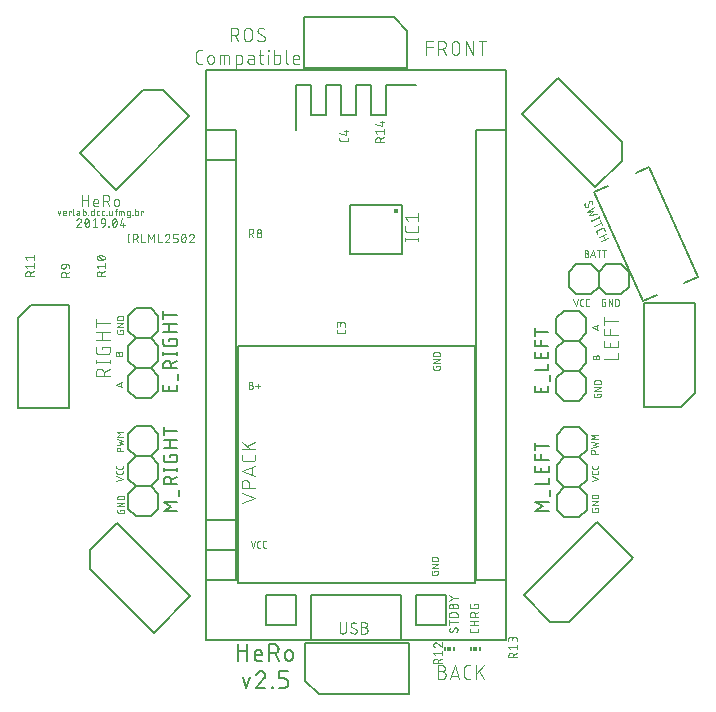
<source format=gbr>
G04 EAGLE Gerber RS-274X export*
G75*
%MOMM*%
%FSLAX34Y34*%
%LPD*%
%INSilkscreen Top*%
%IPPOS*%
%AMOC8*
5,1,8,0,0,1.08239X$1,22.5*%
G01*
%ADD10C,0.101600*%
%ADD11C,0.050800*%
%ADD12C,0.076200*%
%ADD13C,0.127000*%
%ADD14C,0.152400*%
%ADD15C,0.203200*%
%ADD16C,0.447213*%
%ADD17R,0.150000X0.300000*%
%ADD18R,0.300000X0.300000*%


D10*
X331508Y292449D02*
X343192Y292449D01*
X343192Y297641D01*
X343192Y302355D02*
X343192Y307547D01*
X343192Y302355D02*
X331508Y302355D01*
X331508Y307547D01*
X336701Y306249D02*
X336701Y302355D01*
X331508Y312261D02*
X343192Y312261D01*
X331508Y312261D02*
X331508Y317453D01*
X336701Y317453D02*
X336701Y312261D01*
X331508Y324246D02*
X343192Y324246D01*
X331508Y321001D02*
X331508Y327492D01*
D11*
X32806Y270358D02*
X31254Y270358D01*
X32806Y270358D02*
X32883Y270356D01*
X32961Y270350D01*
X33037Y270341D01*
X33114Y270327D01*
X33189Y270310D01*
X33263Y270289D01*
X33337Y270264D01*
X33409Y270236D01*
X33479Y270204D01*
X33548Y270169D01*
X33615Y270130D01*
X33680Y270088D01*
X33743Y270043D01*
X33804Y269995D01*
X33862Y269944D01*
X33917Y269890D01*
X33970Y269833D01*
X34019Y269774D01*
X34066Y269712D01*
X34110Y269648D01*
X34150Y269582D01*
X34187Y269514D01*
X34221Y269444D01*
X34251Y269373D01*
X34277Y269300D01*
X34300Y269226D01*
X34319Y269151D01*
X34334Y269076D01*
X34346Y268999D01*
X34354Y268922D01*
X34358Y268845D01*
X34358Y268767D01*
X34354Y268690D01*
X34346Y268613D01*
X34334Y268536D01*
X34319Y268461D01*
X34300Y268386D01*
X34277Y268312D01*
X34251Y268239D01*
X34221Y268168D01*
X34187Y268098D01*
X34150Y268030D01*
X34110Y267964D01*
X34066Y267900D01*
X34019Y267838D01*
X33970Y267779D01*
X33917Y267722D01*
X33862Y267668D01*
X33804Y267617D01*
X33743Y267569D01*
X33680Y267524D01*
X33615Y267482D01*
X33548Y267443D01*
X33479Y267408D01*
X33409Y267376D01*
X33337Y267348D01*
X33263Y267323D01*
X33189Y267302D01*
X33114Y267285D01*
X33037Y267271D01*
X32961Y267262D01*
X32883Y267256D01*
X32806Y267254D01*
X31254Y267254D01*
X31254Y272842D01*
X32806Y272842D01*
X32876Y272840D01*
X32945Y272834D01*
X33014Y272824D01*
X33082Y272811D01*
X33150Y272793D01*
X33216Y272772D01*
X33281Y272747D01*
X33345Y272719D01*
X33407Y272687D01*
X33467Y272652D01*
X33525Y272613D01*
X33580Y272571D01*
X33634Y272526D01*
X33684Y272478D01*
X33732Y272428D01*
X33777Y272374D01*
X33819Y272319D01*
X33858Y272261D01*
X33893Y272201D01*
X33925Y272139D01*
X33953Y272075D01*
X33978Y272010D01*
X33999Y271944D01*
X34017Y271876D01*
X34030Y271808D01*
X34040Y271739D01*
X34046Y271670D01*
X34048Y271600D01*
X34046Y271530D01*
X34040Y271461D01*
X34030Y271392D01*
X34017Y271324D01*
X33999Y271256D01*
X33978Y271190D01*
X33953Y271125D01*
X33925Y271061D01*
X33893Y270999D01*
X33858Y270939D01*
X33819Y270881D01*
X33777Y270826D01*
X33732Y270772D01*
X33684Y270722D01*
X33634Y270674D01*
X33580Y270629D01*
X33525Y270587D01*
X33467Y270548D01*
X33407Y270513D01*
X33345Y270481D01*
X33281Y270453D01*
X33216Y270428D01*
X33150Y270407D01*
X33082Y270389D01*
X33014Y270376D01*
X32945Y270366D01*
X32876Y270360D01*
X32806Y270358D01*
X36530Y269427D02*
X40255Y269427D01*
X38392Y267564D02*
X38392Y271290D01*
X189642Y285427D02*
X189642Y286358D01*
X192746Y286358D01*
X192746Y284496D01*
X192744Y284426D01*
X192738Y284357D01*
X192728Y284288D01*
X192715Y284220D01*
X192697Y284152D01*
X192676Y284086D01*
X192651Y284021D01*
X192623Y283957D01*
X192591Y283895D01*
X192556Y283835D01*
X192517Y283777D01*
X192475Y283722D01*
X192430Y283668D01*
X192382Y283618D01*
X192332Y283570D01*
X192278Y283525D01*
X192223Y283483D01*
X192165Y283444D01*
X192105Y283409D01*
X192043Y283377D01*
X191979Y283349D01*
X191914Y283324D01*
X191848Y283303D01*
X191780Y283285D01*
X191712Y283272D01*
X191643Y283262D01*
X191574Y283256D01*
X191504Y283254D01*
X188400Y283254D01*
X188330Y283256D01*
X188261Y283262D01*
X188192Y283272D01*
X188124Y283285D01*
X188056Y283303D01*
X187990Y283324D01*
X187925Y283349D01*
X187861Y283377D01*
X187799Y283409D01*
X187739Y283444D01*
X187681Y283483D01*
X187626Y283525D01*
X187572Y283570D01*
X187522Y283618D01*
X187474Y283668D01*
X187429Y283722D01*
X187387Y283777D01*
X187348Y283835D01*
X187313Y283895D01*
X187281Y283957D01*
X187253Y284021D01*
X187228Y284086D01*
X187207Y284152D01*
X187189Y284220D01*
X187176Y284288D01*
X187166Y284357D01*
X187160Y284426D01*
X187158Y284496D01*
X187158Y286358D01*
X187158Y289106D02*
X192746Y289106D01*
X192746Y292211D02*
X187158Y289106D01*
X187158Y292211D02*
X192746Y292211D01*
X192746Y294958D02*
X187158Y294958D01*
X187158Y296510D01*
X187160Y296586D01*
X187165Y296662D01*
X187175Y296738D01*
X187188Y296813D01*
X187205Y296887D01*
X187225Y296961D01*
X187249Y297033D01*
X187276Y297104D01*
X187307Y297174D01*
X187341Y297242D01*
X187379Y297308D01*
X187420Y297372D01*
X187463Y297435D01*
X187510Y297495D01*
X187560Y297552D01*
X187613Y297607D01*
X187668Y297660D01*
X187725Y297710D01*
X187785Y297757D01*
X187848Y297800D01*
X187912Y297841D01*
X187978Y297879D01*
X188046Y297913D01*
X188116Y297944D01*
X188187Y297971D01*
X188260Y297995D01*
X188333Y298015D01*
X188407Y298032D01*
X188482Y298045D01*
X188558Y298055D01*
X188634Y298060D01*
X188710Y298062D01*
X188710Y298063D02*
X191194Y298063D01*
X191194Y298062D02*
X191270Y298060D01*
X191346Y298055D01*
X191422Y298045D01*
X191497Y298032D01*
X191571Y298015D01*
X191645Y297995D01*
X191717Y297971D01*
X191788Y297944D01*
X191858Y297913D01*
X191926Y297879D01*
X191992Y297841D01*
X192056Y297800D01*
X192119Y297757D01*
X192179Y297710D01*
X192236Y297660D01*
X192291Y297607D01*
X192344Y297552D01*
X192394Y297495D01*
X192441Y297435D01*
X192484Y297372D01*
X192525Y297308D01*
X192563Y297242D01*
X192597Y297174D01*
X192628Y297104D01*
X192655Y297033D01*
X192679Y296961D01*
X192699Y296887D01*
X192716Y296813D01*
X192729Y296738D01*
X192739Y296662D01*
X192744Y296586D01*
X192746Y296510D01*
X192746Y294958D01*
X188142Y112858D02*
X188142Y111927D01*
X188142Y112858D02*
X191246Y112858D01*
X191246Y110996D01*
X191244Y110926D01*
X191238Y110857D01*
X191228Y110788D01*
X191215Y110720D01*
X191197Y110652D01*
X191176Y110586D01*
X191151Y110521D01*
X191123Y110457D01*
X191091Y110395D01*
X191056Y110335D01*
X191017Y110277D01*
X190975Y110222D01*
X190930Y110168D01*
X190882Y110118D01*
X190832Y110070D01*
X190778Y110025D01*
X190723Y109983D01*
X190665Y109944D01*
X190605Y109909D01*
X190543Y109877D01*
X190479Y109849D01*
X190414Y109824D01*
X190348Y109803D01*
X190280Y109785D01*
X190212Y109772D01*
X190143Y109762D01*
X190074Y109756D01*
X190004Y109754D01*
X186900Y109754D01*
X186830Y109756D01*
X186761Y109762D01*
X186692Y109772D01*
X186624Y109785D01*
X186556Y109803D01*
X186490Y109824D01*
X186425Y109849D01*
X186361Y109877D01*
X186299Y109909D01*
X186239Y109944D01*
X186181Y109983D01*
X186126Y110025D01*
X186072Y110070D01*
X186022Y110118D01*
X185974Y110168D01*
X185929Y110222D01*
X185887Y110277D01*
X185848Y110335D01*
X185813Y110395D01*
X185781Y110457D01*
X185753Y110521D01*
X185728Y110586D01*
X185707Y110652D01*
X185689Y110720D01*
X185676Y110788D01*
X185666Y110857D01*
X185660Y110926D01*
X185658Y110996D01*
X185658Y112858D01*
X185658Y115606D02*
X191246Y115606D01*
X191246Y118711D02*
X185658Y115606D01*
X185658Y118711D02*
X191246Y118711D01*
X191246Y121458D02*
X185658Y121458D01*
X185658Y123010D01*
X185660Y123086D01*
X185665Y123162D01*
X185675Y123238D01*
X185688Y123313D01*
X185705Y123387D01*
X185725Y123461D01*
X185749Y123533D01*
X185776Y123604D01*
X185807Y123674D01*
X185841Y123742D01*
X185879Y123808D01*
X185920Y123872D01*
X185963Y123935D01*
X186010Y123995D01*
X186060Y124052D01*
X186113Y124107D01*
X186168Y124160D01*
X186225Y124210D01*
X186285Y124257D01*
X186348Y124300D01*
X186412Y124341D01*
X186478Y124379D01*
X186546Y124413D01*
X186616Y124444D01*
X186687Y124471D01*
X186760Y124495D01*
X186833Y124515D01*
X186907Y124532D01*
X186982Y124545D01*
X187058Y124555D01*
X187134Y124560D01*
X187210Y124562D01*
X187210Y124563D02*
X189694Y124563D01*
X189694Y124562D02*
X189770Y124560D01*
X189846Y124555D01*
X189922Y124545D01*
X189997Y124532D01*
X190071Y124515D01*
X190145Y124495D01*
X190217Y124471D01*
X190288Y124444D01*
X190358Y124413D01*
X190426Y124379D01*
X190492Y124341D01*
X190556Y124300D01*
X190619Y124257D01*
X190679Y124210D01*
X190736Y124160D01*
X190791Y124107D01*
X190844Y124052D01*
X190894Y123995D01*
X190941Y123935D01*
X190984Y123872D01*
X191025Y123808D01*
X191063Y123742D01*
X191097Y123674D01*
X191128Y123604D01*
X191155Y123533D01*
X191179Y123461D01*
X191199Y123387D01*
X191216Y123313D01*
X191229Y123238D01*
X191239Y123162D01*
X191244Y123086D01*
X191246Y123010D01*
X191246Y121458D01*
X34273Y132658D02*
X32410Y138246D01*
X36135Y138246D02*
X34273Y132658D01*
X39432Y132658D02*
X40674Y132658D01*
X39432Y132658D02*
X39362Y132660D01*
X39293Y132666D01*
X39224Y132676D01*
X39156Y132689D01*
X39088Y132707D01*
X39022Y132728D01*
X38957Y132753D01*
X38893Y132781D01*
X38831Y132813D01*
X38771Y132848D01*
X38713Y132887D01*
X38658Y132929D01*
X38604Y132974D01*
X38554Y133022D01*
X38506Y133072D01*
X38461Y133126D01*
X38419Y133181D01*
X38380Y133239D01*
X38345Y133299D01*
X38313Y133361D01*
X38285Y133425D01*
X38260Y133490D01*
X38239Y133556D01*
X38221Y133624D01*
X38208Y133692D01*
X38198Y133761D01*
X38192Y133830D01*
X38190Y133900D01*
X38191Y133900D02*
X38191Y137004D01*
X38190Y137004D02*
X38192Y137074D01*
X38198Y137143D01*
X38208Y137212D01*
X38221Y137280D01*
X38239Y137348D01*
X38260Y137414D01*
X38285Y137479D01*
X38313Y137543D01*
X38345Y137605D01*
X38380Y137665D01*
X38419Y137723D01*
X38461Y137778D01*
X38506Y137832D01*
X38554Y137882D01*
X38604Y137930D01*
X38658Y137975D01*
X38713Y138017D01*
X38771Y138056D01*
X38831Y138091D01*
X38893Y138123D01*
X38957Y138151D01*
X39022Y138176D01*
X39088Y138197D01*
X39156Y138215D01*
X39224Y138228D01*
X39293Y138238D01*
X39362Y138244D01*
X39432Y138246D01*
X40674Y138246D01*
X44004Y132658D02*
X45246Y132658D01*
X44004Y132658D02*
X43934Y132660D01*
X43865Y132666D01*
X43796Y132676D01*
X43728Y132689D01*
X43660Y132707D01*
X43594Y132728D01*
X43529Y132753D01*
X43465Y132781D01*
X43403Y132813D01*
X43343Y132848D01*
X43285Y132887D01*
X43230Y132929D01*
X43176Y132974D01*
X43126Y133022D01*
X43078Y133072D01*
X43033Y133126D01*
X42991Y133181D01*
X42952Y133239D01*
X42917Y133299D01*
X42885Y133361D01*
X42857Y133425D01*
X42832Y133490D01*
X42811Y133556D01*
X42793Y133624D01*
X42780Y133692D01*
X42770Y133761D01*
X42764Y133830D01*
X42762Y133900D01*
X42762Y137004D01*
X42764Y137074D01*
X42770Y137143D01*
X42780Y137212D01*
X42793Y137280D01*
X42811Y137348D01*
X42832Y137414D01*
X42857Y137479D01*
X42885Y137543D01*
X42917Y137605D01*
X42952Y137665D01*
X42991Y137723D01*
X43033Y137778D01*
X43078Y137832D01*
X43126Y137882D01*
X43176Y137930D01*
X43230Y137975D01*
X43285Y138017D01*
X43343Y138056D01*
X43403Y138091D01*
X43465Y138123D01*
X43529Y138151D01*
X43594Y138176D01*
X43660Y138197D01*
X43728Y138215D01*
X43796Y138228D01*
X43865Y138238D01*
X43934Y138244D01*
X44004Y138246D01*
X45246Y138246D01*
D12*
X107881Y69279D02*
X107881Y62492D01*
X107883Y62391D01*
X107889Y62290D01*
X107899Y62189D01*
X107912Y62089D01*
X107930Y61989D01*
X107951Y61890D01*
X107977Y61792D01*
X108006Y61695D01*
X108038Y61599D01*
X108075Y61505D01*
X108115Y61412D01*
X108159Y61320D01*
X108206Y61231D01*
X108257Y61143D01*
X108311Y61057D01*
X108368Y60974D01*
X108428Y60892D01*
X108492Y60814D01*
X108558Y60737D01*
X108628Y60664D01*
X108700Y60593D01*
X108775Y60525D01*
X108853Y60460D01*
X108933Y60398D01*
X109015Y60339D01*
X109100Y60283D01*
X109187Y60231D01*
X109275Y60182D01*
X109366Y60136D01*
X109458Y60095D01*
X109552Y60056D01*
X109647Y60022D01*
X109743Y59991D01*
X109841Y59964D01*
X109939Y59940D01*
X110039Y59921D01*
X110139Y59905D01*
X110239Y59893D01*
X110340Y59885D01*
X110441Y59881D01*
X110543Y59881D01*
X110644Y59885D01*
X110745Y59893D01*
X110845Y59905D01*
X110945Y59921D01*
X111045Y59940D01*
X111143Y59964D01*
X111241Y59991D01*
X111337Y60022D01*
X111432Y60056D01*
X111526Y60095D01*
X111618Y60136D01*
X111709Y60182D01*
X111797Y60231D01*
X111884Y60283D01*
X111969Y60339D01*
X112051Y60398D01*
X112131Y60460D01*
X112209Y60525D01*
X112284Y60593D01*
X112356Y60664D01*
X112426Y60737D01*
X112492Y60814D01*
X112556Y60892D01*
X112616Y60974D01*
X112673Y61057D01*
X112727Y61143D01*
X112778Y61231D01*
X112825Y61320D01*
X112869Y61412D01*
X112909Y61505D01*
X112946Y61599D01*
X112978Y61695D01*
X113007Y61792D01*
X113033Y61890D01*
X113054Y61989D01*
X113072Y62089D01*
X113085Y62189D01*
X113095Y62290D01*
X113101Y62391D01*
X113103Y62492D01*
X113102Y62492D02*
X113102Y69279D01*
X122246Y61969D02*
X122244Y61880D01*
X122238Y61792D01*
X122229Y61704D01*
X122216Y61616D01*
X122199Y61529D01*
X122179Y61443D01*
X122154Y61358D01*
X122127Y61273D01*
X122095Y61190D01*
X122061Y61109D01*
X122022Y61029D01*
X121981Y60951D01*
X121936Y60874D01*
X121888Y60800D01*
X121837Y60727D01*
X121783Y60657D01*
X121725Y60590D01*
X121665Y60524D01*
X121603Y60462D01*
X121537Y60402D01*
X121470Y60344D01*
X121400Y60290D01*
X121327Y60239D01*
X121253Y60191D01*
X121176Y60146D01*
X121098Y60105D01*
X121018Y60066D01*
X120937Y60032D01*
X120854Y60000D01*
X120769Y59973D01*
X120684Y59948D01*
X120598Y59928D01*
X120511Y59911D01*
X120423Y59898D01*
X120335Y59889D01*
X120247Y59883D01*
X120158Y59881D01*
X120029Y59883D01*
X119900Y59889D01*
X119771Y59898D01*
X119643Y59911D01*
X119515Y59928D01*
X119388Y59949D01*
X119261Y59973D01*
X119135Y60001D01*
X119010Y60033D01*
X118886Y60068D01*
X118763Y60107D01*
X118641Y60150D01*
X118521Y60196D01*
X118402Y60246D01*
X118284Y60299D01*
X118168Y60355D01*
X118054Y60415D01*
X117941Y60478D01*
X117831Y60545D01*
X117722Y60614D01*
X117616Y60687D01*
X117511Y60763D01*
X117409Y60842D01*
X117310Y60924D01*
X117212Y61008D01*
X117117Y61096D01*
X117025Y61186D01*
X117286Y67191D02*
X117288Y67280D01*
X117294Y67368D01*
X117303Y67456D01*
X117316Y67544D01*
X117333Y67631D01*
X117353Y67717D01*
X117378Y67802D01*
X117405Y67887D01*
X117437Y67970D01*
X117471Y68051D01*
X117510Y68131D01*
X117551Y68209D01*
X117596Y68286D01*
X117644Y68360D01*
X117695Y68433D01*
X117749Y68503D01*
X117807Y68570D01*
X117867Y68636D01*
X117929Y68698D01*
X117995Y68758D01*
X118062Y68816D01*
X118132Y68870D01*
X118205Y68921D01*
X118279Y68969D01*
X118356Y69014D01*
X118434Y69055D01*
X118514Y69094D01*
X118595Y69128D01*
X118678Y69160D01*
X118763Y69187D01*
X118848Y69212D01*
X118934Y69232D01*
X119021Y69249D01*
X119109Y69262D01*
X119197Y69271D01*
X119285Y69277D01*
X119374Y69279D01*
X119494Y69277D01*
X119614Y69272D01*
X119734Y69262D01*
X119853Y69250D01*
X119972Y69233D01*
X120090Y69213D01*
X120208Y69189D01*
X120324Y69162D01*
X120440Y69131D01*
X120555Y69097D01*
X120669Y69059D01*
X120782Y69017D01*
X120893Y68972D01*
X121003Y68924D01*
X121111Y68873D01*
X121218Y68818D01*
X121323Y68760D01*
X121426Y68698D01*
X121527Y68634D01*
X121627Y68566D01*
X121724Y68496D01*
X118330Y65364D02*
X118252Y65412D01*
X118176Y65464D01*
X118103Y65518D01*
X118032Y65576D01*
X117963Y65637D01*
X117897Y65701D01*
X117834Y65768D01*
X117774Y65837D01*
X117717Y65909D01*
X117663Y65983D01*
X117613Y66060D01*
X117565Y66139D01*
X117522Y66219D01*
X117481Y66302D01*
X117445Y66386D01*
X117412Y66471D01*
X117383Y66558D01*
X117357Y66647D01*
X117335Y66736D01*
X117318Y66826D01*
X117304Y66916D01*
X117294Y67008D01*
X117288Y67099D01*
X117286Y67191D01*
X121202Y63796D02*
X121280Y63748D01*
X121356Y63696D01*
X121429Y63642D01*
X121500Y63584D01*
X121569Y63523D01*
X121635Y63459D01*
X121698Y63392D01*
X121758Y63323D01*
X121815Y63251D01*
X121869Y63177D01*
X121919Y63100D01*
X121967Y63021D01*
X122010Y62941D01*
X122051Y62858D01*
X122087Y62774D01*
X122120Y62689D01*
X122149Y62602D01*
X122175Y62513D01*
X122197Y62424D01*
X122214Y62334D01*
X122228Y62244D01*
X122238Y62152D01*
X122244Y62061D01*
X122246Y61969D01*
X121202Y63797D02*
X118330Y65363D01*
X126300Y65102D02*
X128911Y65102D01*
X128911Y65103D02*
X129012Y65101D01*
X129113Y65095D01*
X129214Y65085D01*
X129314Y65072D01*
X129414Y65054D01*
X129513Y65033D01*
X129611Y65007D01*
X129708Y64978D01*
X129804Y64946D01*
X129898Y64909D01*
X129991Y64869D01*
X130083Y64825D01*
X130172Y64778D01*
X130260Y64727D01*
X130346Y64673D01*
X130429Y64616D01*
X130511Y64556D01*
X130589Y64492D01*
X130666Y64426D01*
X130739Y64356D01*
X130810Y64284D01*
X130878Y64209D01*
X130943Y64131D01*
X131005Y64051D01*
X131064Y63969D01*
X131120Y63884D01*
X131172Y63797D01*
X131221Y63709D01*
X131267Y63618D01*
X131308Y63526D01*
X131347Y63432D01*
X131381Y63337D01*
X131412Y63241D01*
X131439Y63143D01*
X131463Y63045D01*
X131482Y62945D01*
X131498Y62845D01*
X131510Y62745D01*
X131518Y62644D01*
X131522Y62543D01*
X131522Y62441D01*
X131518Y62340D01*
X131510Y62239D01*
X131498Y62139D01*
X131482Y62039D01*
X131463Y61939D01*
X131439Y61841D01*
X131412Y61743D01*
X131381Y61647D01*
X131347Y61552D01*
X131308Y61458D01*
X131267Y61366D01*
X131221Y61275D01*
X131172Y61186D01*
X131120Y61100D01*
X131064Y61015D01*
X131005Y60933D01*
X130943Y60853D01*
X130878Y60775D01*
X130810Y60700D01*
X130739Y60628D01*
X130666Y60558D01*
X130589Y60492D01*
X130511Y60428D01*
X130429Y60368D01*
X130346Y60311D01*
X130260Y60257D01*
X130172Y60206D01*
X130083Y60159D01*
X129991Y60115D01*
X129898Y60075D01*
X129804Y60038D01*
X129708Y60006D01*
X129611Y59977D01*
X129513Y59951D01*
X129414Y59930D01*
X129314Y59912D01*
X129214Y59899D01*
X129113Y59889D01*
X129012Y59883D01*
X128911Y59881D01*
X126300Y59881D01*
X126300Y69279D01*
X128911Y69279D01*
X129001Y69277D01*
X129090Y69271D01*
X129180Y69262D01*
X129269Y69248D01*
X129357Y69231D01*
X129444Y69210D01*
X129531Y69185D01*
X129616Y69156D01*
X129700Y69124D01*
X129782Y69089D01*
X129863Y69049D01*
X129942Y69007D01*
X130019Y68961D01*
X130094Y68911D01*
X130167Y68859D01*
X130238Y68803D01*
X130306Y68745D01*
X130371Y68683D01*
X130434Y68619D01*
X130494Y68552D01*
X130551Y68483D01*
X130605Y68411D01*
X130656Y68337D01*
X130704Y68261D01*
X130748Y68183D01*
X130789Y68103D01*
X130827Y68021D01*
X130861Y67938D01*
X130891Y67853D01*
X130918Y67767D01*
X130941Y67681D01*
X130960Y67593D01*
X130975Y67504D01*
X130987Y67415D01*
X130995Y67326D01*
X130999Y67236D01*
X130999Y67146D01*
X130995Y67056D01*
X130987Y66967D01*
X130975Y66878D01*
X130960Y66789D01*
X130941Y66701D01*
X130918Y66615D01*
X130891Y66529D01*
X130861Y66444D01*
X130827Y66361D01*
X130789Y66279D01*
X130748Y66199D01*
X130704Y66121D01*
X130656Y66045D01*
X130605Y65971D01*
X130551Y65899D01*
X130494Y65830D01*
X130434Y65763D01*
X130371Y65699D01*
X130306Y65637D01*
X130238Y65579D01*
X130167Y65523D01*
X130094Y65471D01*
X130019Y65421D01*
X129942Y65375D01*
X129863Y65333D01*
X129782Y65293D01*
X129700Y65258D01*
X129616Y65226D01*
X129531Y65197D01*
X129444Y65172D01*
X129357Y65151D01*
X129269Y65134D01*
X129180Y65120D01*
X129090Y65111D01*
X129001Y65105D01*
X128911Y65103D01*
D13*
X21787Y50915D02*
X21787Y36945D01*
X21787Y44706D02*
X29548Y44706D01*
X29548Y50915D02*
X29548Y36945D01*
X38124Y36945D02*
X42005Y36945D01*
X38124Y36945D02*
X38030Y36947D01*
X37937Y36953D01*
X37843Y36962D01*
X37751Y36975D01*
X37658Y36992D01*
X37567Y37013D01*
X37476Y37037D01*
X37387Y37065D01*
X37298Y37096D01*
X37212Y37131D01*
X37126Y37170D01*
X37042Y37212D01*
X36960Y37257D01*
X36880Y37305D01*
X36802Y37357D01*
X36725Y37412D01*
X36652Y37470D01*
X36580Y37530D01*
X36511Y37594D01*
X36445Y37660D01*
X36381Y37729D01*
X36321Y37801D01*
X36263Y37874D01*
X36208Y37951D01*
X36156Y38029D01*
X36108Y38109D01*
X36063Y38191D01*
X36021Y38275D01*
X35982Y38361D01*
X35947Y38447D01*
X35916Y38536D01*
X35888Y38625D01*
X35864Y38716D01*
X35843Y38807D01*
X35826Y38900D01*
X35813Y38992D01*
X35804Y39086D01*
X35798Y39179D01*
X35796Y39273D01*
X35796Y43154D01*
X35798Y43265D01*
X35804Y43375D01*
X35814Y43486D01*
X35828Y43596D01*
X35845Y43705D01*
X35867Y43814D01*
X35892Y43922D01*
X35922Y44028D01*
X35955Y44134D01*
X35992Y44239D01*
X36032Y44342D01*
X36077Y44443D01*
X36124Y44543D01*
X36176Y44642D01*
X36231Y44738D01*
X36289Y44832D01*
X36350Y44924D01*
X36415Y45014D01*
X36483Y45102D01*
X36554Y45187D01*
X36628Y45269D01*
X36705Y45349D01*
X36785Y45426D01*
X36867Y45500D01*
X36952Y45571D01*
X37040Y45639D01*
X37130Y45704D01*
X37222Y45765D01*
X37316Y45823D01*
X37412Y45878D01*
X37511Y45930D01*
X37611Y45977D01*
X37712Y46022D01*
X37815Y46062D01*
X37920Y46099D01*
X38026Y46132D01*
X38132Y46162D01*
X38240Y46187D01*
X38349Y46209D01*
X38458Y46226D01*
X38568Y46240D01*
X38679Y46250D01*
X38789Y46256D01*
X38900Y46258D01*
X39011Y46256D01*
X39121Y46250D01*
X39232Y46240D01*
X39342Y46226D01*
X39451Y46209D01*
X39560Y46187D01*
X39668Y46162D01*
X39774Y46132D01*
X39880Y46099D01*
X39985Y46062D01*
X40088Y46022D01*
X40189Y45977D01*
X40289Y45930D01*
X40388Y45878D01*
X40484Y45823D01*
X40578Y45765D01*
X40670Y45704D01*
X40760Y45639D01*
X40848Y45571D01*
X40933Y45500D01*
X41015Y45426D01*
X41095Y45349D01*
X41172Y45269D01*
X41246Y45187D01*
X41317Y45102D01*
X41385Y45014D01*
X41450Y44924D01*
X41511Y44832D01*
X41569Y44738D01*
X41624Y44642D01*
X41676Y44543D01*
X41723Y44443D01*
X41768Y44342D01*
X41808Y44239D01*
X41845Y44134D01*
X41878Y44028D01*
X41908Y43922D01*
X41933Y43814D01*
X41955Y43705D01*
X41972Y43596D01*
X41986Y43486D01*
X41996Y43375D01*
X42002Y43265D01*
X42004Y43154D01*
X42005Y43154D02*
X42005Y41602D01*
X35796Y41602D01*
X48341Y36945D02*
X48341Y50915D01*
X52221Y50915D01*
X52344Y50913D01*
X52467Y50907D01*
X52590Y50897D01*
X52712Y50884D01*
X52834Y50866D01*
X52955Y50845D01*
X53076Y50820D01*
X53196Y50791D01*
X53314Y50758D01*
X53432Y50721D01*
X53548Y50681D01*
X53663Y50637D01*
X53777Y50589D01*
X53889Y50538D01*
X53999Y50484D01*
X54108Y50425D01*
X54215Y50364D01*
X54319Y50299D01*
X54422Y50231D01*
X54522Y50159D01*
X54620Y50085D01*
X54716Y50007D01*
X54809Y49926D01*
X54899Y49843D01*
X54987Y49756D01*
X55072Y49667D01*
X55154Y49576D01*
X55233Y49481D01*
X55309Y49384D01*
X55382Y49285D01*
X55452Y49184D01*
X55519Y49080D01*
X55582Y48974D01*
X55642Y48867D01*
X55698Y48757D01*
X55751Y48646D01*
X55801Y48533D01*
X55846Y48419D01*
X55889Y48303D01*
X55927Y48186D01*
X55962Y48068D01*
X55993Y47949D01*
X56020Y47829D01*
X56043Y47708D01*
X56062Y47586D01*
X56078Y47464D01*
X56090Y47342D01*
X56098Y47219D01*
X56102Y47096D01*
X56102Y46972D01*
X56098Y46849D01*
X56090Y46726D01*
X56078Y46604D01*
X56062Y46482D01*
X56043Y46360D01*
X56020Y46239D01*
X55993Y46119D01*
X55962Y46000D01*
X55927Y45882D01*
X55889Y45765D01*
X55846Y45649D01*
X55801Y45535D01*
X55751Y45422D01*
X55698Y45311D01*
X55642Y45201D01*
X55582Y45093D01*
X55519Y44988D01*
X55452Y44884D01*
X55382Y44783D01*
X55309Y44684D01*
X55233Y44587D01*
X55154Y44492D01*
X55072Y44401D01*
X54987Y44312D01*
X54899Y44225D01*
X54809Y44142D01*
X54716Y44061D01*
X54620Y43983D01*
X54522Y43909D01*
X54422Y43837D01*
X54319Y43769D01*
X54215Y43704D01*
X54108Y43643D01*
X53999Y43584D01*
X53889Y43530D01*
X53777Y43479D01*
X53663Y43431D01*
X53548Y43387D01*
X53432Y43347D01*
X53314Y43310D01*
X53196Y43277D01*
X53076Y43248D01*
X52955Y43223D01*
X52834Y43202D01*
X52712Y43184D01*
X52590Y43171D01*
X52467Y43161D01*
X52344Y43155D01*
X52221Y43153D01*
X52221Y43154D02*
X48341Y43154D01*
X52998Y43154D02*
X56102Y36945D01*
X61804Y40049D02*
X61804Y43154D01*
X61806Y43265D01*
X61812Y43375D01*
X61822Y43486D01*
X61836Y43596D01*
X61853Y43705D01*
X61875Y43814D01*
X61900Y43922D01*
X61930Y44028D01*
X61963Y44134D01*
X62000Y44239D01*
X62040Y44342D01*
X62085Y44443D01*
X62132Y44543D01*
X62184Y44642D01*
X62239Y44738D01*
X62297Y44832D01*
X62358Y44924D01*
X62423Y45014D01*
X62491Y45102D01*
X62562Y45187D01*
X62636Y45269D01*
X62713Y45349D01*
X62793Y45426D01*
X62875Y45500D01*
X62960Y45571D01*
X63048Y45639D01*
X63138Y45704D01*
X63230Y45765D01*
X63324Y45823D01*
X63420Y45878D01*
X63519Y45930D01*
X63619Y45977D01*
X63720Y46022D01*
X63823Y46062D01*
X63928Y46099D01*
X64034Y46132D01*
X64140Y46162D01*
X64248Y46187D01*
X64357Y46209D01*
X64466Y46226D01*
X64576Y46240D01*
X64687Y46250D01*
X64797Y46256D01*
X64908Y46258D01*
X65019Y46256D01*
X65129Y46250D01*
X65240Y46240D01*
X65350Y46226D01*
X65459Y46209D01*
X65568Y46187D01*
X65676Y46162D01*
X65782Y46132D01*
X65888Y46099D01*
X65993Y46062D01*
X66096Y46022D01*
X66197Y45977D01*
X66297Y45930D01*
X66396Y45878D01*
X66492Y45823D01*
X66586Y45765D01*
X66678Y45704D01*
X66768Y45639D01*
X66856Y45571D01*
X66941Y45500D01*
X67023Y45426D01*
X67103Y45349D01*
X67180Y45269D01*
X67254Y45187D01*
X67325Y45102D01*
X67393Y45014D01*
X67458Y44924D01*
X67519Y44832D01*
X67577Y44738D01*
X67632Y44642D01*
X67684Y44543D01*
X67731Y44443D01*
X67776Y44342D01*
X67816Y44239D01*
X67853Y44134D01*
X67886Y44028D01*
X67916Y43922D01*
X67941Y43814D01*
X67963Y43705D01*
X67980Y43596D01*
X67994Y43486D01*
X68004Y43375D01*
X68010Y43265D01*
X68012Y43154D01*
X68013Y43154D02*
X68013Y40049D01*
X68012Y40049D02*
X68010Y39938D01*
X68004Y39828D01*
X67994Y39717D01*
X67980Y39607D01*
X67963Y39498D01*
X67941Y39389D01*
X67916Y39281D01*
X67886Y39175D01*
X67853Y39069D01*
X67816Y38964D01*
X67776Y38861D01*
X67731Y38760D01*
X67684Y38660D01*
X67632Y38561D01*
X67577Y38465D01*
X67519Y38371D01*
X67458Y38279D01*
X67393Y38189D01*
X67325Y38101D01*
X67254Y38016D01*
X67180Y37934D01*
X67103Y37854D01*
X67023Y37777D01*
X66941Y37703D01*
X66856Y37632D01*
X66768Y37564D01*
X66678Y37499D01*
X66586Y37438D01*
X66492Y37380D01*
X66396Y37325D01*
X66297Y37273D01*
X66197Y37226D01*
X66096Y37181D01*
X65993Y37141D01*
X65888Y37104D01*
X65782Y37071D01*
X65676Y37041D01*
X65568Y37016D01*
X65459Y36994D01*
X65350Y36977D01*
X65240Y36963D01*
X65129Y36953D01*
X65019Y36947D01*
X64908Y36945D01*
X64797Y36947D01*
X64687Y36953D01*
X64576Y36963D01*
X64466Y36977D01*
X64357Y36994D01*
X64248Y37016D01*
X64140Y37041D01*
X64034Y37071D01*
X63928Y37104D01*
X63823Y37141D01*
X63720Y37181D01*
X63619Y37226D01*
X63519Y37273D01*
X63420Y37325D01*
X63324Y37380D01*
X63230Y37438D01*
X63138Y37499D01*
X63048Y37564D01*
X62960Y37632D01*
X62875Y37703D01*
X62793Y37777D01*
X62713Y37854D01*
X62636Y37934D01*
X62562Y38016D01*
X62491Y38101D01*
X62423Y38189D01*
X62358Y38279D01*
X62297Y38371D01*
X62239Y38465D01*
X62184Y38561D01*
X62132Y38660D01*
X62085Y38760D01*
X62040Y38861D01*
X62000Y38964D01*
X61963Y39069D01*
X61930Y39175D01*
X61900Y39281D01*
X61875Y39389D01*
X61853Y39498D01*
X61836Y39607D01*
X61822Y39717D01*
X61812Y39828D01*
X61806Y39938D01*
X61804Y40049D01*
X25666Y23398D02*
X28770Y14085D01*
X31875Y23398D01*
X41478Y28056D02*
X41595Y28054D01*
X41711Y28048D01*
X41828Y28038D01*
X41944Y28025D01*
X42059Y28007D01*
X42174Y27986D01*
X42288Y27961D01*
X42401Y27932D01*
X42513Y27899D01*
X42624Y27863D01*
X42733Y27823D01*
X42842Y27779D01*
X42948Y27731D01*
X43053Y27681D01*
X43157Y27626D01*
X43258Y27568D01*
X43358Y27507D01*
X43455Y27443D01*
X43550Y27375D01*
X43643Y27304D01*
X43733Y27230D01*
X43821Y27154D01*
X43906Y27074D01*
X43989Y26991D01*
X44069Y26906D01*
X44145Y26818D01*
X44219Y26728D01*
X44290Y26635D01*
X44358Y26540D01*
X44422Y26443D01*
X44483Y26343D01*
X44541Y26242D01*
X44596Y26138D01*
X44646Y26033D01*
X44694Y25927D01*
X44738Y25818D01*
X44778Y25709D01*
X44814Y25598D01*
X44847Y25486D01*
X44876Y25373D01*
X44901Y25259D01*
X44922Y25144D01*
X44940Y25029D01*
X44953Y24913D01*
X44963Y24796D01*
X44969Y24680D01*
X44971Y24563D01*
X41478Y28055D02*
X41347Y28053D01*
X41216Y28047D01*
X41085Y28038D01*
X40954Y28024D01*
X40824Y28007D01*
X40695Y27986D01*
X40566Y27961D01*
X40438Y27933D01*
X40311Y27900D01*
X40184Y27864D01*
X40059Y27825D01*
X39935Y27781D01*
X39813Y27735D01*
X39692Y27684D01*
X39572Y27630D01*
X39454Y27573D01*
X39338Y27512D01*
X39223Y27447D01*
X39111Y27380D01*
X39001Y27309D01*
X38892Y27235D01*
X38786Y27158D01*
X38682Y27078D01*
X38581Y26994D01*
X38482Y26908D01*
X38385Y26819D01*
X38292Y26727D01*
X38201Y26633D01*
X38113Y26536D01*
X38027Y26436D01*
X37945Y26334D01*
X37865Y26229D01*
X37789Y26122D01*
X37716Y26014D01*
X37646Y25902D01*
X37579Y25789D01*
X37516Y25674D01*
X37456Y25558D01*
X37400Y25439D01*
X37347Y25319D01*
X37297Y25198D01*
X37252Y25075D01*
X37209Y24950D01*
X43806Y21847D02*
X43893Y21932D01*
X43976Y22020D01*
X44057Y22111D01*
X44135Y22204D01*
X44210Y22299D01*
X44282Y22398D01*
X44350Y22498D01*
X44416Y22600D01*
X44477Y22705D01*
X44536Y22811D01*
X44591Y22920D01*
X44642Y23030D01*
X44690Y23141D01*
X44734Y23255D01*
X44775Y23369D01*
X44812Y23485D01*
X44845Y23602D01*
X44874Y23720D01*
X44899Y23839D01*
X44921Y23958D01*
X44939Y24078D01*
X44952Y24199D01*
X44962Y24320D01*
X44968Y24442D01*
X44970Y24563D01*
X43806Y21846D02*
X37209Y14085D01*
X44970Y14085D01*
X50284Y14085D02*
X50284Y14861D01*
X51060Y14861D01*
X51060Y14085D01*
X50284Y14085D01*
X56373Y14085D02*
X61030Y14085D01*
X61141Y14087D01*
X61251Y14093D01*
X61362Y14103D01*
X61472Y14117D01*
X61581Y14134D01*
X61690Y14156D01*
X61798Y14181D01*
X61904Y14211D01*
X62010Y14244D01*
X62115Y14281D01*
X62218Y14321D01*
X62319Y14366D01*
X62419Y14413D01*
X62518Y14465D01*
X62614Y14520D01*
X62708Y14578D01*
X62800Y14639D01*
X62890Y14704D01*
X62978Y14772D01*
X63063Y14843D01*
X63145Y14917D01*
X63225Y14994D01*
X63302Y15074D01*
X63376Y15156D01*
X63447Y15241D01*
X63515Y15329D01*
X63580Y15419D01*
X63641Y15511D01*
X63699Y15605D01*
X63754Y15701D01*
X63806Y15800D01*
X63853Y15900D01*
X63898Y16001D01*
X63938Y16104D01*
X63975Y16209D01*
X64008Y16315D01*
X64038Y16421D01*
X64063Y16529D01*
X64085Y16638D01*
X64102Y16747D01*
X64116Y16857D01*
X64126Y16968D01*
X64132Y17078D01*
X64134Y17189D01*
X64134Y18742D01*
X64132Y18853D01*
X64126Y18963D01*
X64116Y19074D01*
X64102Y19184D01*
X64085Y19293D01*
X64063Y19402D01*
X64038Y19510D01*
X64008Y19616D01*
X63975Y19722D01*
X63938Y19827D01*
X63898Y19930D01*
X63853Y20031D01*
X63806Y20131D01*
X63754Y20230D01*
X63699Y20326D01*
X63641Y20420D01*
X63580Y20512D01*
X63515Y20602D01*
X63447Y20690D01*
X63376Y20775D01*
X63302Y20857D01*
X63225Y20937D01*
X63145Y21014D01*
X63063Y21088D01*
X62978Y21159D01*
X62890Y21227D01*
X62800Y21292D01*
X62708Y21353D01*
X62614Y21411D01*
X62518Y21466D01*
X62419Y21518D01*
X62319Y21565D01*
X62218Y21610D01*
X62115Y21650D01*
X62010Y21687D01*
X61904Y21720D01*
X61798Y21750D01*
X61690Y21775D01*
X61581Y21797D01*
X61472Y21814D01*
X61362Y21828D01*
X61251Y21838D01*
X61141Y21844D01*
X61030Y21846D01*
X56373Y21846D01*
X56373Y28055D01*
X64134Y28055D01*
D10*
X191116Y27799D02*
X194361Y27799D01*
X194361Y27800D02*
X194474Y27798D01*
X194587Y27792D01*
X194700Y27782D01*
X194813Y27768D01*
X194925Y27751D01*
X195036Y27729D01*
X195146Y27704D01*
X195256Y27674D01*
X195364Y27641D01*
X195471Y27604D01*
X195577Y27564D01*
X195681Y27519D01*
X195784Y27471D01*
X195885Y27420D01*
X195984Y27365D01*
X196081Y27307D01*
X196176Y27245D01*
X196269Y27180D01*
X196359Y27112D01*
X196447Y27041D01*
X196533Y26966D01*
X196616Y26889D01*
X196696Y26809D01*
X196773Y26726D01*
X196848Y26640D01*
X196919Y26552D01*
X196987Y26462D01*
X197052Y26369D01*
X197114Y26274D01*
X197172Y26177D01*
X197227Y26078D01*
X197278Y25977D01*
X197326Y25874D01*
X197371Y25770D01*
X197411Y25664D01*
X197448Y25557D01*
X197481Y25449D01*
X197511Y25339D01*
X197536Y25229D01*
X197558Y25118D01*
X197575Y25006D01*
X197589Y24893D01*
X197599Y24780D01*
X197605Y24667D01*
X197607Y24554D01*
X197605Y24441D01*
X197599Y24328D01*
X197589Y24215D01*
X197575Y24102D01*
X197558Y23990D01*
X197536Y23879D01*
X197511Y23769D01*
X197481Y23659D01*
X197448Y23551D01*
X197411Y23444D01*
X197371Y23338D01*
X197326Y23234D01*
X197278Y23131D01*
X197227Y23030D01*
X197172Y22931D01*
X197114Y22834D01*
X197052Y22739D01*
X196987Y22646D01*
X196919Y22556D01*
X196848Y22468D01*
X196773Y22382D01*
X196696Y22299D01*
X196616Y22219D01*
X196533Y22142D01*
X196447Y22067D01*
X196359Y21996D01*
X196269Y21928D01*
X196176Y21863D01*
X196081Y21801D01*
X195984Y21743D01*
X195885Y21688D01*
X195784Y21637D01*
X195681Y21589D01*
X195577Y21544D01*
X195471Y21504D01*
X195364Y21467D01*
X195256Y21434D01*
X195146Y21404D01*
X195036Y21379D01*
X194925Y21357D01*
X194813Y21340D01*
X194700Y21326D01*
X194587Y21316D01*
X194474Y21310D01*
X194361Y21308D01*
X191116Y21308D01*
X191116Y32992D01*
X194361Y32992D01*
X194462Y32990D01*
X194562Y32984D01*
X194662Y32974D01*
X194762Y32961D01*
X194861Y32943D01*
X194960Y32922D01*
X195057Y32897D01*
X195154Y32868D01*
X195249Y32835D01*
X195343Y32799D01*
X195435Y32759D01*
X195526Y32716D01*
X195615Y32669D01*
X195702Y32619D01*
X195788Y32565D01*
X195871Y32508D01*
X195951Y32448D01*
X196030Y32385D01*
X196106Y32318D01*
X196179Y32249D01*
X196249Y32177D01*
X196317Y32103D01*
X196382Y32026D01*
X196443Y31946D01*
X196502Y31864D01*
X196557Y31780D01*
X196609Y31694D01*
X196658Y31606D01*
X196703Y31516D01*
X196745Y31424D01*
X196783Y31331D01*
X196817Y31236D01*
X196848Y31141D01*
X196875Y31044D01*
X196898Y30946D01*
X196918Y30847D01*
X196933Y30747D01*
X196945Y30647D01*
X196953Y30547D01*
X196957Y30446D01*
X196957Y30346D01*
X196953Y30245D01*
X196945Y30145D01*
X196933Y30045D01*
X196918Y29945D01*
X196898Y29846D01*
X196875Y29748D01*
X196848Y29651D01*
X196817Y29556D01*
X196783Y29461D01*
X196745Y29368D01*
X196703Y29276D01*
X196658Y29186D01*
X196609Y29098D01*
X196557Y29012D01*
X196502Y28928D01*
X196443Y28846D01*
X196382Y28766D01*
X196317Y28689D01*
X196249Y28615D01*
X196179Y28543D01*
X196106Y28474D01*
X196030Y28407D01*
X195951Y28344D01*
X195871Y28284D01*
X195788Y28227D01*
X195702Y28173D01*
X195615Y28123D01*
X195526Y28076D01*
X195435Y28033D01*
X195343Y27993D01*
X195249Y27957D01*
X195154Y27924D01*
X195057Y27895D01*
X194960Y27870D01*
X194861Y27849D01*
X194762Y27831D01*
X194662Y27818D01*
X194562Y27808D01*
X194462Y27802D01*
X194361Y27800D01*
X201346Y21308D02*
X205241Y32992D01*
X209136Y21308D01*
X208162Y24229D02*
X202320Y24229D01*
X215989Y21308D02*
X218585Y21308D01*
X215989Y21308D02*
X215890Y21310D01*
X215790Y21316D01*
X215691Y21325D01*
X215593Y21338D01*
X215495Y21355D01*
X215397Y21376D01*
X215301Y21401D01*
X215206Y21429D01*
X215112Y21461D01*
X215019Y21496D01*
X214927Y21535D01*
X214837Y21578D01*
X214749Y21623D01*
X214662Y21673D01*
X214578Y21725D01*
X214495Y21781D01*
X214415Y21839D01*
X214337Y21901D01*
X214262Y21966D01*
X214189Y22034D01*
X214119Y22104D01*
X214051Y22177D01*
X213986Y22252D01*
X213924Y22330D01*
X213866Y22410D01*
X213810Y22493D01*
X213758Y22577D01*
X213708Y22664D01*
X213663Y22752D01*
X213620Y22842D01*
X213581Y22934D01*
X213546Y23027D01*
X213514Y23121D01*
X213486Y23216D01*
X213461Y23312D01*
X213440Y23410D01*
X213423Y23508D01*
X213410Y23606D01*
X213401Y23705D01*
X213395Y23805D01*
X213393Y23904D01*
X213392Y23904D02*
X213392Y30396D01*
X213393Y30396D02*
X213395Y30495D01*
X213401Y30595D01*
X213410Y30694D01*
X213423Y30792D01*
X213440Y30890D01*
X213461Y30988D01*
X213486Y31084D01*
X213514Y31179D01*
X213546Y31273D01*
X213581Y31366D01*
X213620Y31458D01*
X213663Y31548D01*
X213708Y31636D01*
X213758Y31723D01*
X213810Y31807D01*
X213866Y31890D01*
X213924Y31970D01*
X213986Y32048D01*
X214051Y32123D01*
X214119Y32196D01*
X214189Y32266D01*
X214262Y32334D01*
X214337Y32399D01*
X214415Y32461D01*
X214495Y32519D01*
X214578Y32575D01*
X214662Y32627D01*
X214749Y32677D01*
X214837Y32722D01*
X214927Y32765D01*
X215019Y32804D01*
X215111Y32839D01*
X215206Y32871D01*
X215301Y32899D01*
X215397Y32924D01*
X215495Y32945D01*
X215593Y32962D01*
X215691Y32975D01*
X215790Y32984D01*
X215890Y32990D01*
X215989Y32992D01*
X218585Y32992D01*
X223501Y32992D02*
X223501Y21308D01*
X223501Y25852D02*
X229992Y32992D01*
X226097Y28448D02*
X229992Y21308D01*
X181328Y549808D02*
X181328Y561492D01*
X186520Y561492D01*
X186520Y556299D02*
X181328Y556299D01*
X191285Y561492D02*
X191285Y549808D01*
X191285Y561492D02*
X194530Y561492D01*
X194643Y561490D01*
X194756Y561484D01*
X194869Y561474D01*
X194982Y561460D01*
X195094Y561443D01*
X195205Y561421D01*
X195315Y561396D01*
X195425Y561366D01*
X195533Y561333D01*
X195640Y561296D01*
X195746Y561256D01*
X195850Y561211D01*
X195953Y561163D01*
X196054Y561112D01*
X196153Y561057D01*
X196250Y560999D01*
X196345Y560937D01*
X196438Y560872D01*
X196528Y560804D01*
X196616Y560733D01*
X196702Y560658D01*
X196785Y560581D01*
X196865Y560501D01*
X196942Y560418D01*
X197017Y560332D01*
X197088Y560244D01*
X197156Y560154D01*
X197221Y560061D01*
X197283Y559966D01*
X197341Y559869D01*
X197396Y559770D01*
X197447Y559669D01*
X197495Y559566D01*
X197540Y559462D01*
X197580Y559356D01*
X197617Y559249D01*
X197650Y559141D01*
X197680Y559031D01*
X197705Y558921D01*
X197727Y558810D01*
X197744Y558698D01*
X197758Y558585D01*
X197768Y558472D01*
X197774Y558359D01*
X197776Y558246D01*
X197774Y558133D01*
X197768Y558020D01*
X197758Y557907D01*
X197744Y557794D01*
X197727Y557682D01*
X197705Y557571D01*
X197680Y557461D01*
X197650Y557351D01*
X197617Y557243D01*
X197580Y557136D01*
X197540Y557030D01*
X197495Y556926D01*
X197447Y556823D01*
X197396Y556722D01*
X197341Y556623D01*
X197283Y556526D01*
X197221Y556431D01*
X197156Y556338D01*
X197088Y556248D01*
X197017Y556160D01*
X196942Y556074D01*
X196865Y555991D01*
X196785Y555911D01*
X196702Y555834D01*
X196616Y555759D01*
X196528Y555688D01*
X196438Y555620D01*
X196345Y555555D01*
X196250Y555493D01*
X196153Y555435D01*
X196054Y555380D01*
X195953Y555329D01*
X195850Y555281D01*
X195746Y555236D01*
X195640Y555196D01*
X195533Y555159D01*
X195425Y555126D01*
X195315Y555096D01*
X195205Y555071D01*
X195094Y555049D01*
X194982Y555032D01*
X194869Y555018D01*
X194756Y555008D01*
X194643Y555002D01*
X194530Y555000D01*
X194530Y555001D02*
X191285Y555001D01*
X195179Y555001D02*
X197776Y549808D01*
X202641Y553054D02*
X202641Y558246D01*
X202643Y558359D01*
X202649Y558472D01*
X202659Y558585D01*
X202673Y558698D01*
X202690Y558810D01*
X202712Y558921D01*
X202737Y559031D01*
X202767Y559141D01*
X202800Y559249D01*
X202837Y559356D01*
X202877Y559462D01*
X202922Y559566D01*
X202970Y559669D01*
X203021Y559770D01*
X203076Y559869D01*
X203134Y559966D01*
X203196Y560061D01*
X203261Y560154D01*
X203329Y560244D01*
X203400Y560332D01*
X203475Y560418D01*
X203552Y560501D01*
X203632Y560581D01*
X203715Y560658D01*
X203801Y560733D01*
X203889Y560804D01*
X203979Y560872D01*
X204072Y560937D01*
X204167Y560999D01*
X204264Y561057D01*
X204363Y561112D01*
X204464Y561163D01*
X204567Y561211D01*
X204671Y561256D01*
X204777Y561296D01*
X204884Y561333D01*
X204992Y561366D01*
X205102Y561396D01*
X205212Y561421D01*
X205323Y561443D01*
X205435Y561460D01*
X205548Y561474D01*
X205661Y561484D01*
X205774Y561490D01*
X205887Y561492D01*
X206000Y561490D01*
X206113Y561484D01*
X206226Y561474D01*
X206339Y561460D01*
X206451Y561443D01*
X206562Y561421D01*
X206672Y561396D01*
X206782Y561366D01*
X206890Y561333D01*
X206997Y561296D01*
X207103Y561256D01*
X207207Y561211D01*
X207310Y561163D01*
X207411Y561112D01*
X207510Y561057D01*
X207607Y560999D01*
X207702Y560937D01*
X207795Y560872D01*
X207885Y560804D01*
X207973Y560733D01*
X208059Y560658D01*
X208142Y560581D01*
X208222Y560501D01*
X208299Y560418D01*
X208374Y560332D01*
X208445Y560244D01*
X208513Y560154D01*
X208578Y560061D01*
X208640Y559966D01*
X208698Y559869D01*
X208753Y559770D01*
X208804Y559669D01*
X208852Y559566D01*
X208897Y559462D01*
X208937Y559356D01*
X208974Y559249D01*
X209007Y559141D01*
X209037Y559031D01*
X209062Y558921D01*
X209084Y558810D01*
X209101Y558698D01*
X209115Y558585D01*
X209125Y558472D01*
X209131Y558359D01*
X209133Y558246D01*
X209132Y558246D02*
X209132Y553054D01*
X209133Y553054D02*
X209131Y552941D01*
X209125Y552828D01*
X209115Y552715D01*
X209101Y552602D01*
X209084Y552490D01*
X209062Y552379D01*
X209037Y552269D01*
X209007Y552159D01*
X208974Y552051D01*
X208937Y551944D01*
X208897Y551838D01*
X208852Y551734D01*
X208804Y551631D01*
X208753Y551530D01*
X208698Y551431D01*
X208640Y551334D01*
X208578Y551239D01*
X208513Y551146D01*
X208445Y551056D01*
X208374Y550968D01*
X208299Y550882D01*
X208222Y550799D01*
X208142Y550719D01*
X208059Y550642D01*
X207973Y550567D01*
X207885Y550496D01*
X207795Y550428D01*
X207702Y550363D01*
X207607Y550301D01*
X207510Y550243D01*
X207411Y550188D01*
X207310Y550137D01*
X207207Y550089D01*
X207103Y550044D01*
X206997Y550004D01*
X206890Y549967D01*
X206782Y549934D01*
X206672Y549904D01*
X206562Y549879D01*
X206451Y549857D01*
X206339Y549840D01*
X206226Y549826D01*
X206113Y549816D01*
X206000Y549810D01*
X205887Y549808D01*
X205774Y549810D01*
X205661Y549816D01*
X205548Y549826D01*
X205435Y549840D01*
X205323Y549857D01*
X205212Y549879D01*
X205102Y549904D01*
X204992Y549934D01*
X204884Y549967D01*
X204777Y550004D01*
X204671Y550044D01*
X204567Y550089D01*
X204464Y550137D01*
X204363Y550188D01*
X204264Y550243D01*
X204167Y550301D01*
X204072Y550363D01*
X203979Y550428D01*
X203889Y550496D01*
X203801Y550567D01*
X203715Y550642D01*
X203632Y550719D01*
X203552Y550799D01*
X203475Y550882D01*
X203400Y550968D01*
X203329Y551056D01*
X203261Y551146D01*
X203196Y551239D01*
X203134Y551334D01*
X203076Y551431D01*
X203021Y551530D01*
X202970Y551631D01*
X202922Y551734D01*
X202877Y551838D01*
X202837Y551944D01*
X202800Y552051D01*
X202767Y552159D01*
X202737Y552269D01*
X202712Y552379D01*
X202690Y552490D01*
X202673Y552602D01*
X202659Y552715D01*
X202649Y552828D01*
X202643Y552941D01*
X202641Y553054D01*
X214452Y549808D02*
X214452Y561492D01*
X220943Y549808D01*
X220943Y561492D01*
X228746Y561492D02*
X228746Y549808D01*
X225501Y561492D02*
X231992Y561492D01*
X-86808Y277665D02*
X-98492Y277665D01*
X-98492Y280910D01*
X-98490Y281023D01*
X-98484Y281136D01*
X-98474Y281249D01*
X-98460Y281362D01*
X-98443Y281474D01*
X-98421Y281585D01*
X-98396Y281695D01*
X-98366Y281805D01*
X-98333Y281913D01*
X-98296Y282020D01*
X-98256Y282126D01*
X-98211Y282230D01*
X-98163Y282333D01*
X-98112Y282434D01*
X-98057Y282533D01*
X-97999Y282630D01*
X-97937Y282725D01*
X-97872Y282818D01*
X-97804Y282908D01*
X-97733Y282996D01*
X-97658Y283082D01*
X-97581Y283165D01*
X-97501Y283245D01*
X-97418Y283322D01*
X-97332Y283397D01*
X-97244Y283468D01*
X-97154Y283536D01*
X-97061Y283601D01*
X-96966Y283663D01*
X-96869Y283721D01*
X-96770Y283776D01*
X-96669Y283827D01*
X-96566Y283875D01*
X-96462Y283920D01*
X-96356Y283960D01*
X-96249Y283997D01*
X-96141Y284030D01*
X-96031Y284060D01*
X-95921Y284085D01*
X-95810Y284107D01*
X-95698Y284124D01*
X-95585Y284138D01*
X-95472Y284148D01*
X-95359Y284154D01*
X-95246Y284156D01*
X-95133Y284154D01*
X-95020Y284148D01*
X-94907Y284138D01*
X-94794Y284124D01*
X-94682Y284107D01*
X-94571Y284085D01*
X-94461Y284060D01*
X-94351Y284030D01*
X-94243Y283997D01*
X-94136Y283960D01*
X-94030Y283920D01*
X-93926Y283875D01*
X-93823Y283827D01*
X-93722Y283776D01*
X-93623Y283721D01*
X-93526Y283663D01*
X-93431Y283601D01*
X-93338Y283536D01*
X-93248Y283468D01*
X-93160Y283397D01*
X-93074Y283322D01*
X-92991Y283245D01*
X-92911Y283165D01*
X-92834Y283082D01*
X-92759Y282996D01*
X-92688Y282908D01*
X-92620Y282818D01*
X-92555Y282725D01*
X-92493Y282630D01*
X-92435Y282533D01*
X-92380Y282434D01*
X-92329Y282333D01*
X-92281Y282230D01*
X-92236Y282126D01*
X-92196Y282020D01*
X-92159Y281913D01*
X-92126Y281805D01*
X-92096Y281695D01*
X-92071Y281585D01*
X-92049Y281474D01*
X-92032Y281362D01*
X-92018Y281249D01*
X-92008Y281136D01*
X-92002Y281023D01*
X-92000Y280910D01*
X-92001Y280910D02*
X-92001Y277665D01*
X-92001Y281559D02*
X-86808Y284156D01*
X-86808Y289981D02*
X-98492Y289981D01*
X-86808Y288682D02*
X-86808Y291279D01*
X-98492Y291279D02*
X-98492Y288682D01*
X-93299Y300804D02*
X-93299Y302751D01*
X-86808Y302751D01*
X-86808Y298856D01*
X-86810Y298757D01*
X-86816Y298657D01*
X-86825Y298558D01*
X-86838Y298460D01*
X-86855Y298362D01*
X-86876Y298264D01*
X-86901Y298168D01*
X-86929Y298073D01*
X-86961Y297979D01*
X-86996Y297886D01*
X-87035Y297794D01*
X-87078Y297704D01*
X-87123Y297616D01*
X-87173Y297529D01*
X-87225Y297445D01*
X-87281Y297362D01*
X-87339Y297282D01*
X-87401Y297204D01*
X-87466Y297129D01*
X-87534Y297056D01*
X-87604Y296986D01*
X-87677Y296918D01*
X-87752Y296853D01*
X-87830Y296791D01*
X-87910Y296733D01*
X-87993Y296677D01*
X-88077Y296625D01*
X-88164Y296575D01*
X-88252Y296530D01*
X-88342Y296487D01*
X-88434Y296448D01*
X-88527Y296413D01*
X-88621Y296381D01*
X-88716Y296353D01*
X-88812Y296328D01*
X-88910Y296307D01*
X-89008Y296290D01*
X-89106Y296277D01*
X-89205Y296268D01*
X-89305Y296262D01*
X-89404Y296260D01*
X-95896Y296260D01*
X-95995Y296262D01*
X-96095Y296268D01*
X-96194Y296277D01*
X-96292Y296290D01*
X-96390Y296307D01*
X-96488Y296328D01*
X-96584Y296353D01*
X-96679Y296381D01*
X-96773Y296413D01*
X-96866Y296448D01*
X-96958Y296487D01*
X-97048Y296530D01*
X-97136Y296575D01*
X-97223Y296625D01*
X-97307Y296677D01*
X-97390Y296733D01*
X-97470Y296791D01*
X-97548Y296853D01*
X-97623Y296918D01*
X-97696Y296986D01*
X-97766Y297056D01*
X-97834Y297129D01*
X-97899Y297204D01*
X-97961Y297282D01*
X-98019Y297362D01*
X-98075Y297445D01*
X-98127Y297529D01*
X-98177Y297616D01*
X-98222Y297704D01*
X-98265Y297794D01*
X-98304Y297886D01*
X-98339Y297978D01*
X-98371Y298073D01*
X-98399Y298168D01*
X-98424Y298264D01*
X-98445Y298362D01*
X-98462Y298460D01*
X-98475Y298558D01*
X-98484Y298657D01*
X-98490Y298757D01*
X-98492Y298856D01*
X-98492Y302751D01*
X-98492Y308452D02*
X-86808Y308452D01*
X-93299Y308452D02*
X-93299Y314943D01*
X-98492Y314943D02*
X-86808Y314943D01*
X-86808Y322746D02*
X-98492Y322746D01*
X-98492Y319501D02*
X-98492Y325992D01*
D11*
X305754Y342842D02*
X307617Y337254D01*
X309479Y342842D01*
X312776Y337254D02*
X314018Y337254D01*
X312776Y337254D02*
X312706Y337256D01*
X312637Y337262D01*
X312568Y337272D01*
X312500Y337285D01*
X312432Y337303D01*
X312366Y337324D01*
X312301Y337349D01*
X312237Y337377D01*
X312175Y337409D01*
X312115Y337444D01*
X312057Y337483D01*
X312002Y337525D01*
X311948Y337570D01*
X311898Y337618D01*
X311850Y337668D01*
X311805Y337722D01*
X311763Y337777D01*
X311724Y337835D01*
X311689Y337895D01*
X311657Y337957D01*
X311629Y338021D01*
X311604Y338086D01*
X311583Y338152D01*
X311565Y338220D01*
X311552Y338288D01*
X311542Y338357D01*
X311536Y338426D01*
X311534Y338496D01*
X311535Y338496D02*
X311535Y341600D01*
X311534Y341600D02*
X311536Y341670D01*
X311542Y341739D01*
X311552Y341808D01*
X311565Y341876D01*
X311583Y341944D01*
X311604Y342010D01*
X311629Y342075D01*
X311657Y342139D01*
X311689Y342201D01*
X311724Y342261D01*
X311763Y342319D01*
X311805Y342374D01*
X311850Y342428D01*
X311898Y342478D01*
X311948Y342526D01*
X312002Y342571D01*
X312057Y342613D01*
X312115Y342652D01*
X312175Y342687D01*
X312237Y342719D01*
X312301Y342747D01*
X312366Y342772D01*
X312432Y342793D01*
X312500Y342811D01*
X312568Y342824D01*
X312637Y342834D01*
X312706Y342840D01*
X312776Y342842D01*
X314018Y342842D01*
X317348Y337254D02*
X318590Y337254D01*
X317348Y337254D02*
X317278Y337256D01*
X317209Y337262D01*
X317140Y337272D01*
X317072Y337285D01*
X317004Y337303D01*
X316938Y337324D01*
X316873Y337349D01*
X316809Y337377D01*
X316747Y337409D01*
X316687Y337444D01*
X316629Y337483D01*
X316574Y337525D01*
X316520Y337570D01*
X316470Y337618D01*
X316422Y337668D01*
X316377Y337722D01*
X316335Y337777D01*
X316296Y337835D01*
X316261Y337895D01*
X316229Y337957D01*
X316201Y338021D01*
X316176Y338086D01*
X316155Y338152D01*
X316137Y338220D01*
X316124Y338288D01*
X316114Y338357D01*
X316108Y338426D01*
X316106Y338496D01*
X316106Y341600D01*
X316108Y341670D01*
X316114Y341739D01*
X316124Y341808D01*
X316137Y341876D01*
X316155Y341944D01*
X316176Y342010D01*
X316201Y342075D01*
X316229Y342139D01*
X316261Y342201D01*
X316296Y342261D01*
X316335Y342319D01*
X316377Y342374D01*
X316422Y342428D01*
X316470Y342478D01*
X316520Y342526D01*
X316574Y342571D01*
X316629Y342613D01*
X316687Y342652D01*
X316747Y342687D01*
X316809Y342719D01*
X316873Y342747D01*
X316938Y342772D01*
X317004Y342793D01*
X317072Y342811D01*
X317140Y342824D01*
X317209Y342834D01*
X317278Y342840D01*
X317348Y342842D01*
X318590Y342842D01*
X331829Y340358D02*
X332760Y340358D01*
X332760Y337254D01*
X330897Y337254D01*
X330827Y337256D01*
X330758Y337262D01*
X330689Y337272D01*
X330621Y337285D01*
X330553Y337303D01*
X330487Y337324D01*
X330422Y337349D01*
X330358Y337377D01*
X330296Y337409D01*
X330236Y337444D01*
X330178Y337483D01*
X330123Y337525D01*
X330069Y337570D01*
X330019Y337618D01*
X329971Y337668D01*
X329926Y337722D01*
X329884Y337777D01*
X329845Y337835D01*
X329810Y337895D01*
X329778Y337957D01*
X329750Y338021D01*
X329725Y338086D01*
X329704Y338152D01*
X329686Y338220D01*
X329673Y338288D01*
X329663Y338357D01*
X329657Y338426D01*
X329655Y338496D01*
X329656Y338496D02*
X329656Y341600D01*
X329655Y341600D02*
X329657Y341670D01*
X329663Y341739D01*
X329673Y341808D01*
X329686Y341876D01*
X329704Y341944D01*
X329725Y342010D01*
X329750Y342075D01*
X329778Y342139D01*
X329810Y342201D01*
X329845Y342261D01*
X329884Y342319D01*
X329926Y342374D01*
X329971Y342428D01*
X330019Y342478D01*
X330069Y342526D01*
X330123Y342571D01*
X330178Y342613D01*
X330236Y342652D01*
X330296Y342687D01*
X330358Y342719D01*
X330422Y342747D01*
X330487Y342772D01*
X330553Y342793D01*
X330621Y342811D01*
X330689Y342824D01*
X330758Y342834D01*
X330827Y342840D01*
X330897Y342842D01*
X332760Y342842D01*
X335508Y342842D02*
X335508Y337254D01*
X338612Y337254D02*
X335508Y342842D01*
X338612Y342842D02*
X338612Y337254D01*
X341360Y337254D02*
X341360Y342842D01*
X342912Y342842D01*
X342988Y342840D01*
X343064Y342835D01*
X343140Y342825D01*
X343215Y342812D01*
X343289Y342795D01*
X343363Y342775D01*
X343435Y342751D01*
X343506Y342724D01*
X343576Y342693D01*
X343644Y342659D01*
X343710Y342621D01*
X343774Y342580D01*
X343837Y342537D01*
X343897Y342490D01*
X343954Y342440D01*
X344009Y342387D01*
X344062Y342332D01*
X344112Y342275D01*
X344159Y342215D01*
X344202Y342152D01*
X344243Y342088D01*
X344281Y342022D01*
X344315Y341954D01*
X344346Y341884D01*
X344373Y341813D01*
X344397Y341740D01*
X344417Y341667D01*
X344434Y341593D01*
X344447Y341518D01*
X344457Y341442D01*
X344462Y341366D01*
X344464Y341290D01*
X344464Y338806D01*
X344462Y338727D01*
X344456Y338649D01*
X344446Y338571D01*
X344432Y338494D01*
X344414Y338417D01*
X344393Y338341D01*
X344367Y338267D01*
X344338Y338194D01*
X344305Y338123D01*
X344269Y338053D01*
X344229Y337985D01*
X344186Y337919D01*
X344139Y337856D01*
X344090Y337795D01*
X344037Y337737D01*
X343981Y337681D01*
X343923Y337628D01*
X343862Y337579D01*
X343799Y337532D01*
X343733Y337489D01*
X343665Y337449D01*
X343596Y337413D01*
X343524Y337380D01*
X343451Y337351D01*
X343377Y337325D01*
X343301Y337304D01*
X343224Y337286D01*
X343147Y337272D01*
X343069Y337262D01*
X342991Y337256D01*
X342912Y337254D01*
X341360Y337254D01*
D12*
X-110031Y421630D02*
X-110031Y431028D01*
X-110031Y426851D02*
X-104810Y426851D01*
X-104810Y431028D02*
X-104810Y421630D01*
X-99103Y421630D02*
X-96493Y421630D01*
X-99103Y421631D02*
X-99180Y421633D01*
X-99256Y421639D01*
X-99333Y421648D01*
X-99409Y421661D01*
X-99484Y421678D01*
X-99558Y421698D01*
X-99631Y421723D01*
X-99702Y421750D01*
X-99773Y421781D01*
X-99841Y421816D01*
X-99908Y421854D01*
X-99973Y421895D01*
X-100036Y421939D01*
X-100096Y421986D01*
X-100155Y422037D01*
X-100210Y422090D01*
X-100263Y422145D01*
X-100314Y422204D01*
X-100361Y422264D01*
X-100405Y422327D01*
X-100446Y422392D01*
X-100484Y422459D01*
X-100519Y422527D01*
X-100550Y422598D01*
X-100577Y422669D01*
X-100602Y422742D01*
X-100622Y422816D01*
X-100639Y422891D01*
X-100652Y422967D01*
X-100661Y423044D01*
X-100667Y423120D01*
X-100669Y423197D01*
X-100669Y425807D01*
X-100667Y425897D01*
X-100661Y425986D01*
X-100652Y426076D01*
X-100638Y426165D01*
X-100621Y426253D01*
X-100600Y426340D01*
X-100575Y426427D01*
X-100546Y426512D01*
X-100514Y426596D01*
X-100479Y426678D01*
X-100439Y426759D01*
X-100397Y426838D01*
X-100351Y426915D01*
X-100301Y426990D01*
X-100249Y427063D01*
X-100193Y427134D01*
X-100135Y427202D01*
X-100073Y427267D01*
X-100009Y427330D01*
X-99942Y427390D01*
X-99873Y427447D01*
X-99801Y427501D01*
X-99727Y427552D01*
X-99651Y427600D01*
X-99573Y427644D01*
X-99493Y427685D01*
X-99411Y427723D01*
X-99328Y427757D01*
X-99243Y427787D01*
X-99157Y427814D01*
X-99071Y427837D01*
X-98983Y427856D01*
X-98894Y427871D01*
X-98805Y427883D01*
X-98716Y427891D01*
X-98626Y427895D01*
X-98536Y427895D01*
X-98446Y427891D01*
X-98357Y427883D01*
X-98268Y427871D01*
X-98179Y427856D01*
X-98091Y427837D01*
X-98005Y427814D01*
X-97919Y427787D01*
X-97834Y427757D01*
X-97751Y427723D01*
X-97669Y427685D01*
X-97589Y427644D01*
X-97511Y427600D01*
X-97435Y427552D01*
X-97361Y427501D01*
X-97289Y427447D01*
X-97220Y427390D01*
X-97153Y427330D01*
X-97089Y427267D01*
X-97027Y427202D01*
X-96969Y427134D01*
X-96913Y427063D01*
X-96861Y426990D01*
X-96811Y426915D01*
X-96765Y426838D01*
X-96723Y426759D01*
X-96683Y426678D01*
X-96648Y426596D01*
X-96616Y426512D01*
X-96587Y426427D01*
X-96562Y426340D01*
X-96541Y426253D01*
X-96524Y426165D01*
X-96510Y426076D01*
X-96501Y425986D01*
X-96495Y425897D01*
X-96493Y425807D01*
X-96493Y424763D01*
X-100669Y424763D01*
X-92295Y421630D02*
X-92295Y431028D01*
X-89685Y431028D01*
X-89685Y431029D02*
X-89584Y431027D01*
X-89483Y431021D01*
X-89382Y431011D01*
X-89282Y430998D01*
X-89182Y430980D01*
X-89083Y430959D01*
X-88985Y430933D01*
X-88888Y430904D01*
X-88792Y430872D01*
X-88698Y430835D01*
X-88605Y430795D01*
X-88513Y430751D01*
X-88424Y430704D01*
X-88336Y430653D01*
X-88250Y430599D01*
X-88167Y430542D01*
X-88085Y430482D01*
X-88007Y430418D01*
X-87930Y430352D01*
X-87857Y430282D01*
X-87786Y430210D01*
X-87718Y430135D01*
X-87653Y430057D01*
X-87591Y429977D01*
X-87532Y429895D01*
X-87476Y429810D01*
X-87424Y429723D01*
X-87375Y429635D01*
X-87329Y429544D01*
X-87288Y429452D01*
X-87249Y429358D01*
X-87215Y429263D01*
X-87184Y429167D01*
X-87157Y429069D01*
X-87133Y428971D01*
X-87114Y428871D01*
X-87098Y428771D01*
X-87086Y428671D01*
X-87078Y428570D01*
X-87074Y428469D01*
X-87074Y428367D01*
X-87078Y428266D01*
X-87086Y428165D01*
X-87098Y428065D01*
X-87114Y427965D01*
X-87133Y427865D01*
X-87157Y427767D01*
X-87184Y427669D01*
X-87215Y427573D01*
X-87249Y427478D01*
X-87288Y427384D01*
X-87329Y427292D01*
X-87375Y427201D01*
X-87424Y427113D01*
X-87476Y427026D01*
X-87532Y426941D01*
X-87591Y426859D01*
X-87653Y426779D01*
X-87718Y426701D01*
X-87786Y426626D01*
X-87857Y426554D01*
X-87930Y426484D01*
X-88007Y426418D01*
X-88085Y426354D01*
X-88167Y426294D01*
X-88250Y426237D01*
X-88336Y426183D01*
X-88424Y426132D01*
X-88513Y426085D01*
X-88605Y426041D01*
X-88698Y426001D01*
X-88792Y425964D01*
X-88888Y425932D01*
X-88985Y425903D01*
X-89083Y425877D01*
X-89182Y425856D01*
X-89282Y425838D01*
X-89382Y425825D01*
X-89483Y425815D01*
X-89584Y425809D01*
X-89685Y425807D01*
X-92295Y425807D01*
X-89163Y425807D02*
X-87074Y421630D01*
X-83296Y423719D02*
X-83296Y425807D01*
X-83295Y425807D02*
X-83293Y425897D01*
X-83287Y425986D01*
X-83278Y426076D01*
X-83264Y426165D01*
X-83247Y426253D01*
X-83226Y426340D01*
X-83201Y426427D01*
X-83172Y426512D01*
X-83140Y426596D01*
X-83105Y426678D01*
X-83065Y426759D01*
X-83023Y426838D01*
X-82977Y426915D01*
X-82927Y426990D01*
X-82875Y427063D01*
X-82819Y427134D01*
X-82761Y427202D01*
X-82699Y427267D01*
X-82635Y427330D01*
X-82568Y427390D01*
X-82499Y427447D01*
X-82427Y427501D01*
X-82353Y427552D01*
X-82277Y427600D01*
X-82199Y427644D01*
X-82119Y427685D01*
X-82037Y427723D01*
X-81954Y427757D01*
X-81869Y427787D01*
X-81783Y427814D01*
X-81697Y427837D01*
X-81609Y427856D01*
X-81520Y427871D01*
X-81431Y427883D01*
X-81342Y427891D01*
X-81252Y427895D01*
X-81162Y427895D01*
X-81072Y427891D01*
X-80983Y427883D01*
X-80894Y427871D01*
X-80805Y427856D01*
X-80717Y427837D01*
X-80631Y427814D01*
X-80545Y427787D01*
X-80460Y427757D01*
X-80377Y427723D01*
X-80295Y427685D01*
X-80215Y427644D01*
X-80137Y427600D01*
X-80061Y427552D01*
X-79987Y427501D01*
X-79915Y427447D01*
X-79846Y427390D01*
X-79779Y427330D01*
X-79715Y427267D01*
X-79653Y427202D01*
X-79595Y427134D01*
X-79539Y427063D01*
X-79487Y426990D01*
X-79437Y426915D01*
X-79391Y426838D01*
X-79349Y426759D01*
X-79309Y426678D01*
X-79274Y426596D01*
X-79242Y426512D01*
X-79213Y426427D01*
X-79188Y426340D01*
X-79167Y426253D01*
X-79150Y426165D01*
X-79136Y426076D01*
X-79127Y425986D01*
X-79121Y425897D01*
X-79119Y425807D01*
X-79119Y423719D01*
X-79121Y423629D01*
X-79127Y423540D01*
X-79136Y423450D01*
X-79150Y423361D01*
X-79167Y423273D01*
X-79188Y423186D01*
X-79213Y423099D01*
X-79242Y423014D01*
X-79274Y422930D01*
X-79309Y422848D01*
X-79349Y422767D01*
X-79391Y422688D01*
X-79437Y422611D01*
X-79487Y422536D01*
X-79539Y422463D01*
X-79595Y422392D01*
X-79653Y422324D01*
X-79715Y422259D01*
X-79779Y422196D01*
X-79846Y422136D01*
X-79915Y422079D01*
X-79987Y422025D01*
X-80061Y421974D01*
X-80137Y421926D01*
X-80215Y421882D01*
X-80295Y421841D01*
X-80377Y421803D01*
X-80460Y421769D01*
X-80545Y421739D01*
X-80631Y421712D01*
X-80717Y421689D01*
X-80805Y421670D01*
X-80894Y421655D01*
X-80983Y421643D01*
X-81072Y421635D01*
X-81162Y421631D01*
X-81252Y421631D01*
X-81342Y421635D01*
X-81431Y421643D01*
X-81520Y421655D01*
X-81609Y421670D01*
X-81697Y421689D01*
X-81783Y421712D01*
X-81869Y421739D01*
X-81954Y421769D01*
X-82037Y421803D01*
X-82119Y421841D01*
X-82199Y421882D01*
X-82277Y421926D01*
X-82353Y421974D01*
X-82427Y422025D01*
X-82499Y422079D01*
X-82568Y422136D01*
X-82635Y422196D01*
X-82699Y422259D01*
X-82761Y422324D01*
X-82819Y422392D01*
X-82875Y422463D01*
X-82927Y422536D01*
X-82977Y422611D01*
X-83023Y422688D01*
X-83065Y422767D01*
X-83105Y422848D01*
X-83140Y422930D01*
X-83172Y423014D01*
X-83201Y423099D01*
X-83226Y423186D01*
X-83247Y423273D01*
X-83264Y423361D01*
X-83278Y423450D01*
X-83287Y423540D01*
X-83293Y423629D01*
X-83295Y423719D01*
D11*
X-111114Y409568D02*
X-111116Y409650D01*
X-111122Y409732D01*
X-111131Y409814D01*
X-111144Y409895D01*
X-111161Y409975D01*
X-111182Y410055D01*
X-111206Y410133D01*
X-111234Y410210D01*
X-111265Y410286D01*
X-111300Y410361D01*
X-111339Y410433D01*
X-111380Y410504D01*
X-111425Y410573D01*
X-111473Y410639D01*
X-111524Y410704D01*
X-111578Y410766D01*
X-111635Y410825D01*
X-111694Y410882D01*
X-111756Y410936D01*
X-111821Y410987D01*
X-111887Y411035D01*
X-111956Y411080D01*
X-112027Y411121D01*
X-112099Y411160D01*
X-112174Y411195D01*
X-112250Y411226D01*
X-112327Y411254D01*
X-112405Y411278D01*
X-112485Y411299D01*
X-112565Y411316D01*
X-112646Y411329D01*
X-112728Y411338D01*
X-112810Y411344D01*
X-112892Y411346D01*
X-112985Y411344D01*
X-113077Y411338D01*
X-113169Y411329D01*
X-113261Y411316D01*
X-113352Y411299D01*
X-113442Y411279D01*
X-113532Y411255D01*
X-113620Y411227D01*
X-113708Y411195D01*
X-113793Y411161D01*
X-113878Y411122D01*
X-113960Y411081D01*
X-114041Y411036D01*
X-114121Y410987D01*
X-114198Y410936D01*
X-114273Y410882D01*
X-114345Y410824D01*
X-114416Y410764D01*
X-114483Y410700D01*
X-114548Y410635D01*
X-114611Y410566D01*
X-114670Y410495D01*
X-114727Y410422D01*
X-114781Y410346D01*
X-114831Y410269D01*
X-114879Y410189D01*
X-114923Y410107D01*
X-114963Y410024D01*
X-115001Y409939D01*
X-115035Y409853D01*
X-115065Y409766D01*
X-111707Y408185D02*
X-111646Y408246D01*
X-111588Y408309D01*
X-111533Y408375D01*
X-111480Y408443D01*
X-111431Y408514D01*
X-111386Y408586D01*
X-111343Y408661D01*
X-111304Y408737D01*
X-111268Y408816D01*
X-111236Y408895D01*
X-111208Y408976D01*
X-111183Y409059D01*
X-111162Y409142D01*
X-111145Y409226D01*
X-111131Y409311D01*
X-111122Y409396D01*
X-111116Y409482D01*
X-111114Y409568D01*
X-111706Y408185D02*
X-115065Y404234D01*
X-111114Y404234D01*
X-108207Y407790D02*
X-108205Y407938D01*
X-108200Y408085D01*
X-108190Y408233D01*
X-108177Y408380D01*
X-108161Y408527D01*
X-108140Y408673D01*
X-108116Y408819D01*
X-108088Y408964D01*
X-108057Y409108D01*
X-108022Y409251D01*
X-107983Y409394D01*
X-107941Y409535D01*
X-107895Y409676D01*
X-107846Y409815D01*
X-107793Y409953D01*
X-107737Y410090D01*
X-107677Y410225D01*
X-107614Y410358D01*
X-107588Y410429D01*
X-107558Y410498D01*
X-107524Y410566D01*
X-107487Y410632D01*
X-107447Y410696D01*
X-107403Y410758D01*
X-107357Y410817D01*
X-107307Y410874D01*
X-107254Y410928D01*
X-107199Y410980D01*
X-107141Y411028D01*
X-107081Y411074D01*
X-107018Y411116D01*
X-106953Y411155D01*
X-106887Y411191D01*
X-106818Y411223D01*
X-106749Y411251D01*
X-106677Y411276D01*
X-106605Y411297D01*
X-106531Y411315D01*
X-106457Y411328D01*
X-106382Y411338D01*
X-106307Y411344D01*
X-106231Y411346D01*
X-106155Y411344D01*
X-106080Y411338D01*
X-106005Y411328D01*
X-105931Y411315D01*
X-105857Y411297D01*
X-105785Y411276D01*
X-105714Y411251D01*
X-105644Y411223D01*
X-105575Y411191D01*
X-105509Y411155D01*
X-105444Y411116D01*
X-105381Y411074D01*
X-105321Y411028D01*
X-105263Y410980D01*
X-105208Y410928D01*
X-105155Y410874D01*
X-105105Y410817D01*
X-105059Y410758D01*
X-105015Y410696D01*
X-104975Y410632D01*
X-104938Y410566D01*
X-104904Y410498D01*
X-104874Y410429D01*
X-104848Y410358D01*
X-104849Y410358D02*
X-104786Y410225D01*
X-104726Y410090D01*
X-104670Y409953D01*
X-104617Y409815D01*
X-104568Y409676D01*
X-104522Y409535D01*
X-104480Y409394D01*
X-104441Y409251D01*
X-104406Y409108D01*
X-104375Y408964D01*
X-104347Y408819D01*
X-104323Y408673D01*
X-104302Y408527D01*
X-104286Y408380D01*
X-104273Y408233D01*
X-104263Y408085D01*
X-104258Y407938D01*
X-104256Y407790D01*
X-108207Y407790D02*
X-108205Y407642D01*
X-108200Y407495D01*
X-108190Y407347D01*
X-108177Y407200D01*
X-108161Y407053D01*
X-108140Y406907D01*
X-108116Y406762D01*
X-108088Y406616D01*
X-108057Y406472D01*
X-108022Y406329D01*
X-107983Y406186D01*
X-107941Y406045D01*
X-107895Y405904D01*
X-107846Y405765D01*
X-107793Y405627D01*
X-107737Y405490D01*
X-107677Y405355D01*
X-107614Y405222D01*
X-107588Y405151D01*
X-107558Y405082D01*
X-107524Y405014D01*
X-107487Y404948D01*
X-107447Y404884D01*
X-107403Y404822D01*
X-107357Y404763D01*
X-107307Y404706D01*
X-107254Y404652D01*
X-107199Y404600D01*
X-107141Y404552D01*
X-107081Y404506D01*
X-107018Y404464D01*
X-106953Y404425D01*
X-106887Y404389D01*
X-106818Y404357D01*
X-106748Y404329D01*
X-106677Y404304D01*
X-106605Y404283D01*
X-106531Y404265D01*
X-106457Y404252D01*
X-106382Y404242D01*
X-106307Y404236D01*
X-106231Y404234D01*
X-104849Y405222D02*
X-104786Y405355D01*
X-104726Y405490D01*
X-104670Y405627D01*
X-104617Y405765D01*
X-104568Y405904D01*
X-104522Y406045D01*
X-104480Y406186D01*
X-104441Y406329D01*
X-104406Y406472D01*
X-104375Y406616D01*
X-104347Y406762D01*
X-104323Y406907D01*
X-104302Y407053D01*
X-104286Y407200D01*
X-104273Y407347D01*
X-104263Y407495D01*
X-104258Y407642D01*
X-104256Y407790D01*
X-104848Y405222D02*
X-104874Y405151D01*
X-104904Y405082D01*
X-104938Y405014D01*
X-104975Y404948D01*
X-105015Y404884D01*
X-105059Y404822D01*
X-105105Y404763D01*
X-105155Y404706D01*
X-105208Y404652D01*
X-105263Y404600D01*
X-105321Y404552D01*
X-105381Y404506D01*
X-105444Y404464D01*
X-105509Y404425D01*
X-105575Y404389D01*
X-105644Y404357D01*
X-105714Y404329D01*
X-105785Y404304D01*
X-105857Y404283D01*
X-105931Y404265D01*
X-106005Y404252D01*
X-106080Y404242D01*
X-106155Y404236D01*
X-106231Y404234D01*
X-107812Y405814D02*
X-104651Y409765D01*
X-101349Y409765D02*
X-99373Y411346D01*
X-99373Y404234D01*
X-97398Y404234D02*
X-101349Y404234D01*
X-92910Y407395D02*
X-90540Y407395D01*
X-92910Y407395D02*
X-92988Y407397D01*
X-93065Y407403D01*
X-93142Y407412D01*
X-93218Y407425D01*
X-93294Y407442D01*
X-93369Y407463D01*
X-93442Y407487D01*
X-93515Y407515D01*
X-93586Y407547D01*
X-93655Y407582D01*
X-93722Y407620D01*
X-93788Y407661D01*
X-93851Y407706D01*
X-93912Y407754D01*
X-93971Y407804D01*
X-94027Y407858D01*
X-94081Y407914D01*
X-94131Y407973D01*
X-94179Y408034D01*
X-94224Y408097D01*
X-94265Y408163D01*
X-94303Y408230D01*
X-94338Y408299D01*
X-94370Y408370D01*
X-94398Y408443D01*
X-94422Y408516D01*
X-94443Y408591D01*
X-94460Y408667D01*
X-94473Y408743D01*
X-94482Y408820D01*
X-94488Y408897D01*
X-94490Y408975D01*
X-94491Y408975D02*
X-94491Y409370D01*
X-94489Y409457D01*
X-94483Y409545D01*
X-94474Y409632D01*
X-94460Y409718D01*
X-94443Y409804D01*
X-94422Y409888D01*
X-94397Y409972D01*
X-94368Y410055D01*
X-94336Y410136D01*
X-94301Y410216D01*
X-94262Y410294D01*
X-94219Y410371D01*
X-94173Y410445D01*
X-94124Y410517D01*
X-94072Y410587D01*
X-94016Y410655D01*
X-93958Y410720D01*
X-93897Y410783D01*
X-93833Y410842D01*
X-93766Y410899D01*
X-93698Y410953D01*
X-93626Y411004D01*
X-93553Y411051D01*
X-93478Y411096D01*
X-93400Y411137D01*
X-93321Y411174D01*
X-93241Y411208D01*
X-93159Y411238D01*
X-93076Y411265D01*
X-92991Y411288D01*
X-92906Y411307D01*
X-92820Y411322D01*
X-92733Y411334D01*
X-92646Y411342D01*
X-92559Y411346D01*
X-92471Y411346D01*
X-92384Y411342D01*
X-92297Y411334D01*
X-92210Y411322D01*
X-92124Y411307D01*
X-92039Y411288D01*
X-91954Y411265D01*
X-91871Y411238D01*
X-91789Y411208D01*
X-91709Y411174D01*
X-91630Y411137D01*
X-91552Y411096D01*
X-91477Y411051D01*
X-91404Y411004D01*
X-91332Y410953D01*
X-91264Y410899D01*
X-91197Y410842D01*
X-91133Y410783D01*
X-91072Y410720D01*
X-91014Y410655D01*
X-90958Y410587D01*
X-90906Y410517D01*
X-90857Y410445D01*
X-90811Y410371D01*
X-90768Y410294D01*
X-90729Y410216D01*
X-90694Y410136D01*
X-90662Y410055D01*
X-90633Y409972D01*
X-90608Y409888D01*
X-90587Y409804D01*
X-90570Y409718D01*
X-90556Y409632D01*
X-90547Y409545D01*
X-90541Y409457D01*
X-90539Y409370D01*
X-90540Y409370D02*
X-90540Y407395D01*
X-90542Y407285D01*
X-90548Y407174D01*
X-90557Y407065D01*
X-90571Y406955D01*
X-90588Y406846D01*
X-90609Y406738D01*
X-90634Y406630D01*
X-90662Y406524D01*
X-90695Y406418D01*
X-90731Y406314D01*
X-90770Y406211D01*
X-90813Y406109D01*
X-90860Y406009D01*
X-90910Y405911D01*
X-90963Y405814D01*
X-91020Y405720D01*
X-91080Y405627D01*
X-91144Y405537D01*
X-91210Y405449D01*
X-91280Y405363D01*
X-91352Y405280D01*
X-91427Y405199D01*
X-91505Y405121D01*
X-91586Y405046D01*
X-91669Y404974D01*
X-91755Y404904D01*
X-91843Y404838D01*
X-91933Y404774D01*
X-92026Y404714D01*
X-92121Y404657D01*
X-92217Y404604D01*
X-92315Y404554D01*
X-92415Y404507D01*
X-92517Y404464D01*
X-92620Y404425D01*
X-92724Y404389D01*
X-92830Y404356D01*
X-92936Y404328D01*
X-93044Y404303D01*
X-93152Y404282D01*
X-93261Y404265D01*
X-93371Y404251D01*
X-93480Y404242D01*
X-93591Y404236D01*
X-93701Y404234D01*
X-87912Y404234D02*
X-87912Y404629D01*
X-87517Y404629D01*
X-87517Y404234D01*
X-87912Y404234D01*
X-84890Y407790D02*
X-84888Y407938D01*
X-84883Y408085D01*
X-84873Y408233D01*
X-84860Y408380D01*
X-84844Y408527D01*
X-84823Y408673D01*
X-84799Y408819D01*
X-84771Y408964D01*
X-84740Y409108D01*
X-84705Y409251D01*
X-84666Y409394D01*
X-84624Y409535D01*
X-84578Y409676D01*
X-84529Y409815D01*
X-84476Y409953D01*
X-84420Y410090D01*
X-84360Y410225D01*
X-84297Y410358D01*
X-84271Y410429D01*
X-84241Y410498D01*
X-84207Y410566D01*
X-84170Y410632D01*
X-84130Y410696D01*
X-84086Y410758D01*
X-84040Y410817D01*
X-83990Y410874D01*
X-83937Y410928D01*
X-83882Y410980D01*
X-83824Y411028D01*
X-83764Y411074D01*
X-83701Y411116D01*
X-83636Y411155D01*
X-83570Y411191D01*
X-83501Y411223D01*
X-83432Y411251D01*
X-83360Y411276D01*
X-83288Y411297D01*
X-83214Y411315D01*
X-83140Y411328D01*
X-83065Y411338D01*
X-82990Y411344D01*
X-82914Y411346D01*
X-82838Y411344D01*
X-82763Y411338D01*
X-82688Y411328D01*
X-82614Y411315D01*
X-82540Y411297D01*
X-82468Y411276D01*
X-82397Y411251D01*
X-82327Y411223D01*
X-82258Y411191D01*
X-82192Y411155D01*
X-82127Y411116D01*
X-82064Y411074D01*
X-82004Y411028D01*
X-81946Y410980D01*
X-81891Y410928D01*
X-81838Y410874D01*
X-81788Y410817D01*
X-81742Y410758D01*
X-81698Y410696D01*
X-81658Y410632D01*
X-81621Y410566D01*
X-81587Y410498D01*
X-81557Y410429D01*
X-81531Y410358D01*
X-81532Y410358D02*
X-81469Y410225D01*
X-81409Y410090D01*
X-81353Y409953D01*
X-81300Y409815D01*
X-81251Y409676D01*
X-81205Y409535D01*
X-81163Y409394D01*
X-81124Y409251D01*
X-81089Y409108D01*
X-81058Y408964D01*
X-81030Y408819D01*
X-81006Y408673D01*
X-80985Y408527D01*
X-80969Y408380D01*
X-80956Y408233D01*
X-80946Y408085D01*
X-80941Y407938D01*
X-80939Y407790D01*
X-84890Y407790D02*
X-84888Y407642D01*
X-84883Y407495D01*
X-84873Y407347D01*
X-84860Y407200D01*
X-84844Y407053D01*
X-84823Y406907D01*
X-84799Y406762D01*
X-84771Y406616D01*
X-84740Y406472D01*
X-84705Y406329D01*
X-84666Y406186D01*
X-84624Y406045D01*
X-84578Y405904D01*
X-84529Y405765D01*
X-84476Y405627D01*
X-84420Y405490D01*
X-84360Y405355D01*
X-84297Y405222D01*
X-84271Y405151D01*
X-84241Y405082D01*
X-84207Y405014D01*
X-84170Y404948D01*
X-84130Y404884D01*
X-84086Y404822D01*
X-84040Y404763D01*
X-83990Y404706D01*
X-83937Y404652D01*
X-83882Y404600D01*
X-83824Y404552D01*
X-83764Y404506D01*
X-83701Y404464D01*
X-83636Y404425D01*
X-83570Y404389D01*
X-83501Y404357D01*
X-83431Y404329D01*
X-83360Y404304D01*
X-83288Y404283D01*
X-83214Y404265D01*
X-83140Y404252D01*
X-83065Y404242D01*
X-82990Y404236D01*
X-82914Y404234D01*
X-81532Y405222D02*
X-81469Y405355D01*
X-81409Y405490D01*
X-81353Y405627D01*
X-81300Y405765D01*
X-81251Y405904D01*
X-81205Y406045D01*
X-81163Y406186D01*
X-81124Y406329D01*
X-81089Y406472D01*
X-81058Y406616D01*
X-81030Y406762D01*
X-81006Y406907D01*
X-80985Y407053D01*
X-80969Y407200D01*
X-80956Y407347D01*
X-80946Y407495D01*
X-80941Y407642D01*
X-80939Y407790D01*
X-81531Y405222D02*
X-81557Y405151D01*
X-81587Y405082D01*
X-81621Y405014D01*
X-81658Y404948D01*
X-81698Y404884D01*
X-81742Y404822D01*
X-81788Y404763D01*
X-81838Y404706D01*
X-81891Y404652D01*
X-81946Y404600D01*
X-82004Y404552D01*
X-82064Y404506D01*
X-82127Y404464D01*
X-82192Y404425D01*
X-82258Y404389D01*
X-82327Y404357D01*
X-82397Y404329D01*
X-82468Y404304D01*
X-82540Y404283D01*
X-82614Y404265D01*
X-82688Y404252D01*
X-82763Y404242D01*
X-82838Y404236D01*
X-82914Y404234D01*
X-84495Y405814D02*
X-81334Y409765D01*
X-76451Y411346D02*
X-78032Y405814D01*
X-74081Y405814D01*
X-75266Y407395D02*
X-75266Y404234D01*
D10*
X15552Y561183D02*
X15552Y572867D01*
X18797Y572867D01*
X18910Y572865D01*
X19023Y572859D01*
X19136Y572849D01*
X19249Y572835D01*
X19361Y572818D01*
X19472Y572796D01*
X19582Y572771D01*
X19692Y572741D01*
X19800Y572708D01*
X19907Y572671D01*
X20013Y572631D01*
X20117Y572586D01*
X20220Y572538D01*
X20321Y572487D01*
X20420Y572432D01*
X20517Y572374D01*
X20612Y572312D01*
X20705Y572247D01*
X20795Y572179D01*
X20883Y572108D01*
X20969Y572033D01*
X21052Y571956D01*
X21132Y571876D01*
X21209Y571793D01*
X21284Y571707D01*
X21355Y571619D01*
X21423Y571529D01*
X21488Y571436D01*
X21550Y571341D01*
X21608Y571244D01*
X21663Y571145D01*
X21714Y571044D01*
X21762Y570941D01*
X21807Y570837D01*
X21847Y570731D01*
X21884Y570624D01*
X21917Y570516D01*
X21947Y570406D01*
X21972Y570296D01*
X21994Y570185D01*
X22011Y570073D01*
X22025Y569960D01*
X22035Y569847D01*
X22041Y569734D01*
X22043Y569621D01*
X22041Y569508D01*
X22035Y569395D01*
X22025Y569282D01*
X22011Y569169D01*
X21994Y569057D01*
X21972Y568946D01*
X21947Y568836D01*
X21917Y568726D01*
X21884Y568618D01*
X21847Y568511D01*
X21807Y568405D01*
X21762Y568301D01*
X21714Y568198D01*
X21663Y568097D01*
X21608Y567998D01*
X21550Y567901D01*
X21488Y567806D01*
X21423Y567713D01*
X21355Y567623D01*
X21284Y567535D01*
X21209Y567449D01*
X21132Y567366D01*
X21052Y567286D01*
X20969Y567209D01*
X20883Y567134D01*
X20795Y567063D01*
X20705Y566995D01*
X20612Y566930D01*
X20517Y566868D01*
X20420Y566810D01*
X20321Y566755D01*
X20220Y566704D01*
X20117Y566656D01*
X20013Y566611D01*
X19907Y566571D01*
X19800Y566534D01*
X19692Y566501D01*
X19582Y566471D01*
X19472Y566446D01*
X19361Y566424D01*
X19249Y566407D01*
X19136Y566393D01*
X19023Y566383D01*
X18910Y566377D01*
X18797Y566375D01*
X18797Y566376D02*
X15552Y566376D01*
X19446Y566376D02*
X22043Y561183D01*
X26908Y564429D02*
X26908Y569621D01*
X26910Y569734D01*
X26916Y569847D01*
X26926Y569960D01*
X26940Y570073D01*
X26957Y570185D01*
X26979Y570296D01*
X27004Y570406D01*
X27034Y570516D01*
X27067Y570624D01*
X27104Y570731D01*
X27144Y570837D01*
X27189Y570941D01*
X27237Y571044D01*
X27288Y571145D01*
X27343Y571244D01*
X27401Y571341D01*
X27463Y571436D01*
X27528Y571529D01*
X27596Y571619D01*
X27667Y571707D01*
X27742Y571793D01*
X27819Y571876D01*
X27899Y571956D01*
X27982Y572033D01*
X28068Y572108D01*
X28156Y572179D01*
X28246Y572247D01*
X28339Y572312D01*
X28434Y572374D01*
X28531Y572432D01*
X28630Y572487D01*
X28731Y572538D01*
X28834Y572586D01*
X28938Y572631D01*
X29044Y572671D01*
X29151Y572708D01*
X29259Y572741D01*
X29369Y572771D01*
X29479Y572796D01*
X29590Y572818D01*
X29702Y572835D01*
X29815Y572849D01*
X29928Y572859D01*
X30041Y572865D01*
X30154Y572867D01*
X30267Y572865D01*
X30380Y572859D01*
X30493Y572849D01*
X30606Y572835D01*
X30718Y572818D01*
X30829Y572796D01*
X30939Y572771D01*
X31049Y572741D01*
X31157Y572708D01*
X31264Y572671D01*
X31370Y572631D01*
X31474Y572586D01*
X31577Y572538D01*
X31678Y572487D01*
X31777Y572432D01*
X31874Y572374D01*
X31969Y572312D01*
X32062Y572247D01*
X32152Y572179D01*
X32240Y572108D01*
X32326Y572033D01*
X32409Y571956D01*
X32489Y571876D01*
X32566Y571793D01*
X32641Y571707D01*
X32712Y571619D01*
X32780Y571529D01*
X32845Y571436D01*
X32907Y571341D01*
X32965Y571244D01*
X33020Y571145D01*
X33071Y571044D01*
X33119Y570941D01*
X33164Y570837D01*
X33204Y570731D01*
X33241Y570624D01*
X33274Y570516D01*
X33304Y570406D01*
X33329Y570296D01*
X33351Y570185D01*
X33368Y570073D01*
X33382Y569960D01*
X33392Y569847D01*
X33398Y569734D01*
X33400Y569621D01*
X33399Y569621D02*
X33399Y564429D01*
X33400Y564429D02*
X33398Y564316D01*
X33392Y564203D01*
X33382Y564090D01*
X33368Y563977D01*
X33351Y563865D01*
X33329Y563754D01*
X33304Y563644D01*
X33274Y563534D01*
X33241Y563426D01*
X33204Y563319D01*
X33164Y563213D01*
X33119Y563109D01*
X33071Y563006D01*
X33020Y562905D01*
X32965Y562806D01*
X32907Y562709D01*
X32845Y562614D01*
X32780Y562521D01*
X32712Y562431D01*
X32641Y562343D01*
X32566Y562257D01*
X32489Y562174D01*
X32409Y562094D01*
X32326Y562017D01*
X32240Y561942D01*
X32152Y561871D01*
X32062Y561803D01*
X31969Y561738D01*
X31874Y561676D01*
X31777Y561618D01*
X31678Y561563D01*
X31577Y561512D01*
X31474Y561464D01*
X31370Y561419D01*
X31264Y561379D01*
X31157Y561342D01*
X31049Y561309D01*
X30939Y561279D01*
X30829Y561254D01*
X30718Y561232D01*
X30606Y561215D01*
X30493Y561201D01*
X30380Y561191D01*
X30267Y561185D01*
X30154Y561183D01*
X30041Y561185D01*
X29928Y561191D01*
X29815Y561201D01*
X29702Y561215D01*
X29590Y561232D01*
X29479Y561254D01*
X29369Y561279D01*
X29259Y561309D01*
X29151Y561342D01*
X29044Y561379D01*
X28938Y561419D01*
X28834Y561464D01*
X28731Y561512D01*
X28630Y561563D01*
X28531Y561618D01*
X28434Y561676D01*
X28339Y561738D01*
X28246Y561803D01*
X28156Y561871D01*
X28068Y561942D01*
X27982Y562017D01*
X27899Y562094D01*
X27819Y562174D01*
X27742Y562257D01*
X27667Y562343D01*
X27596Y562431D01*
X27528Y562521D01*
X27463Y562614D01*
X27401Y562709D01*
X27343Y562806D01*
X27288Y562905D01*
X27237Y563006D01*
X27189Y563109D01*
X27144Y563213D01*
X27104Y563319D01*
X27067Y563426D01*
X27034Y563534D01*
X27004Y563644D01*
X26979Y563754D01*
X26957Y563865D01*
X26940Y563977D01*
X26926Y564090D01*
X26916Y564203D01*
X26910Y564316D01*
X26908Y564429D01*
X41852Y561183D02*
X41951Y561185D01*
X42051Y561191D01*
X42150Y561200D01*
X42248Y561213D01*
X42346Y561230D01*
X42444Y561251D01*
X42540Y561276D01*
X42635Y561304D01*
X42729Y561336D01*
X42822Y561371D01*
X42914Y561410D01*
X43004Y561453D01*
X43092Y561498D01*
X43179Y561548D01*
X43263Y561600D01*
X43346Y561656D01*
X43426Y561714D01*
X43504Y561776D01*
X43579Y561841D01*
X43652Y561909D01*
X43722Y561979D01*
X43790Y562052D01*
X43855Y562127D01*
X43917Y562205D01*
X43975Y562285D01*
X44031Y562368D01*
X44083Y562452D01*
X44133Y562539D01*
X44178Y562627D01*
X44221Y562717D01*
X44260Y562809D01*
X44295Y562902D01*
X44327Y562996D01*
X44355Y563091D01*
X44380Y563187D01*
X44401Y563285D01*
X44418Y563383D01*
X44431Y563481D01*
X44440Y563580D01*
X44446Y563680D01*
X44448Y563779D01*
X41852Y561183D02*
X41708Y561185D01*
X41563Y561191D01*
X41419Y561200D01*
X41276Y561213D01*
X41132Y561230D01*
X40989Y561251D01*
X40847Y561276D01*
X40706Y561304D01*
X40565Y561336D01*
X40425Y561372D01*
X40286Y561411D01*
X40148Y561454D01*
X40012Y561501D01*
X39876Y561551D01*
X39742Y561605D01*
X39610Y561662D01*
X39479Y561723D01*
X39350Y561787D01*
X39222Y561855D01*
X39096Y561925D01*
X38972Y562000D01*
X38851Y562077D01*
X38731Y562158D01*
X38613Y562241D01*
X38498Y562328D01*
X38385Y562418D01*
X38274Y562511D01*
X38166Y562606D01*
X38060Y562705D01*
X37957Y562806D01*
X38282Y570271D02*
X38284Y570370D01*
X38290Y570470D01*
X38299Y570569D01*
X38312Y570667D01*
X38329Y570765D01*
X38350Y570863D01*
X38375Y570959D01*
X38403Y571054D01*
X38435Y571148D01*
X38470Y571241D01*
X38509Y571333D01*
X38552Y571423D01*
X38597Y571511D01*
X38647Y571598D01*
X38699Y571682D01*
X38755Y571765D01*
X38813Y571845D01*
X38875Y571923D01*
X38940Y571998D01*
X39008Y572071D01*
X39078Y572141D01*
X39151Y572209D01*
X39226Y572274D01*
X39304Y572336D01*
X39384Y572394D01*
X39467Y572450D01*
X39551Y572502D01*
X39638Y572552D01*
X39726Y572597D01*
X39816Y572640D01*
X39908Y572679D01*
X40001Y572714D01*
X40095Y572746D01*
X40190Y572774D01*
X40287Y572799D01*
X40384Y572820D01*
X40482Y572837D01*
X40580Y572850D01*
X40679Y572859D01*
X40779Y572865D01*
X40878Y572867D01*
X41014Y572865D01*
X41150Y572859D01*
X41286Y572850D01*
X41422Y572837D01*
X41557Y572819D01*
X41691Y572799D01*
X41825Y572774D01*
X41959Y572746D01*
X42091Y572713D01*
X42222Y572678D01*
X42353Y572638D01*
X42482Y572595D01*
X42610Y572549D01*
X42736Y572498D01*
X42862Y572445D01*
X42985Y572387D01*
X43107Y572327D01*
X43227Y572263D01*
X43346Y572195D01*
X43462Y572125D01*
X43576Y572051D01*
X43689Y571974D01*
X43799Y571893D01*
X39580Y567999D02*
X39494Y568052D01*
X39410Y568109D01*
X39328Y568168D01*
X39248Y568231D01*
X39171Y568297D01*
X39096Y568365D01*
X39024Y568437D01*
X38955Y568511D01*
X38889Y568588D01*
X38826Y568667D01*
X38766Y568749D01*
X38709Y568833D01*
X38655Y568919D01*
X38605Y569007D01*
X38558Y569097D01*
X38514Y569188D01*
X38475Y569282D01*
X38438Y569376D01*
X38406Y569472D01*
X38377Y569570D01*
X38352Y569668D01*
X38331Y569767D01*
X38313Y569867D01*
X38300Y569967D01*
X38290Y570068D01*
X38284Y570170D01*
X38282Y570271D01*
X43150Y566051D02*
X43236Y565998D01*
X43320Y565941D01*
X43402Y565882D01*
X43482Y565819D01*
X43559Y565753D01*
X43634Y565685D01*
X43706Y565613D01*
X43775Y565539D01*
X43841Y565462D01*
X43904Y565383D01*
X43964Y565301D01*
X44021Y565217D01*
X44075Y565131D01*
X44125Y565043D01*
X44172Y564953D01*
X44216Y564862D01*
X44255Y564768D01*
X44292Y564674D01*
X44324Y564578D01*
X44353Y564480D01*
X44378Y564382D01*
X44399Y564283D01*
X44417Y564183D01*
X44430Y564083D01*
X44440Y563982D01*
X44446Y563880D01*
X44448Y563779D01*
X43150Y566051D02*
X39580Y567999D01*
X-8321Y542133D02*
X-10918Y542133D01*
X-11017Y542135D01*
X-11117Y542141D01*
X-11216Y542150D01*
X-11314Y542163D01*
X-11412Y542180D01*
X-11510Y542201D01*
X-11606Y542226D01*
X-11701Y542254D01*
X-11795Y542286D01*
X-11888Y542321D01*
X-11980Y542360D01*
X-12070Y542403D01*
X-12158Y542448D01*
X-12245Y542498D01*
X-12329Y542550D01*
X-12412Y542606D01*
X-12492Y542664D01*
X-12570Y542726D01*
X-12645Y542791D01*
X-12718Y542859D01*
X-12788Y542929D01*
X-12856Y543002D01*
X-12921Y543077D01*
X-12983Y543155D01*
X-13041Y543235D01*
X-13097Y543318D01*
X-13149Y543402D01*
X-13199Y543489D01*
X-13244Y543577D01*
X-13287Y543667D01*
X-13326Y543759D01*
X-13361Y543852D01*
X-13393Y543946D01*
X-13421Y544041D01*
X-13446Y544137D01*
X-13467Y544235D01*
X-13484Y544333D01*
X-13497Y544431D01*
X-13506Y544530D01*
X-13512Y544630D01*
X-13514Y544729D01*
X-13514Y551221D01*
X-13512Y551320D01*
X-13506Y551420D01*
X-13497Y551519D01*
X-13484Y551617D01*
X-13467Y551715D01*
X-13446Y551813D01*
X-13421Y551909D01*
X-13393Y552004D01*
X-13361Y552098D01*
X-13326Y552191D01*
X-13287Y552283D01*
X-13244Y552373D01*
X-13199Y552461D01*
X-13149Y552548D01*
X-13097Y552632D01*
X-13041Y552715D01*
X-12983Y552795D01*
X-12921Y552873D01*
X-12856Y552948D01*
X-12788Y553021D01*
X-12718Y553091D01*
X-12645Y553159D01*
X-12570Y553224D01*
X-12492Y553286D01*
X-12412Y553344D01*
X-12329Y553400D01*
X-12245Y553452D01*
X-12158Y553502D01*
X-12070Y553547D01*
X-11980Y553590D01*
X-11888Y553629D01*
X-11795Y553664D01*
X-11701Y553696D01*
X-11606Y553724D01*
X-11510Y553749D01*
X-11412Y553770D01*
X-11314Y553787D01*
X-11216Y553800D01*
X-11117Y553809D01*
X-11017Y553815D01*
X-10918Y553817D01*
X-8321Y553817D01*
X-4069Y547326D02*
X-4069Y544729D01*
X-4068Y547326D02*
X-4066Y547427D01*
X-4060Y547527D01*
X-4050Y547627D01*
X-4037Y547727D01*
X-4019Y547826D01*
X-3998Y547925D01*
X-3973Y548022D01*
X-3944Y548119D01*
X-3911Y548214D01*
X-3875Y548308D01*
X-3835Y548400D01*
X-3792Y548491D01*
X-3745Y548580D01*
X-3695Y548667D01*
X-3641Y548753D01*
X-3584Y548836D01*
X-3524Y548916D01*
X-3461Y548995D01*
X-3394Y549071D01*
X-3325Y549144D01*
X-3253Y549214D01*
X-3179Y549282D01*
X-3102Y549347D01*
X-3022Y549408D01*
X-2940Y549467D01*
X-2856Y549522D01*
X-2770Y549574D01*
X-2682Y549623D01*
X-2592Y549668D01*
X-2500Y549710D01*
X-2407Y549748D01*
X-2312Y549782D01*
X-2217Y549813D01*
X-2120Y549840D01*
X-2022Y549863D01*
X-1923Y549883D01*
X-1823Y549898D01*
X-1723Y549910D01*
X-1623Y549918D01*
X-1522Y549922D01*
X-1422Y549922D01*
X-1321Y549918D01*
X-1221Y549910D01*
X-1121Y549898D01*
X-1021Y549883D01*
X-922Y549863D01*
X-824Y549840D01*
X-727Y549813D01*
X-632Y549782D01*
X-537Y549748D01*
X-444Y549710D01*
X-352Y549668D01*
X-262Y549623D01*
X-174Y549574D01*
X-88Y549522D01*
X-4Y549467D01*
X78Y549408D01*
X158Y549347D01*
X235Y549282D01*
X309Y549214D01*
X381Y549144D01*
X450Y549071D01*
X517Y548995D01*
X580Y548916D01*
X640Y548836D01*
X697Y548753D01*
X751Y548667D01*
X801Y548580D01*
X848Y548491D01*
X891Y548400D01*
X931Y548308D01*
X967Y548214D01*
X1000Y548119D01*
X1029Y548022D01*
X1054Y547925D01*
X1075Y547826D01*
X1093Y547727D01*
X1106Y547627D01*
X1116Y547527D01*
X1122Y547427D01*
X1124Y547326D01*
X1124Y544729D01*
X1122Y544628D01*
X1116Y544528D01*
X1106Y544428D01*
X1093Y544328D01*
X1075Y544229D01*
X1054Y544130D01*
X1029Y544033D01*
X1000Y543936D01*
X967Y543841D01*
X931Y543747D01*
X891Y543655D01*
X848Y543564D01*
X801Y543475D01*
X751Y543388D01*
X697Y543302D01*
X640Y543219D01*
X580Y543139D01*
X517Y543060D01*
X450Y542984D01*
X381Y542911D01*
X309Y542841D01*
X235Y542773D01*
X158Y542708D01*
X78Y542647D01*
X-4Y542588D01*
X-88Y542533D01*
X-174Y542481D01*
X-262Y542432D01*
X-352Y542387D01*
X-444Y542345D01*
X-537Y542307D01*
X-632Y542273D01*
X-727Y542242D01*
X-824Y542215D01*
X-922Y542192D01*
X-1021Y542172D01*
X-1121Y542157D01*
X-1221Y542145D01*
X-1321Y542137D01*
X-1422Y542133D01*
X-1522Y542133D01*
X-1623Y542137D01*
X-1723Y542145D01*
X-1823Y542157D01*
X-1923Y542172D01*
X-2022Y542192D01*
X-2120Y542215D01*
X-2217Y542242D01*
X-2312Y542273D01*
X-2407Y542307D01*
X-2500Y542345D01*
X-2592Y542387D01*
X-2682Y542432D01*
X-2770Y542481D01*
X-2856Y542533D01*
X-2940Y542588D01*
X-3022Y542647D01*
X-3102Y542708D01*
X-3179Y542773D01*
X-3253Y542841D01*
X-3325Y542911D01*
X-3394Y542984D01*
X-3461Y543060D01*
X-3524Y543139D01*
X-3584Y543219D01*
X-3641Y543302D01*
X-3695Y543388D01*
X-3745Y543475D01*
X-3792Y543564D01*
X-3835Y543655D01*
X-3875Y543747D01*
X-3911Y543841D01*
X-3944Y543936D01*
X-3973Y544033D01*
X-3998Y544130D01*
X-4019Y544229D01*
X-4037Y544328D01*
X-4050Y544428D01*
X-4060Y544528D01*
X-4066Y544628D01*
X-4068Y544729D01*
X6444Y542133D02*
X6444Y549922D01*
X12286Y549922D01*
X12373Y549920D01*
X12461Y549914D01*
X12547Y549904D01*
X12634Y549891D01*
X12719Y549873D01*
X12804Y549852D01*
X12888Y549827D01*
X12970Y549798D01*
X13051Y549765D01*
X13131Y549729D01*
X13209Y549690D01*
X13285Y549646D01*
X13359Y549600D01*
X13430Y549550D01*
X13500Y549497D01*
X13567Y549441D01*
X13631Y549382D01*
X13693Y549320D01*
X13752Y549256D01*
X13808Y549189D01*
X13861Y549119D01*
X13911Y549048D01*
X13957Y548974D01*
X14001Y548898D01*
X14040Y548820D01*
X14076Y548740D01*
X14109Y548659D01*
X14138Y548577D01*
X14163Y548493D01*
X14184Y548408D01*
X14202Y548323D01*
X14215Y548236D01*
X14225Y548150D01*
X14231Y548062D01*
X14233Y547975D01*
X14233Y542133D01*
X10339Y542133D02*
X10339Y549922D01*
X19993Y549922D02*
X19993Y538238D01*
X19993Y549922D02*
X23239Y549922D01*
X23326Y549920D01*
X23414Y549914D01*
X23500Y549904D01*
X23587Y549891D01*
X23672Y549873D01*
X23757Y549852D01*
X23841Y549827D01*
X23923Y549798D01*
X24004Y549765D01*
X24084Y549729D01*
X24162Y549690D01*
X24238Y549646D01*
X24312Y549600D01*
X24383Y549550D01*
X24453Y549497D01*
X24520Y549441D01*
X24584Y549382D01*
X24646Y549321D01*
X24705Y549256D01*
X24761Y549189D01*
X24814Y549119D01*
X24864Y549048D01*
X24910Y548974D01*
X24954Y548898D01*
X24993Y548820D01*
X25029Y548740D01*
X25062Y548659D01*
X25091Y548577D01*
X25116Y548493D01*
X25137Y548408D01*
X25155Y548323D01*
X25168Y548236D01*
X25178Y548150D01*
X25184Y548062D01*
X25186Y547975D01*
X25186Y544080D01*
X25184Y543993D01*
X25178Y543905D01*
X25168Y543819D01*
X25155Y543732D01*
X25137Y543647D01*
X25116Y543562D01*
X25091Y543478D01*
X25062Y543396D01*
X25029Y543315D01*
X24993Y543235D01*
X24954Y543157D01*
X24910Y543081D01*
X24864Y543007D01*
X24814Y542936D01*
X24761Y542866D01*
X24705Y542799D01*
X24646Y542735D01*
X24584Y542673D01*
X24520Y542614D01*
X24453Y542558D01*
X24383Y542505D01*
X24312Y542455D01*
X24238Y542409D01*
X24162Y542365D01*
X24084Y542326D01*
X24004Y542290D01*
X23923Y542257D01*
X23841Y542228D01*
X23757Y542203D01*
X23672Y542182D01*
X23587Y542164D01*
X23500Y542151D01*
X23414Y542141D01*
X23326Y542135D01*
X23239Y542133D01*
X19993Y542133D01*
X32053Y546677D02*
X34974Y546677D01*
X32053Y546677D02*
X31959Y546675D01*
X31865Y546669D01*
X31772Y546660D01*
X31679Y546646D01*
X31587Y546629D01*
X31495Y546607D01*
X31405Y546583D01*
X31315Y546554D01*
X31227Y546522D01*
X31140Y546486D01*
X31055Y546446D01*
X30972Y546403D01*
X30890Y546357D01*
X30810Y546307D01*
X30733Y546254D01*
X30658Y546198D01*
X30585Y546139D01*
X30514Y546077D01*
X30446Y546012D01*
X30381Y545944D01*
X30319Y545873D01*
X30260Y545800D01*
X30204Y545725D01*
X30151Y545648D01*
X30101Y545568D01*
X30055Y545486D01*
X30012Y545403D01*
X29972Y545318D01*
X29936Y545231D01*
X29904Y545143D01*
X29875Y545053D01*
X29851Y544963D01*
X29829Y544871D01*
X29812Y544779D01*
X29798Y544686D01*
X29789Y544593D01*
X29783Y544499D01*
X29781Y544405D01*
X29783Y544311D01*
X29789Y544217D01*
X29798Y544124D01*
X29812Y544031D01*
X29829Y543939D01*
X29851Y543847D01*
X29875Y543757D01*
X29904Y543667D01*
X29936Y543579D01*
X29972Y543492D01*
X30012Y543407D01*
X30055Y543324D01*
X30101Y543242D01*
X30151Y543162D01*
X30204Y543085D01*
X30260Y543010D01*
X30319Y542937D01*
X30381Y542866D01*
X30446Y542798D01*
X30514Y542733D01*
X30585Y542671D01*
X30658Y542612D01*
X30733Y542556D01*
X30810Y542503D01*
X30890Y542453D01*
X30972Y542407D01*
X31055Y542364D01*
X31140Y542324D01*
X31227Y542288D01*
X31315Y542256D01*
X31405Y542227D01*
X31495Y542203D01*
X31587Y542181D01*
X31679Y542164D01*
X31772Y542150D01*
X31865Y542141D01*
X31959Y542135D01*
X32053Y542133D01*
X34974Y542133D01*
X34974Y547975D01*
X34972Y548062D01*
X34966Y548150D01*
X34956Y548236D01*
X34943Y548323D01*
X34925Y548408D01*
X34904Y548493D01*
X34879Y548577D01*
X34850Y548659D01*
X34817Y548740D01*
X34781Y548820D01*
X34742Y548898D01*
X34698Y548974D01*
X34652Y549048D01*
X34602Y549119D01*
X34549Y549189D01*
X34493Y549256D01*
X34434Y549320D01*
X34372Y549382D01*
X34308Y549441D01*
X34241Y549497D01*
X34171Y549550D01*
X34100Y549600D01*
X34026Y549646D01*
X33950Y549690D01*
X33872Y549729D01*
X33792Y549765D01*
X33711Y549798D01*
X33629Y549827D01*
X33545Y549852D01*
X33460Y549873D01*
X33375Y549891D01*
X33288Y549904D01*
X33202Y549914D01*
X33114Y549920D01*
X33027Y549922D01*
X30430Y549922D01*
X39160Y549922D02*
X43055Y549922D01*
X40458Y553817D02*
X40458Y544080D01*
X40459Y544080D02*
X40461Y543993D01*
X40467Y543905D01*
X40477Y543819D01*
X40490Y543732D01*
X40508Y543647D01*
X40529Y543562D01*
X40554Y543478D01*
X40583Y543396D01*
X40616Y543315D01*
X40652Y543235D01*
X40691Y543157D01*
X40735Y543081D01*
X40781Y543007D01*
X40831Y542936D01*
X40884Y542866D01*
X40940Y542799D01*
X40999Y542735D01*
X41061Y542673D01*
X41125Y542614D01*
X41192Y542558D01*
X41262Y542505D01*
X41333Y542455D01*
X41407Y542409D01*
X41483Y542365D01*
X41561Y542326D01*
X41641Y542290D01*
X41722Y542257D01*
X41804Y542228D01*
X41888Y542203D01*
X41973Y542182D01*
X42058Y542164D01*
X42145Y542151D01*
X42231Y542141D01*
X42319Y542135D01*
X42406Y542133D01*
X43055Y542133D01*
X47296Y542133D02*
X47296Y549922D01*
X46971Y553168D02*
X46971Y553817D01*
X47620Y553817D01*
X47620Y553168D01*
X46971Y553168D01*
X52378Y553817D02*
X52378Y542133D01*
X55624Y542133D01*
X55711Y542135D01*
X55799Y542141D01*
X55885Y542151D01*
X55972Y542164D01*
X56057Y542182D01*
X56142Y542203D01*
X56226Y542228D01*
X56308Y542257D01*
X56389Y542290D01*
X56469Y542326D01*
X56547Y542365D01*
X56623Y542409D01*
X56697Y542455D01*
X56768Y542505D01*
X56838Y542558D01*
X56905Y542614D01*
X56969Y542673D01*
X57031Y542734D01*
X57090Y542799D01*
X57146Y542866D01*
X57199Y542936D01*
X57249Y543007D01*
X57295Y543081D01*
X57339Y543157D01*
X57378Y543235D01*
X57414Y543315D01*
X57447Y543396D01*
X57476Y543478D01*
X57501Y543562D01*
X57522Y543647D01*
X57540Y543732D01*
X57553Y543819D01*
X57563Y543905D01*
X57569Y543993D01*
X57571Y544080D01*
X57571Y547975D01*
X57569Y548062D01*
X57563Y548150D01*
X57553Y548236D01*
X57540Y548323D01*
X57522Y548408D01*
X57501Y548493D01*
X57476Y548577D01*
X57447Y548659D01*
X57414Y548740D01*
X57378Y548820D01*
X57339Y548898D01*
X57295Y548974D01*
X57249Y549048D01*
X57199Y549119D01*
X57146Y549189D01*
X57090Y549256D01*
X57031Y549320D01*
X56969Y549382D01*
X56905Y549441D01*
X56838Y549497D01*
X56768Y549550D01*
X56697Y549600D01*
X56623Y549646D01*
X56547Y549690D01*
X56469Y549729D01*
X56389Y549765D01*
X56308Y549798D01*
X56226Y549827D01*
X56142Y549852D01*
X56057Y549873D01*
X55972Y549891D01*
X55885Y549904D01*
X55799Y549914D01*
X55711Y549920D01*
X55624Y549922D01*
X52378Y549922D01*
X62375Y553817D02*
X62375Y544080D01*
X62377Y543993D01*
X62383Y543905D01*
X62393Y543819D01*
X62406Y543732D01*
X62424Y543647D01*
X62445Y543562D01*
X62470Y543478D01*
X62499Y543396D01*
X62532Y543315D01*
X62568Y543235D01*
X62607Y543157D01*
X62651Y543081D01*
X62697Y543007D01*
X62747Y542936D01*
X62800Y542866D01*
X62856Y542799D01*
X62915Y542735D01*
X62977Y542673D01*
X63041Y542614D01*
X63108Y542558D01*
X63178Y542505D01*
X63249Y542455D01*
X63323Y542409D01*
X63399Y542365D01*
X63477Y542326D01*
X63557Y542290D01*
X63638Y542257D01*
X63720Y542228D01*
X63804Y542203D01*
X63889Y542182D01*
X63974Y542164D01*
X64061Y542151D01*
X64147Y542141D01*
X64235Y542135D01*
X64322Y542133D01*
X70268Y542133D02*
X73514Y542133D01*
X70268Y542133D02*
X70181Y542135D01*
X70093Y542141D01*
X70007Y542151D01*
X69920Y542164D01*
X69835Y542182D01*
X69750Y542203D01*
X69666Y542228D01*
X69584Y542257D01*
X69503Y542290D01*
X69423Y542326D01*
X69345Y542365D01*
X69269Y542409D01*
X69195Y542455D01*
X69124Y542505D01*
X69054Y542558D01*
X68987Y542614D01*
X68923Y542673D01*
X68861Y542735D01*
X68802Y542799D01*
X68746Y542866D01*
X68693Y542936D01*
X68643Y543007D01*
X68597Y543081D01*
X68553Y543157D01*
X68514Y543235D01*
X68478Y543315D01*
X68445Y543396D01*
X68416Y543478D01*
X68391Y543562D01*
X68370Y543647D01*
X68352Y543732D01*
X68339Y543819D01*
X68329Y543905D01*
X68323Y543993D01*
X68321Y544080D01*
X68321Y547326D01*
X68322Y547326D02*
X68324Y547427D01*
X68330Y547527D01*
X68340Y547627D01*
X68353Y547727D01*
X68371Y547826D01*
X68392Y547925D01*
X68417Y548022D01*
X68446Y548119D01*
X68479Y548214D01*
X68515Y548308D01*
X68555Y548400D01*
X68598Y548491D01*
X68645Y548580D01*
X68695Y548667D01*
X68749Y548753D01*
X68806Y548836D01*
X68866Y548916D01*
X68929Y548995D01*
X68996Y549071D01*
X69065Y549144D01*
X69137Y549214D01*
X69211Y549282D01*
X69288Y549347D01*
X69368Y549408D01*
X69450Y549467D01*
X69534Y549522D01*
X69620Y549574D01*
X69708Y549623D01*
X69798Y549668D01*
X69890Y549710D01*
X69983Y549748D01*
X70078Y549782D01*
X70173Y549813D01*
X70270Y549840D01*
X70368Y549863D01*
X70467Y549883D01*
X70567Y549898D01*
X70667Y549910D01*
X70767Y549918D01*
X70868Y549922D01*
X70968Y549922D01*
X71069Y549918D01*
X71169Y549910D01*
X71269Y549898D01*
X71369Y549883D01*
X71468Y549863D01*
X71566Y549840D01*
X71663Y549813D01*
X71758Y549782D01*
X71853Y549748D01*
X71946Y549710D01*
X72038Y549668D01*
X72128Y549623D01*
X72216Y549574D01*
X72302Y549522D01*
X72386Y549467D01*
X72468Y549408D01*
X72548Y549347D01*
X72625Y549282D01*
X72699Y549214D01*
X72771Y549144D01*
X72840Y549071D01*
X72907Y548995D01*
X72970Y548916D01*
X73030Y548836D01*
X73087Y548753D01*
X73141Y548667D01*
X73191Y548580D01*
X73238Y548491D01*
X73281Y548400D01*
X73321Y548308D01*
X73357Y548214D01*
X73390Y548119D01*
X73419Y548022D01*
X73444Y547925D01*
X73465Y547826D01*
X73483Y547727D01*
X73496Y547627D01*
X73506Y547527D01*
X73512Y547427D01*
X73514Y547326D01*
X73514Y546028D01*
X68321Y546028D01*
D11*
X-77858Y164858D02*
X-77858Y163927D01*
X-77858Y164858D02*
X-74754Y164858D01*
X-74754Y162996D01*
X-74756Y162926D01*
X-74762Y162857D01*
X-74772Y162788D01*
X-74785Y162720D01*
X-74803Y162652D01*
X-74824Y162586D01*
X-74849Y162521D01*
X-74877Y162457D01*
X-74909Y162395D01*
X-74944Y162335D01*
X-74983Y162277D01*
X-75025Y162222D01*
X-75070Y162168D01*
X-75118Y162118D01*
X-75168Y162070D01*
X-75222Y162025D01*
X-75277Y161983D01*
X-75335Y161944D01*
X-75395Y161909D01*
X-75457Y161877D01*
X-75521Y161849D01*
X-75586Y161824D01*
X-75652Y161803D01*
X-75720Y161785D01*
X-75788Y161772D01*
X-75857Y161762D01*
X-75926Y161756D01*
X-75996Y161754D01*
X-79100Y161754D01*
X-79170Y161756D01*
X-79239Y161762D01*
X-79308Y161772D01*
X-79376Y161785D01*
X-79444Y161803D01*
X-79510Y161824D01*
X-79575Y161849D01*
X-79639Y161877D01*
X-79701Y161909D01*
X-79761Y161944D01*
X-79819Y161983D01*
X-79874Y162025D01*
X-79928Y162070D01*
X-79978Y162118D01*
X-80026Y162168D01*
X-80071Y162222D01*
X-80113Y162277D01*
X-80152Y162335D01*
X-80187Y162395D01*
X-80219Y162457D01*
X-80247Y162521D01*
X-80272Y162586D01*
X-80293Y162652D01*
X-80311Y162720D01*
X-80324Y162788D01*
X-80334Y162857D01*
X-80340Y162926D01*
X-80342Y162996D01*
X-80342Y164858D01*
X-80342Y167606D02*
X-74754Y167606D01*
X-74754Y170711D02*
X-80342Y167606D01*
X-80342Y170711D02*
X-74754Y170711D01*
X-74754Y173458D02*
X-80342Y173458D01*
X-80342Y175010D01*
X-80340Y175086D01*
X-80335Y175162D01*
X-80325Y175238D01*
X-80312Y175313D01*
X-80295Y175387D01*
X-80275Y175461D01*
X-80251Y175533D01*
X-80224Y175604D01*
X-80193Y175674D01*
X-80159Y175742D01*
X-80121Y175808D01*
X-80080Y175872D01*
X-80037Y175935D01*
X-79990Y175995D01*
X-79940Y176052D01*
X-79887Y176107D01*
X-79832Y176160D01*
X-79775Y176210D01*
X-79715Y176257D01*
X-79652Y176300D01*
X-79588Y176341D01*
X-79522Y176379D01*
X-79454Y176413D01*
X-79384Y176444D01*
X-79313Y176471D01*
X-79240Y176495D01*
X-79167Y176515D01*
X-79093Y176532D01*
X-79018Y176545D01*
X-78942Y176555D01*
X-78866Y176560D01*
X-78790Y176562D01*
X-78790Y176563D02*
X-76306Y176563D01*
X-76306Y176562D02*
X-76227Y176560D01*
X-76149Y176554D01*
X-76071Y176544D01*
X-75994Y176530D01*
X-75917Y176512D01*
X-75841Y176491D01*
X-75767Y176465D01*
X-75694Y176436D01*
X-75623Y176403D01*
X-75553Y176367D01*
X-75485Y176327D01*
X-75419Y176284D01*
X-75356Y176237D01*
X-75295Y176188D01*
X-75237Y176135D01*
X-75181Y176079D01*
X-75128Y176021D01*
X-75079Y175960D01*
X-75032Y175897D01*
X-74989Y175831D01*
X-74949Y175763D01*
X-74913Y175694D01*
X-74880Y175622D01*
X-74851Y175549D01*
X-74825Y175475D01*
X-74804Y175399D01*
X-74786Y175322D01*
X-74772Y175245D01*
X-74762Y175167D01*
X-74756Y175089D01*
X-74754Y175010D01*
X-74754Y173458D01*
X-81342Y189254D02*
X-75754Y191117D01*
X-81342Y192979D01*
X-75754Y196276D02*
X-75754Y197518D01*
X-75754Y196276D02*
X-75756Y196206D01*
X-75762Y196137D01*
X-75772Y196068D01*
X-75785Y196000D01*
X-75803Y195932D01*
X-75824Y195866D01*
X-75849Y195801D01*
X-75877Y195737D01*
X-75909Y195675D01*
X-75944Y195615D01*
X-75983Y195557D01*
X-76025Y195502D01*
X-76070Y195448D01*
X-76118Y195398D01*
X-76168Y195350D01*
X-76222Y195305D01*
X-76277Y195263D01*
X-76335Y195224D01*
X-76395Y195189D01*
X-76457Y195157D01*
X-76521Y195129D01*
X-76586Y195104D01*
X-76652Y195083D01*
X-76720Y195065D01*
X-76788Y195052D01*
X-76857Y195042D01*
X-76926Y195036D01*
X-76996Y195034D01*
X-76996Y195035D02*
X-80100Y195035D01*
X-80100Y195034D02*
X-80170Y195036D01*
X-80239Y195042D01*
X-80308Y195052D01*
X-80376Y195065D01*
X-80444Y195083D01*
X-80510Y195104D01*
X-80575Y195129D01*
X-80639Y195157D01*
X-80701Y195189D01*
X-80761Y195224D01*
X-80819Y195263D01*
X-80874Y195305D01*
X-80928Y195350D01*
X-80978Y195398D01*
X-81026Y195448D01*
X-81071Y195502D01*
X-81113Y195557D01*
X-81152Y195615D01*
X-81187Y195675D01*
X-81219Y195737D01*
X-81247Y195801D01*
X-81272Y195866D01*
X-81293Y195932D01*
X-81311Y196000D01*
X-81324Y196068D01*
X-81334Y196137D01*
X-81340Y196206D01*
X-81342Y196276D01*
X-81342Y197518D01*
X-75754Y200848D02*
X-75754Y202090D01*
X-75754Y200848D02*
X-75756Y200778D01*
X-75762Y200709D01*
X-75772Y200640D01*
X-75785Y200572D01*
X-75803Y200504D01*
X-75824Y200438D01*
X-75849Y200373D01*
X-75877Y200309D01*
X-75909Y200247D01*
X-75944Y200187D01*
X-75983Y200129D01*
X-76025Y200074D01*
X-76070Y200020D01*
X-76118Y199970D01*
X-76168Y199922D01*
X-76222Y199877D01*
X-76277Y199835D01*
X-76335Y199796D01*
X-76395Y199761D01*
X-76457Y199729D01*
X-76521Y199701D01*
X-76586Y199676D01*
X-76652Y199655D01*
X-76720Y199637D01*
X-76788Y199624D01*
X-76857Y199614D01*
X-76926Y199608D01*
X-76996Y199606D01*
X-80100Y199606D01*
X-80170Y199608D01*
X-80239Y199614D01*
X-80308Y199624D01*
X-80376Y199637D01*
X-80444Y199655D01*
X-80510Y199676D01*
X-80575Y199701D01*
X-80639Y199729D01*
X-80701Y199761D01*
X-80761Y199796D01*
X-80819Y199835D01*
X-80874Y199877D01*
X-80928Y199922D01*
X-80978Y199970D01*
X-81026Y200020D01*
X-81071Y200074D01*
X-81113Y200129D01*
X-81152Y200187D01*
X-81187Y200247D01*
X-81219Y200309D01*
X-81247Y200373D01*
X-81272Y200438D01*
X-81293Y200504D01*
X-81311Y200572D01*
X-81324Y200640D01*
X-81334Y200709D01*
X-81340Y200778D01*
X-81342Y200848D01*
X-81342Y202090D01*
X-80842Y214254D02*
X-75254Y214254D01*
X-80842Y214254D02*
X-80842Y215806D01*
X-80840Y215883D01*
X-80834Y215961D01*
X-80825Y216037D01*
X-80811Y216114D01*
X-80794Y216189D01*
X-80773Y216263D01*
X-80748Y216337D01*
X-80720Y216409D01*
X-80688Y216479D01*
X-80653Y216548D01*
X-80614Y216615D01*
X-80572Y216680D01*
X-80527Y216743D01*
X-80479Y216804D01*
X-80428Y216862D01*
X-80374Y216917D01*
X-80317Y216970D01*
X-80258Y217019D01*
X-80196Y217066D01*
X-80132Y217110D01*
X-80066Y217150D01*
X-79998Y217187D01*
X-79928Y217221D01*
X-79857Y217251D01*
X-79784Y217277D01*
X-79710Y217300D01*
X-79635Y217319D01*
X-79560Y217334D01*
X-79483Y217346D01*
X-79406Y217354D01*
X-79329Y217358D01*
X-79251Y217358D01*
X-79174Y217354D01*
X-79097Y217346D01*
X-79020Y217334D01*
X-78945Y217319D01*
X-78870Y217300D01*
X-78796Y217277D01*
X-78723Y217251D01*
X-78652Y217221D01*
X-78582Y217187D01*
X-78514Y217150D01*
X-78448Y217110D01*
X-78384Y217066D01*
X-78322Y217019D01*
X-78263Y216970D01*
X-78206Y216917D01*
X-78152Y216862D01*
X-78101Y216804D01*
X-78053Y216743D01*
X-78008Y216680D01*
X-77966Y216615D01*
X-77927Y216548D01*
X-77892Y216479D01*
X-77860Y216409D01*
X-77832Y216337D01*
X-77807Y216263D01*
X-77786Y216189D01*
X-77769Y216114D01*
X-77755Y216037D01*
X-77746Y215961D01*
X-77740Y215883D01*
X-77738Y215806D01*
X-77738Y214254D01*
X-80842Y219275D02*
X-75254Y220516D01*
X-78979Y221758D01*
X-75254Y223000D01*
X-80842Y224242D01*
X-80842Y226662D02*
X-75254Y226662D01*
X-77738Y228525D02*
X-80842Y226662D01*
X-77738Y228525D02*
X-80842Y230387D01*
X-75254Y230387D01*
X-76254Y268754D02*
X-81842Y270617D01*
X-76254Y272479D01*
X-77651Y272014D02*
X-77651Y269220D01*
X-79358Y295254D02*
X-79358Y296806D01*
X-79356Y296883D01*
X-79350Y296961D01*
X-79341Y297037D01*
X-79327Y297114D01*
X-79310Y297189D01*
X-79289Y297263D01*
X-79264Y297337D01*
X-79236Y297409D01*
X-79204Y297479D01*
X-79169Y297548D01*
X-79130Y297615D01*
X-79088Y297680D01*
X-79043Y297743D01*
X-78995Y297804D01*
X-78944Y297862D01*
X-78890Y297917D01*
X-78833Y297970D01*
X-78774Y298019D01*
X-78712Y298066D01*
X-78648Y298110D01*
X-78582Y298150D01*
X-78514Y298187D01*
X-78444Y298221D01*
X-78373Y298251D01*
X-78300Y298277D01*
X-78226Y298300D01*
X-78151Y298319D01*
X-78076Y298334D01*
X-77999Y298346D01*
X-77922Y298354D01*
X-77845Y298358D01*
X-77767Y298358D01*
X-77690Y298354D01*
X-77613Y298346D01*
X-77536Y298334D01*
X-77461Y298319D01*
X-77386Y298300D01*
X-77312Y298277D01*
X-77239Y298251D01*
X-77168Y298221D01*
X-77098Y298187D01*
X-77030Y298150D01*
X-76964Y298110D01*
X-76900Y298066D01*
X-76838Y298019D01*
X-76779Y297970D01*
X-76722Y297917D01*
X-76668Y297862D01*
X-76617Y297804D01*
X-76569Y297743D01*
X-76524Y297680D01*
X-76482Y297615D01*
X-76443Y297548D01*
X-76408Y297479D01*
X-76376Y297409D01*
X-76348Y297337D01*
X-76323Y297263D01*
X-76302Y297189D01*
X-76285Y297114D01*
X-76271Y297037D01*
X-76262Y296961D01*
X-76256Y296883D01*
X-76254Y296806D01*
X-76254Y295254D01*
X-81842Y295254D01*
X-81842Y296806D01*
X-81840Y296876D01*
X-81834Y296945D01*
X-81824Y297014D01*
X-81811Y297082D01*
X-81793Y297150D01*
X-81772Y297216D01*
X-81747Y297281D01*
X-81719Y297345D01*
X-81687Y297407D01*
X-81652Y297467D01*
X-81613Y297525D01*
X-81571Y297580D01*
X-81526Y297634D01*
X-81478Y297684D01*
X-81428Y297732D01*
X-81374Y297777D01*
X-81319Y297819D01*
X-81261Y297858D01*
X-81201Y297893D01*
X-81139Y297925D01*
X-81075Y297953D01*
X-81010Y297978D01*
X-80944Y297999D01*
X-80876Y298017D01*
X-80808Y298030D01*
X-80739Y298040D01*
X-80670Y298046D01*
X-80600Y298048D01*
X-80530Y298046D01*
X-80461Y298040D01*
X-80392Y298030D01*
X-80324Y298017D01*
X-80256Y297999D01*
X-80190Y297978D01*
X-80125Y297953D01*
X-80061Y297925D01*
X-79999Y297893D01*
X-79939Y297858D01*
X-79881Y297819D01*
X-79826Y297777D01*
X-79772Y297732D01*
X-79722Y297684D01*
X-79674Y297634D01*
X-79629Y297580D01*
X-79587Y297525D01*
X-79548Y297467D01*
X-79513Y297407D01*
X-79481Y297345D01*
X-79453Y297281D01*
X-79428Y297216D01*
X-79407Y297150D01*
X-79389Y297082D01*
X-79376Y297014D01*
X-79366Y296945D01*
X-79360Y296876D01*
X-79358Y296806D01*
X-78358Y315927D02*
X-78358Y316858D01*
X-75254Y316858D01*
X-75254Y314996D01*
X-75256Y314926D01*
X-75262Y314857D01*
X-75272Y314788D01*
X-75285Y314720D01*
X-75303Y314652D01*
X-75324Y314586D01*
X-75349Y314521D01*
X-75377Y314457D01*
X-75409Y314395D01*
X-75444Y314335D01*
X-75483Y314277D01*
X-75525Y314222D01*
X-75570Y314168D01*
X-75618Y314118D01*
X-75668Y314070D01*
X-75722Y314025D01*
X-75777Y313983D01*
X-75835Y313944D01*
X-75895Y313909D01*
X-75957Y313877D01*
X-76021Y313849D01*
X-76086Y313824D01*
X-76152Y313803D01*
X-76220Y313785D01*
X-76288Y313772D01*
X-76357Y313762D01*
X-76426Y313756D01*
X-76496Y313754D01*
X-79600Y313754D01*
X-79670Y313756D01*
X-79739Y313762D01*
X-79808Y313772D01*
X-79876Y313785D01*
X-79944Y313803D01*
X-80010Y313824D01*
X-80075Y313849D01*
X-80139Y313877D01*
X-80201Y313909D01*
X-80261Y313944D01*
X-80319Y313983D01*
X-80374Y314025D01*
X-80428Y314070D01*
X-80478Y314118D01*
X-80526Y314168D01*
X-80571Y314222D01*
X-80613Y314277D01*
X-80652Y314335D01*
X-80687Y314395D01*
X-80719Y314457D01*
X-80747Y314521D01*
X-80772Y314586D01*
X-80793Y314652D01*
X-80811Y314720D01*
X-80824Y314788D01*
X-80834Y314857D01*
X-80840Y314926D01*
X-80842Y314996D01*
X-80842Y316858D01*
X-80842Y319606D02*
X-75254Y319606D01*
X-75254Y322711D02*
X-80842Y319606D01*
X-80842Y322711D02*
X-75254Y322711D01*
X-75254Y325458D02*
X-80842Y325458D01*
X-80842Y327010D01*
X-80840Y327086D01*
X-80835Y327162D01*
X-80825Y327238D01*
X-80812Y327313D01*
X-80795Y327387D01*
X-80775Y327461D01*
X-80751Y327533D01*
X-80724Y327604D01*
X-80693Y327674D01*
X-80659Y327742D01*
X-80621Y327808D01*
X-80580Y327872D01*
X-80537Y327935D01*
X-80490Y327995D01*
X-80440Y328052D01*
X-80387Y328107D01*
X-80332Y328160D01*
X-80275Y328210D01*
X-80215Y328257D01*
X-80152Y328300D01*
X-80088Y328341D01*
X-80022Y328379D01*
X-79954Y328413D01*
X-79884Y328444D01*
X-79813Y328471D01*
X-79740Y328495D01*
X-79667Y328515D01*
X-79593Y328532D01*
X-79518Y328545D01*
X-79442Y328555D01*
X-79366Y328560D01*
X-79290Y328562D01*
X-79290Y328563D02*
X-76806Y328563D01*
X-76806Y328562D02*
X-76727Y328560D01*
X-76649Y328554D01*
X-76571Y328544D01*
X-76494Y328530D01*
X-76417Y328512D01*
X-76341Y328491D01*
X-76267Y328465D01*
X-76194Y328436D01*
X-76123Y328403D01*
X-76053Y328367D01*
X-75985Y328327D01*
X-75919Y328284D01*
X-75856Y328237D01*
X-75795Y328188D01*
X-75737Y328135D01*
X-75681Y328079D01*
X-75628Y328021D01*
X-75579Y327960D01*
X-75532Y327897D01*
X-75489Y327831D01*
X-75449Y327763D01*
X-75413Y327694D01*
X-75380Y327622D01*
X-75351Y327549D01*
X-75325Y327475D01*
X-75304Y327399D01*
X-75286Y327322D01*
X-75272Y327245D01*
X-75262Y327167D01*
X-75256Y327089D01*
X-75254Y327010D01*
X-75254Y325458D01*
X323642Y165858D02*
X323642Y164927D01*
X323642Y165858D02*
X326746Y165858D01*
X326746Y163996D01*
X326744Y163926D01*
X326738Y163857D01*
X326728Y163788D01*
X326715Y163720D01*
X326697Y163652D01*
X326676Y163586D01*
X326651Y163521D01*
X326623Y163457D01*
X326591Y163395D01*
X326556Y163335D01*
X326517Y163277D01*
X326475Y163222D01*
X326430Y163168D01*
X326382Y163118D01*
X326332Y163070D01*
X326278Y163025D01*
X326223Y162983D01*
X326165Y162944D01*
X326105Y162909D01*
X326043Y162877D01*
X325979Y162849D01*
X325914Y162824D01*
X325848Y162803D01*
X325780Y162785D01*
X325712Y162772D01*
X325643Y162762D01*
X325574Y162756D01*
X325504Y162754D01*
X322400Y162754D01*
X322330Y162756D01*
X322261Y162762D01*
X322192Y162772D01*
X322124Y162785D01*
X322056Y162803D01*
X321990Y162824D01*
X321925Y162849D01*
X321861Y162877D01*
X321799Y162909D01*
X321739Y162944D01*
X321681Y162983D01*
X321626Y163025D01*
X321572Y163070D01*
X321522Y163118D01*
X321474Y163168D01*
X321429Y163222D01*
X321387Y163277D01*
X321348Y163335D01*
X321313Y163395D01*
X321281Y163457D01*
X321253Y163521D01*
X321228Y163586D01*
X321207Y163652D01*
X321189Y163720D01*
X321176Y163788D01*
X321166Y163857D01*
X321160Y163926D01*
X321158Y163996D01*
X321158Y165858D01*
X321158Y168606D02*
X326746Y168606D01*
X326746Y171711D02*
X321158Y168606D01*
X321158Y171711D02*
X326746Y171711D01*
X326746Y174458D02*
X321158Y174458D01*
X321158Y176010D01*
X321160Y176086D01*
X321165Y176162D01*
X321175Y176238D01*
X321188Y176313D01*
X321205Y176387D01*
X321225Y176461D01*
X321249Y176533D01*
X321276Y176604D01*
X321307Y176674D01*
X321341Y176742D01*
X321379Y176808D01*
X321420Y176872D01*
X321463Y176935D01*
X321510Y176995D01*
X321560Y177052D01*
X321613Y177107D01*
X321668Y177160D01*
X321725Y177210D01*
X321785Y177257D01*
X321848Y177300D01*
X321912Y177341D01*
X321978Y177379D01*
X322046Y177413D01*
X322116Y177444D01*
X322187Y177471D01*
X322260Y177495D01*
X322333Y177515D01*
X322407Y177532D01*
X322482Y177545D01*
X322558Y177555D01*
X322634Y177560D01*
X322710Y177562D01*
X322710Y177563D02*
X325194Y177563D01*
X325194Y177562D02*
X325270Y177560D01*
X325346Y177555D01*
X325422Y177545D01*
X325497Y177532D01*
X325571Y177515D01*
X325645Y177495D01*
X325717Y177471D01*
X325788Y177444D01*
X325858Y177413D01*
X325926Y177379D01*
X325992Y177341D01*
X326056Y177300D01*
X326119Y177257D01*
X326179Y177210D01*
X326236Y177160D01*
X326291Y177107D01*
X326344Y177052D01*
X326394Y176995D01*
X326441Y176935D01*
X326484Y176872D01*
X326525Y176808D01*
X326563Y176742D01*
X326597Y176674D01*
X326628Y176604D01*
X326655Y176533D01*
X326679Y176461D01*
X326699Y176387D01*
X326716Y176313D01*
X326729Y176238D01*
X326739Y176162D01*
X326744Y176086D01*
X326746Y176010D01*
X326746Y174458D01*
X321158Y189254D02*
X326746Y191117D01*
X321158Y192979D01*
X326746Y196276D02*
X326746Y197518D01*
X326746Y196276D02*
X326744Y196206D01*
X326738Y196137D01*
X326728Y196068D01*
X326715Y196000D01*
X326697Y195932D01*
X326676Y195866D01*
X326651Y195801D01*
X326623Y195737D01*
X326591Y195675D01*
X326556Y195615D01*
X326517Y195557D01*
X326475Y195502D01*
X326430Y195448D01*
X326382Y195398D01*
X326332Y195350D01*
X326278Y195305D01*
X326223Y195263D01*
X326165Y195224D01*
X326105Y195189D01*
X326043Y195157D01*
X325979Y195129D01*
X325914Y195104D01*
X325848Y195083D01*
X325780Y195065D01*
X325712Y195052D01*
X325643Y195042D01*
X325574Y195036D01*
X325504Y195034D01*
X325504Y195035D02*
X322400Y195035D01*
X322400Y195034D02*
X322330Y195036D01*
X322261Y195042D01*
X322192Y195052D01*
X322124Y195065D01*
X322056Y195083D01*
X321990Y195104D01*
X321925Y195129D01*
X321861Y195157D01*
X321799Y195189D01*
X321739Y195224D01*
X321681Y195263D01*
X321626Y195305D01*
X321572Y195350D01*
X321522Y195398D01*
X321474Y195448D01*
X321429Y195502D01*
X321387Y195557D01*
X321348Y195615D01*
X321313Y195675D01*
X321281Y195737D01*
X321253Y195801D01*
X321228Y195866D01*
X321207Y195932D01*
X321189Y196000D01*
X321176Y196068D01*
X321166Y196137D01*
X321160Y196206D01*
X321158Y196276D01*
X321158Y197518D01*
X326746Y200848D02*
X326746Y202090D01*
X326746Y200848D02*
X326744Y200778D01*
X326738Y200709D01*
X326728Y200640D01*
X326715Y200572D01*
X326697Y200504D01*
X326676Y200438D01*
X326651Y200373D01*
X326623Y200309D01*
X326591Y200247D01*
X326556Y200187D01*
X326517Y200129D01*
X326475Y200074D01*
X326430Y200020D01*
X326382Y199970D01*
X326332Y199922D01*
X326278Y199877D01*
X326223Y199835D01*
X326165Y199796D01*
X326105Y199761D01*
X326043Y199729D01*
X325979Y199701D01*
X325914Y199676D01*
X325848Y199655D01*
X325780Y199637D01*
X325712Y199624D01*
X325643Y199614D01*
X325574Y199608D01*
X325504Y199606D01*
X322400Y199606D01*
X322330Y199608D01*
X322261Y199614D01*
X322192Y199624D01*
X322124Y199637D01*
X322056Y199655D01*
X321990Y199676D01*
X321925Y199701D01*
X321861Y199729D01*
X321799Y199761D01*
X321739Y199796D01*
X321681Y199835D01*
X321626Y199877D01*
X321572Y199922D01*
X321522Y199970D01*
X321474Y200020D01*
X321429Y200074D01*
X321387Y200129D01*
X321348Y200187D01*
X321313Y200247D01*
X321281Y200309D01*
X321253Y200373D01*
X321228Y200438D01*
X321207Y200504D01*
X321189Y200572D01*
X321176Y200640D01*
X321166Y200709D01*
X321160Y200778D01*
X321158Y200848D01*
X321158Y202090D01*
X320658Y212254D02*
X326246Y212254D01*
X320658Y212254D02*
X320658Y213806D01*
X320660Y213883D01*
X320666Y213961D01*
X320675Y214037D01*
X320689Y214114D01*
X320706Y214189D01*
X320727Y214263D01*
X320752Y214337D01*
X320780Y214409D01*
X320812Y214479D01*
X320847Y214548D01*
X320886Y214615D01*
X320928Y214680D01*
X320973Y214743D01*
X321021Y214804D01*
X321072Y214862D01*
X321126Y214917D01*
X321183Y214970D01*
X321242Y215019D01*
X321304Y215066D01*
X321368Y215110D01*
X321434Y215150D01*
X321502Y215187D01*
X321572Y215221D01*
X321643Y215251D01*
X321716Y215277D01*
X321790Y215300D01*
X321865Y215319D01*
X321940Y215334D01*
X322017Y215346D01*
X322094Y215354D01*
X322171Y215358D01*
X322249Y215358D01*
X322326Y215354D01*
X322403Y215346D01*
X322480Y215334D01*
X322555Y215319D01*
X322630Y215300D01*
X322704Y215277D01*
X322777Y215251D01*
X322848Y215221D01*
X322918Y215187D01*
X322986Y215150D01*
X323052Y215110D01*
X323116Y215066D01*
X323178Y215019D01*
X323237Y214970D01*
X323294Y214917D01*
X323348Y214862D01*
X323399Y214804D01*
X323447Y214743D01*
X323492Y214680D01*
X323534Y214615D01*
X323573Y214548D01*
X323608Y214479D01*
X323640Y214409D01*
X323668Y214337D01*
X323693Y214263D01*
X323714Y214189D01*
X323731Y214114D01*
X323745Y214037D01*
X323754Y213961D01*
X323760Y213883D01*
X323762Y213806D01*
X323762Y212254D01*
X320658Y217275D02*
X326246Y218516D01*
X322521Y219758D01*
X326246Y221000D01*
X320658Y222242D01*
X320658Y224662D02*
X326246Y224662D01*
X323762Y226525D02*
X320658Y224662D01*
X323762Y226525D02*
X320658Y228387D01*
X326246Y228387D01*
X326746Y317254D02*
X321158Y319117D01*
X326746Y320979D01*
X325349Y320514D02*
X325349Y317720D01*
X324642Y293806D02*
X324642Y292254D01*
X324642Y293806D02*
X324644Y293883D01*
X324650Y293961D01*
X324659Y294037D01*
X324673Y294114D01*
X324690Y294189D01*
X324711Y294263D01*
X324736Y294337D01*
X324764Y294409D01*
X324796Y294479D01*
X324831Y294548D01*
X324870Y294615D01*
X324912Y294680D01*
X324957Y294743D01*
X325005Y294804D01*
X325056Y294862D01*
X325110Y294917D01*
X325167Y294970D01*
X325226Y295019D01*
X325288Y295066D01*
X325352Y295110D01*
X325418Y295150D01*
X325486Y295187D01*
X325556Y295221D01*
X325627Y295251D01*
X325700Y295277D01*
X325774Y295300D01*
X325849Y295319D01*
X325924Y295334D01*
X326001Y295346D01*
X326078Y295354D01*
X326155Y295358D01*
X326233Y295358D01*
X326310Y295354D01*
X326387Y295346D01*
X326464Y295334D01*
X326539Y295319D01*
X326614Y295300D01*
X326688Y295277D01*
X326761Y295251D01*
X326832Y295221D01*
X326902Y295187D01*
X326970Y295150D01*
X327036Y295110D01*
X327100Y295066D01*
X327162Y295019D01*
X327221Y294970D01*
X327278Y294917D01*
X327332Y294862D01*
X327383Y294804D01*
X327431Y294743D01*
X327476Y294680D01*
X327518Y294615D01*
X327557Y294548D01*
X327592Y294479D01*
X327624Y294409D01*
X327652Y294337D01*
X327677Y294263D01*
X327698Y294189D01*
X327715Y294114D01*
X327729Y294037D01*
X327738Y293961D01*
X327744Y293883D01*
X327746Y293806D01*
X327746Y292254D01*
X322158Y292254D01*
X322158Y293806D01*
X322160Y293876D01*
X322166Y293945D01*
X322176Y294014D01*
X322189Y294082D01*
X322207Y294150D01*
X322228Y294216D01*
X322253Y294281D01*
X322281Y294345D01*
X322313Y294407D01*
X322348Y294467D01*
X322387Y294525D01*
X322429Y294580D01*
X322474Y294634D01*
X322522Y294684D01*
X322572Y294732D01*
X322626Y294777D01*
X322681Y294819D01*
X322739Y294858D01*
X322799Y294893D01*
X322861Y294925D01*
X322925Y294953D01*
X322990Y294978D01*
X323056Y294999D01*
X323124Y295017D01*
X323192Y295030D01*
X323261Y295040D01*
X323330Y295046D01*
X323400Y295048D01*
X323470Y295046D01*
X323539Y295040D01*
X323608Y295030D01*
X323676Y295017D01*
X323744Y294999D01*
X323810Y294978D01*
X323875Y294953D01*
X323939Y294925D01*
X324001Y294893D01*
X324061Y294858D01*
X324119Y294819D01*
X324174Y294777D01*
X324228Y294732D01*
X324278Y294684D01*
X324326Y294634D01*
X324371Y294580D01*
X324413Y294525D01*
X324452Y294467D01*
X324487Y294407D01*
X324519Y294345D01*
X324547Y294281D01*
X324572Y294216D01*
X324593Y294150D01*
X324611Y294082D01*
X324624Y294014D01*
X324634Y293945D01*
X324640Y293876D01*
X324642Y293806D01*
X325642Y262858D02*
X325642Y261927D01*
X325642Y262858D02*
X328746Y262858D01*
X328746Y260996D01*
X328744Y260926D01*
X328738Y260857D01*
X328728Y260788D01*
X328715Y260720D01*
X328697Y260652D01*
X328676Y260586D01*
X328651Y260521D01*
X328623Y260457D01*
X328591Y260395D01*
X328556Y260335D01*
X328517Y260277D01*
X328475Y260222D01*
X328430Y260168D01*
X328382Y260118D01*
X328332Y260070D01*
X328278Y260025D01*
X328223Y259983D01*
X328165Y259944D01*
X328105Y259909D01*
X328043Y259877D01*
X327979Y259849D01*
X327914Y259824D01*
X327848Y259803D01*
X327780Y259785D01*
X327712Y259772D01*
X327643Y259762D01*
X327574Y259756D01*
X327504Y259754D01*
X324400Y259754D01*
X324330Y259756D01*
X324261Y259762D01*
X324192Y259772D01*
X324124Y259785D01*
X324056Y259803D01*
X323990Y259824D01*
X323925Y259849D01*
X323861Y259877D01*
X323799Y259909D01*
X323739Y259944D01*
X323681Y259983D01*
X323626Y260025D01*
X323572Y260070D01*
X323522Y260118D01*
X323474Y260168D01*
X323429Y260222D01*
X323387Y260277D01*
X323348Y260335D01*
X323313Y260395D01*
X323281Y260457D01*
X323253Y260521D01*
X323228Y260586D01*
X323207Y260652D01*
X323189Y260720D01*
X323176Y260788D01*
X323166Y260857D01*
X323160Y260926D01*
X323158Y260996D01*
X323158Y262858D01*
X323158Y265606D02*
X328746Y265606D01*
X328746Y268711D02*
X323158Y265606D01*
X323158Y268711D02*
X328746Y268711D01*
X328746Y271458D02*
X323158Y271458D01*
X323158Y273010D01*
X323160Y273086D01*
X323165Y273162D01*
X323175Y273238D01*
X323188Y273313D01*
X323205Y273387D01*
X323225Y273461D01*
X323249Y273533D01*
X323276Y273604D01*
X323307Y273674D01*
X323341Y273742D01*
X323379Y273808D01*
X323420Y273872D01*
X323463Y273935D01*
X323510Y273995D01*
X323560Y274052D01*
X323613Y274107D01*
X323668Y274160D01*
X323725Y274210D01*
X323785Y274257D01*
X323848Y274300D01*
X323912Y274341D01*
X323978Y274379D01*
X324046Y274413D01*
X324116Y274444D01*
X324187Y274471D01*
X324260Y274495D01*
X324333Y274515D01*
X324407Y274532D01*
X324482Y274545D01*
X324558Y274555D01*
X324634Y274560D01*
X324710Y274562D01*
X324710Y274563D02*
X327194Y274563D01*
X327194Y274562D02*
X327270Y274560D01*
X327346Y274555D01*
X327422Y274545D01*
X327497Y274532D01*
X327571Y274515D01*
X327645Y274495D01*
X327717Y274471D01*
X327788Y274444D01*
X327858Y274413D01*
X327926Y274379D01*
X327992Y274341D01*
X328056Y274300D01*
X328119Y274257D01*
X328179Y274210D01*
X328236Y274160D01*
X328291Y274107D01*
X328344Y274052D01*
X328394Y273995D01*
X328441Y273935D01*
X328484Y273872D01*
X328525Y273808D01*
X328563Y273742D01*
X328597Y273674D01*
X328628Y273604D01*
X328655Y273533D01*
X328679Y273461D01*
X328699Y273387D01*
X328716Y273313D01*
X328729Y273238D01*
X328739Y273162D01*
X328744Y273086D01*
X328746Y273010D01*
X328746Y271458D01*
X-129793Y413999D02*
X-131035Y417724D01*
X-128551Y417724D02*
X-129793Y413999D01*
X-125531Y413999D02*
X-123979Y413999D01*
X-125531Y413999D02*
X-125589Y414001D01*
X-125648Y414006D01*
X-125705Y414015D01*
X-125763Y414028D01*
X-125819Y414045D01*
X-125874Y414064D01*
X-125927Y414088D01*
X-125980Y414114D01*
X-126030Y414144D01*
X-126078Y414177D01*
X-126124Y414213D01*
X-126168Y414251D01*
X-126210Y414293D01*
X-126248Y414337D01*
X-126284Y414383D01*
X-126317Y414431D01*
X-126347Y414481D01*
X-126373Y414534D01*
X-126397Y414587D01*
X-126416Y414642D01*
X-126433Y414698D01*
X-126446Y414756D01*
X-126455Y414813D01*
X-126460Y414872D01*
X-126462Y414930D01*
X-126463Y414930D02*
X-126463Y416482D01*
X-126461Y416552D01*
X-126455Y416621D01*
X-126445Y416690D01*
X-126432Y416758D01*
X-126414Y416826D01*
X-126393Y416892D01*
X-126368Y416957D01*
X-126340Y417021D01*
X-126308Y417083D01*
X-126273Y417143D01*
X-126234Y417201D01*
X-126192Y417256D01*
X-126147Y417310D01*
X-126099Y417360D01*
X-126049Y417408D01*
X-125995Y417453D01*
X-125940Y417495D01*
X-125882Y417534D01*
X-125822Y417569D01*
X-125760Y417601D01*
X-125696Y417629D01*
X-125631Y417654D01*
X-125565Y417675D01*
X-125497Y417693D01*
X-125429Y417706D01*
X-125360Y417716D01*
X-125291Y417722D01*
X-125221Y417724D01*
X-125151Y417722D01*
X-125082Y417716D01*
X-125013Y417706D01*
X-124945Y417693D01*
X-124877Y417675D01*
X-124811Y417654D01*
X-124746Y417629D01*
X-124682Y417601D01*
X-124620Y417569D01*
X-124560Y417534D01*
X-124502Y417495D01*
X-124447Y417453D01*
X-124393Y417408D01*
X-124343Y417360D01*
X-124295Y417310D01*
X-124250Y417256D01*
X-124208Y417201D01*
X-124169Y417143D01*
X-124134Y417083D01*
X-124102Y417021D01*
X-124074Y416957D01*
X-124049Y416892D01*
X-124028Y416826D01*
X-124010Y416758D01*
X-123997Y416690D01*
X-123987Y416621D01*
X-123981Y416552D01*
X-123979Y416482D01*
X-123979Y415862D01*
X-126463Y415862D01*
X-121492Y413999D02*
X-121492Y417724D01*
X-119630Y417724D01*
X-119630Y417103D01*
X-117798Y414930D02*
X-117798Y419587D01*
X-117797Y414930D02*
X-117795Y414872D01*
X-117790Y414813D01*
X-117781Y414756D01*
X-117768Y414698D01*
X-117751Y414642D01*
X-117732Y414587D01*
X-117708Y414534D01*
X-117682Y414481D01*
X-117652Y414431D01*
X-117619Y414383D01*
X-117583Y414337D01*
X-117545Y414293D01*
X-117503Y414251D01*
X-117459Y414213D01*
X-117413Y414177D01*
X-117365Y414144D01*
X-117315Y414114D01*
X-117262Y414088D01*
X-117209Y414064D01*
X-117154Y414045D01*
X-117098Y414028D01*
X-117040Y414015D01*
X-116983Y414006D01*
X-116924Y414001D01*
X-116866Y413999D01*
X-113884Y416172D02*
X-112487Y416172D01*
X-113884Y416172D02*
X-113948Y416170D01*
X-114013Y416164D01*
X-114076Y416155D01*
X-114139Y416142D01*
X-114201Y416125D01*
X-114262Y416104D01*
X-114322Y416080D01*
X-114380Y416052D01*
X-114437Y416021D01*
X-114491Y415987D01*
X-114544Y415949D01*
X-114594Y415908D01*
X-114641Y415865D01*
X-114686Y415819D01*
X-114728Y415770D01*
X-114767Y415719D01*
X-114803Y415665D01*
X-114836Y415610D01*
X-114865Y415552D01*
X-114891Y415494D01*
X-114914Y415433D01*
X-114933Y415372D01*
X-114948Y415309D01*
X-114959Y415245D01*
X-114967Y415182D01*
X-114971Y415117D01*
X-114971Y415053D01*
X-114967Y414988D01*
X-114959Y414925D01*
X-114948Y414861D01*
X-114933Y414798D01*
X-114914Y414737D01*
X-114891Y414676D01*
X-114865Y414618D01*
X-114836Y414560D01*
X-114803Y414505D01*
X-114767Y414451D01*
X-114728Y414400D01*
X-114686Y414351D01*
X-114641Y414305D01*
X-114594Y414262D01*
X-114544Y414221D01*
X-114491Y414183D01*
X-114437Y414149D01*
X-114380Y414118D01*
X-114322Y414090D01*
X-114262Y414066D01*
X-114201Y414045D01*
X-114139Y414028D01*
X-114076Y414015D01*
X-114013Y414006D01*
X-113948Y414000D01*
X-113884Y413998D01*
X-113884Y413999D02*
X-112487Y413999D01*
X-112487Y416793D01*
X-112489Y416851D01*
X-112494Y416910D01*
X-112503Y416967D01*
X-112516Y417025D01*
X-112533Y417081D01*
X-112552Y417136D01*
X-112576Y417189D01*
X-112602Y417242D01*
X-112632Y417292D01*
X-112665Y417340D01*
X-112701Y417386D01*
X-112739Y417430D01*
X-112781Y417472D01*
X-112825Y417510D01*
X-112871Y417546D01*
X-112919Y417579D01*
X-112969Y417609D01*
X-113022Y417635D01*
X-113075Y417659D01*
X-113130Y417678D01*
X-113186Y417695D01*
X-113244Y417708D01*
X-113301Y417717D01*
X-113360Y417722D01*
X-113418Y417724D01*
X-114660Y417724D01*
X-109792Y419587D02*
X-109792Y413999D01*
X-108240Y413999D01*
X-108182Y414001D01*
X-108123Y414006D01*
X-108066Y414015D01*
X-108008Y414028D01*
X-107952Y414045D01*
X-107897Y414064D01*
X-107844Y414088D01*
X-107791Y414114D01*
X-107741Y414144D01*
X-107693Y414177D01*
X-107647Y414213D01*
X-107603Y414251D01*
X-107561Y414293D01*
X-107523Y414337D01*
X-107487Y414383D01*
X-107454Y414431D01*
X-107424Y414481D01*
X-107398Y414534D01*
X-107374Y414587D01*
X-107355Y414642D01*
X-107338Y414698D01*
X-107325Y414756D01*
X-107316Y414813D01*
X-107311Y414872D01*
X-107309Y414930D01*
X-107308Y414930D02*
X-107308Y416793D01*
X-107309Y416793D02*
X-107311Y416851D01*
X-107316Y416910D01*
X-107325Y416967D01*
X-107338Y417025D01*
X-107355Y417081D01*
X-107374Y417136D01*
X-107398Y417189D01*
X-107424Y417242D01*
X-107454Y417292D01*
X-107487Y417340D01*
X-107523Y417386D01*
X-107561Y417430D01*
X-107603Y417472D01*
X-107647Y417510D01*
X-107693Y417546D01*
X-107741Y417579D01*
X-107791Y417609D01*
X-107844Y417635D01*
X-107897Y417659D01*
X-107952Y417678D01*
X-108008Y417695D01*
X-108066Y417708D01*
X-108123Y417717D01*
X-108182Y417722D01*
X-108240Y417724D01*
X-109792Y417724D01*
X-105259Y414309D02*
X-105259Y413999D01*
X-105259Y414309D02*
X-104949Y414309D01*
X-104949Y413999D01*
X-105259Y413999D01*
X-100417Y413999D02*
X-100417Y419587D01*
X-100417Y413999D02*
X-101969Y413999D01*
X-102027Y414001D01*
X-102086Y414006D01*
X-102143Y414015D01*
X-102201Y414028D01*
X-102257Y414045D01*
X-102312Y414064D01*
X-102365Y414088D01*
X-102418Y414114D01*
X-102468Y414144D01*
X-102516Y414177D01*
X-102562Y414213D01*
X-102606Y414251D01*
X-102648Y414293D01*
X-102686Y414337D01*
X-102722Y414383D01*
X-102755Y414431D01*
X-102785Y414481D01*
X-102811Y414534D01*
X-102835Y414587D01*
X-102854Y414642D01*
X-102871Y414698D01*
X-102884Y414756D01*
X-102893Y414813D01*
X-102898Y414872D01*
X-102900Y414930D01*
X-102900Y416793D01*
X-102898Y416851D01*
X-102893Y416910D01*
X-102884Y416967D01*
X-102871Y417025D01*
X-102854Y417081D01*
X-102835Y417136D01*
X-102811Y417189D01*
X-102785Y417242D01*
X-102755Y417292D01*
X-102722Y417340D01*
X-102686Y417386D01*
X-102648Y417430D01*
X-102606Y417472D01*
X-102562Y417510D01*
X-102516Y417546D01*
X-102468Y417579D01*
X-102418Y417609D01*
X-102365Y417635D01*
X-102312Y417659D01*
X-102257Y417678D01*
X-102201Y417695D01*
X-102143Y417708D01*
X-102086Y417717D01*
X-102027Y417722D01*
X-101969Y417724D01*
X-100417Y417724D01*
X-96996Y413999D02*
X-95754Y413999D01*
X-96996Y413999D02*
X-97054Y414001D01*
X-97113Y414006D01*
X-97170Y414015D01*
X-97228Y414028D01*
X-97284Y414045D01*
X-97339Y414064D01*
X-97392Y414088D01*
X-97445Y414114D01*
X-97495Y414144D01*
X-97543Y414177D01*
X-97589Y414213D01*
X-97633Y414251D01*
X-97675Y414293D01*
X-97713Y414337D01*
X-97749Y414383D01*
X-97782Y414431D01*
X-97812Y414481D01*
X-97838Y414534D01*
X-97862Y414587D01*
X-97881Y414642D01*
X-97898Y414698D01*
X-97911Y414756D01*
X-97920Y414813D01*
X-97925Y414872D01*
X-97927Y414930D01*
X-97927Y416793D01*
X-97925Y416851D01*
X-97920Y416910D01*
X-97911Y416967D01*
X-97898Y417025D01*
X-97881Y417081D01*
X-97862Y417136D01*
X-97838Y417189D01*
X-97812Y417242D01*
X-97782Y417292D01*
X-97749Y417340D01*
X-97713Y417386D01*
X-97675Y417430D01*
X-97633Y417472D01*
X-97589Y417510D01*
X-97543Y417546D01*
X-97495Y417579D01*
X-97445Y417609D01*
X-97392Y417635D01*
X-97339Y417659D01*
X-97284Y417678D01*
X-97228Y417695D01*
X-97170Y417708D01*
X-97113Y417717D01*
X-97054Y417722D01*
X-96996Y417724D01*
X-95754Y417724D01*
X-92790Y413999D02*
X-91548Y413999D01*
X-92790Y413999D02*
X-92848Y414001D01*
X-92907Y414006D01*
X-92964Y414015D01*
X-93022Y414028D01*
X-93078Y414045D01*
X-93133Y414064D01*
X-93186Y414088D01*
X-93239Y414114D01*
X-93289Y414144D01*
X-93337Y414177D01*
X-93383Y414213D01*
X-93427Y414251D01*
X-93469Y414293D01*
X-93507Y414337D01*
X-93543Y414383D01*
X-93576Y414431D01*
X-93606Y414481D01*
X-93632Y414534D01*
X-93656Y414587D01*
X-93675Y414642D01*
X-93692Y414698D01*
X-93705Y414756D01*
X-93714Y414813D01*
X-93719Y414872D01*
X-93721Y414930D01*
X-93721Y416793D01*
X-93719Y416851D01*
X-93714Y416910D01*
X-93705Y416967D01*
X-93692Y417025D01*
X-93675Y417081D01*
X-93656Y417136D01*
X-93632Y417189D01*
X-93606Y417242D01*
X-93576Y417292D01*
X-93543Y417340D01*
X-93507Y417386D01*
X-93469Y417430D01*
X-93427Y417472D01*
X-93383Y417510D01*
X-93337Y417546D01*
X-93289Y417579D01*
X-93239Y417609D01*
X-93186Y417635D01*
X-93133Y417659D01*
X-93078Y417678D01*
X-93022Y417695D01*
X-92964Y417708D01*
X-92907Y417717D01*
X-92848Y417722D01*
X-92790Y417724D01*
X-91548Y417724D01*
X-89715Y414309D02*
X-89715Y413999D01*
X-89715Y414309D02*
X-89404Y414309D01*
X-89404Y413999D01*
X-89715Y413999D01*
X-87144Y414930D02*
X-87144Y417724D01*
X-87143Y414930D02*
X-87141Y414872D01*
X-87136Y414813D01*
X-87127Y414756D01*
X-87114Y414698D01*
X-87097Y414642D01*
X-87078Y414587D01*
X-87054Y414534D01*
X-87028Y414481D01*
X-86998Y414431D01*
X-86965Y414383D01*
X-86929Y414337D01*
X-86891Y414293D01*
X-86849Y414251D01*
X-86805Y414213D01*
X-86759Y414177D01*
X-86711Y414144D01*
X-86661Y414114D01*
X-86608Y414088D01*
X-86555Y414064D01*
X-86500Y414045D01*
X-86444Y414028D01*
X-86386Y414015D01*
X-86329Y414006D01*
X-86270Y414001D01*
X-86212Y413999D01*
X-84660Y413999D01*
X-84660Y417724D01*
X-81907Y418656D02*
X-81907Y413999D01*
X-81906Y418656D02*
X-81904Y418714D01*
X-81899Y418773D01*
X-81890Y418830D01*
X-81877Y418888D01*
X-81860Y418944D01*
X-81841Y418999D01*
X-81817Y419052D01*
X-81791Y419105D01*
X-81761Y419155D01*
X-81728Y419203D01*
X-81692Y419249D01*
X-81654Y419293D01*
X-81612Y419335D01*
X-81568Y419373D01*
X-81522Y419409D01*
X-81474Y419442D01*
X-81424Y419472D01*
X-81371Y419498D01*
X-81318Y419522D01*
X-81263Y419541D01*
X-81207Y419558D01*
X-81149Y419571D01*
X-81092Y419580D01*
X-81033Y419585D01*
X-80975Y419587D01*
X-80665Y419587D01*
X-80665Y417724D02*
X-82528Y417724D01*
X-78804Y417724D02*
X-78804Y413999D01*
X-78804Y417724D02*
X-76010Y417724D01*
X-75952Y417722D01*
X-75893Y417717D01*
X-75836Y417708D01*
X-75778Y417695D01*
X-75722Y417678D01*
X-75667Y417659D01*
X-75614Y417635D01*
X-75561Y417609D01*
X-75511Y417579D01*
X-75463Y417546D01*
X-75417Y417510D01*
X-75373Y417472D01*
X-75331Y417430D01*
X-75293Y417386D01*
X-75257Y417340D01*
X-75224Y417292D01*
X-75194Y417242D01*
X-75168Y417189D01*
X-75144Y417136D01*
X-75125Y417081D01*
X-75108Y417025D01*
X-75095Y416967D01*
X-75086Y416910D01*
X-75081Y416851D01*
X-75079Y416793D01*
X-75078Y416793D02*
X-75078Y413999D01*
X-76941Y413999D02*
X-76941Y417724D01*
X-71611Y413999D02*
X-70059Y413999D01*
X-71611Y413999D02*
X-71669Y414001D01*
X-71728Y414006D01*
X-71785Y414015D01*
X-71843Y414028D01*
X-71899Y414045D01*
X-71954Y414064D01*
X-72007Y414088D01*
X-72060Y414114D01*
X-72110Y414144D01*
X-72158Y414177D01*
X-72204Y414213D01*
X-72248Y414251D01*
X-72290Y414293D01*
X-72328Y414337D01*
X-72364Y414383D01*
X-72397Y414431D01*
X-72427Y414481D01*
X-72453Y414534D01*
X-72477Y414587D01*
X-72496Y414642D01*
X-72513Y414698D01*
X-72526Y414756D01*
X-72535Y414813D01*
X-72540Y414872D01*
X-72542Y414930D01*
X-72542Y416793D01*
X-72540Y416851D01*
X-72535Y416910D01*
X-72526Y416967D01*
X-72513Y417025D01*
X-72496Y417081D01*
X-72477Y417136D01*
X-72453Y417189D01*
X-72427Y417242D01*
X-72397Y417292D01*
X-72364Y417340D01*
X-72328Y417386D01*
X-72290Y417430D01*
X-72248Y417472D01*
X-72204Y417510D01*
X-72158Y417546D01*
X-72110Y417579D01*
X-72060Y417609D01*
X-72007Y417635D01*
X-71954Y417659D01*
X-71899Y417678D01*
X-71843Y417695D01*
X-71785Y417708D01*
X-71728Y417717D01*
X-71669Y417722D01*
X-71611Y417724D01*
X-70059Y417724D01*
X-70059Y413068D01*
X-70061Y413007D01*
X-70067Y412946D01*
X-70077Y412886D01*
X-70091Y412827D01*
X-70108Y412769D01*
X-70130Y412712D01*
X-70155Y412656D01*
X-70184Y412603D01*
X-70216Y412551D01*
X-70251Y412501D01*
X-70290Y412454D01*
X-70332Y412410D01*
X-70376Y412368D01*
X-70423Y412329D01*
X-70473Y412294D01*
X-70524Y412262D01*
X-70578Y412233D01*
X-70634Y412208D01*
X-70691Y412186D01*
X-70749Y412169D01*
X-70808Y412155D01*
X-70868Y412145D01*
X-70929Y412139D01*
X-70990Y412137D01*
X-70990Y412136D02*
X-72232Y412136D01*
X-67769Y413999D02*
X-67769Y414309D01*
X-67459Y414309D01*
X-67459Y413999D01*
X-67769Y413999D01*
X-65169Y413999D02*
X-65169Y419587D01*
X-65169Y413999D02*
X-63617Y413999D01*
X-63559Y414001D01*
X-63500Y414006D01*
X-63443Y414015D01*
X-63385Y414028D01*
X-63329Y414045D01*
X-63274Y414064D01*
X-63221Y414088D01*
X-63168Y414114D01*
X-63118Y414144D01*
X-63070Y414177D01*
X-63024Y414213D01*
X-62980Y414251D01*
X-62938Y414293D01*
X-62900Y414337D01*
X-62864Y414383D01*
X-62831Y414431D01*
X-62801Y414481D01*
X-62775Y414534D01*
X-62751Y414587D01*
X-62732Y414642D01*
X-62715Y414698D01*
X-62702Y414756D01*
X-62693Y414813D01*
X-62688Y414872D01*
X-62686Y414930D01*
X-62686Y416793D01*
X-62688Y416851D01*
X-62693Y416910D01*
X-62702Y416967D01*
X-62715Y417025D01*
X-62732Y417081D01*
X-62751Y417136D01*
X-62775Y417189D01*
X-62801Y417242D01*
X-62831Y417292D01*
X-62864Y417340D01*
X-62900Y417386D01*
X-62938Y417430D01*
X-62980Y417472D01*
X-63024Y417510D01*
X-63070Y417546D01*
X-63118Y417579D01*
X-63168Y417609D01*
X-63221Y417635D01*
X-63274Y417659D01*
X-63329Y417678D01*
X-63385Y417695D01*
X-63443Y417708D01*
X-63500Y417717D01*
X-63559Y417722D01*
X-63617Y417724D01*
X-65169Y417724D01*
X-60228Y417724D02*
X-60228Y413999D01*
X-60228Y417724D02*
X-58365Y417724D01*
X-58365Y417103D01*
D14*
X-45669Y329036D02*
X-45669Y316336D01*
X-52019Y309986D01*
X-64719Y309986D01*
X-71069Y316336D01*
X-52019Y309986D02*
X-45669Y303636D01*
X-45669Y290936D01*
X-52019Y284586D01*
X-64719Y284586D01*
X-71069Y290936D01*
X-71069Y303636D01*
X-64719Y309986D01*
X-64719Y335386D02*
X-52019Y335386D01*
X-45669Y329036D01*
X-64719Y335386D02*
X-71069Y329036D01*
X-71069Y316336D01*
X-52019Y284586D02*
X-45669Y278236D01*
X-45669Y265536D01*
X-52019Y259186D01*
X-64719Y259186D01*
X-71069Y265536D01*
X-71069Y278236D01*
X-64719Y284586D01*
D13*
X-30008Y270597D02*
X-30008Y265517D01*
X-41438Y265517D01*
X-41438Y270597D01*
X-36358Y269327D02*
X-36358Y265517D01*
X-28738Y274509D02*
X-28738Y279589D01*
X-30008Y284624D02*
X-41438Y284624D01*
X-41438Y287799D01*
X-41436Y287910D01*
X-41430Y288020D01*
X-41421Y288131D01*
X-41407Y288241D01*
X-41390Y288350D01*
X-41369Y288459D01*
X-41344Y288567D01*
X-41315Y288674D01*
X-41283Y288780D01*
X-41247Y288885D01*
X-41207Y288988D01*
X-41164Y289090D01*
X-41117Y289191D01*
X-41066Y289290D01*
X-41013Y289387D01*
X-40956Y289481D01*
X-40895Y289574D01*
X-40832Y289665D01*
X-40765Y289754D01*
X-40695Y289840D01*
X-40622Y289923D01*
X-40547Y290005D01*
X-40469Y290083D01*
X-40387Y290158D01*
X-40304Y290231D01*
X-40218Y290301D01*
X-40129Y290368D01*
X-40038Y290431D01*
X-39945Y290492D01*
X-39851Y290549D01*
X-39754Y290602D01*
X-39655Y290653D01*
X-39554Y290700D01*
X-39452Y290743D01*
X-39349Y290783D01*
X-39244Y290819D01*
X-39138Y290851D01*
X-39031Y290880D01*
X-38923Y290905D01*
X-38814Y290926D01*
X-38705Y290943D01*
X-38595Y290957D01*
X-38484Y290966D01*
X-38374Y290972D01*
X-38263Y290974D01*
X-38152Y290972D01*
X-38042Y290966D01*
X-37931Y290957D01*
X-37821Y290943D01*
X-37712Y290926D01*
X-37603Y290905D01*
X-37495Y290880D01*
X-37388Y290851D01*
X-37282Y290819D01*
X-37177Y290783D01*
X-37074Y290743D01*
X-36972Y290700D01*
X-36871Y290653D01*
X-36772Y290602D01*
X-36676Y290549D01*
X-36581Y290492D01*
X-36488Y290431D01*
X-36397Y290368D01*
X-36308Y290301D01*
X-36222Y290231D01*
X-36139Y290158D01*
X-36057Y290083D01*
X-35979Y290005D01*
X-35904Y289923D01*
X-35831Y289840D01*
X-35761Y289754D01*
X-35694Y289665D01*
X-35631Y289574D01*
X-35570Y289481D01*
X-35513Y289387D01*
X-35460Y289290D01*
X-35409Y289191D01*
X-35362Y289090D01*
X-35319Y288988D01*
X-35279Y288885D01*
X-35243Y288780D01*
X-35211Y288674D01*
X-35182Y288567D01*
X-35157Y288459D01*
X-35136Y288350D01*
X-35119Y288241D01*
X-35105Y288131D01*
X-35096Y288020D01*
X-35090Y287910D01*
X-35088Y287799D01*
X-35088Y284624D01*
X-35088Y288434D02*
X-30008Y290974D01*
X-30008Y296860D02*
X-41438Y296860D01*
X-30008Y295590D02*
X-30008Y298130D01*
X-41438Y298130D02*
X-41438Y295590D01*
X-36358Y307655D02*
X-36358Y309560D01*
X-30008Y309560D01*
X-30008Y305750D01*
X-30010Y305650D01*
X-30016Y305551D01*
X-30026Y305451D01*
X-30039Y305353D01*
X-30057Y305254D01*
X-30078Y305157D01*
X-30103Y305061D01*
X-30132Y304965D01*
X-30165Y304871D01*
X-30201Y304778D01*
X-30241Y304687D01*
X-30285Y304597D01*
X-30332Y304509D01*
X-30382Y304423D01*
X-30436Y304339D01*
X-30493Y304257D01*
X-30553Y304178D01*
X-30617Y304100D01*
X-30683Y304026D01*
X-30752Y303954D01*
X-30824Y303885D01*
X-30898Y303819D01*
X-30976Y303755D01*
X-31055Y303695D01*
X-31137Y303638D01*
X-31221Y303584D01*
X-31307Y303534D01*
X-31395Y303487D01*
X-31485Y303443D01*
X-31576Y303403D01*
X-31669Y303367D01*
X-31763Y303334D01*
X-31859Y303305D01*
X-31955Y303280D01*
X-32052Y303259D01*
X-32151Y303241D01*
X-32249Y303228D01*
X-32349Y303218D01*
X-32448Y303212D01*
X-32548Y303210D01*
X-38898Y303210D01*
X-38998Y303212D01*
X-39097Y303218D01*
X-39197Y303228D01*
X-39295Y303241D01*
X-39394Y303259D01*
X-39491Y303280D01*
X-39587Y303305D01*
X-39683Y303334D01*
X-39777Y303367D01*
X-39870Y303403D01*
X-39961Y303443D01*
X-40051Y303487D01*
X-40139Y303534D01*
X-40225Y303584D01*
X-40309Y303638D01*
X-40391Y303695D01*
X-40470Y303755D01*
X-40548Y303819D01*
X-40622Y303885D01*
X-40694Y303954D01*
X-40763Y304026D01*
X-40829Y304100D01*
X-40893Y304178D01*
X-40953Y304257D01*
X-41010Y304339D01*
X-41064Y304423D01*
X-41114Y304509D01*
X-41161Y304597D01*
X-41205Y304687D01*
X-41245Y304778D01*
X-41281Y304871D01*
X-41314Y304965D01*
X-41343Y305061D01*
X-41368Y305157D01*
X-41389Y305254D01*
X-41407Y305353D01*
X-41420Y305451D01*
X-41430Y305551D01*
X-41436Y305650D01*
X-41438Y305750D01*
X-41438Y309560D01*
X-41438Y315402D02*
X-30008Y315402D01*
X-36358Y315402D02*
X-36358Y321752D01*
X-41438Y321752D02*
X-30008Y321752D01*
X-30008Y329626D02*
X-41438Y329626D01*
X-41438Y326451D02*
X-41438Y332801D01*
D14*
X291338Y275916D02*
X291338Y263216D01*
X291338Y275916D02*
X297688Y282266D01*
X310388Y282266D01*
X316738Y275916D01*
X297688Y282266D02*
X291338Y288616D01*
X291338Y301316D01*
X297688Y307666D01*
X310388Y307666D01*
X316738Y301316D01*
X316738Y288616D01*
X310388Y282266D01*
X310388Y256866D02*
X297688Y256866D01*
X291338Y263216D01*
X310388Y256866D02*
X316738Y263216D01*
X316738Y275916D01*
X297688Y307666D02*
X291338Y314016D01*
X291338Y326716D01*
X297688Y333066D01*
X310388Y333066D01*
X316738Y326716D01*
X316738Y314016D01*
X310388Y307666D01*
D13*
X284353Y269423D02*
X284353Y264343D01*
X272923Y264343D01*
X272923Y269423D01*
X278003Y268153D02*
X278003Y264343D01*
X285623Y273334D02*
X285623Y278414D01*
X284353Y283393D02*
X272923Y283393D01*
X284353Y283393D02*
X284353Y288473D01*
X284353Y293299D02*
X284353Y298379D01*
X284353Y293299D02*
X272923Y293299D01*
X272923Y298379D01*
X278003Y297109D02*
X278003Y293299D01*
X272923Y303205D02*
X284353Y303205D01*
X272923Y303205D02*
X272923Y308285D01*
X278003Y308285D02*
X278003Y303205D01*
X272923Y315117D02*
X284353Y315117D01*
X272923Y311942D02*
X272923Y318292D01*
D14*
X-70993Y178303D02*
X-70993Y165603D01*
X-70993Y178303D02*
X-64643Y184653D01*
X-51943Y184653D01*
X-45593Y178303D01*
X-64643Y184653D02*
X-70993Y191003D01*
X-70993Y203703D01*
X-64643Y210053D01*
X-51943Y210053D01*
X-45593Y203703D01*
X-45593Y191003D01*
X-51943Y184653D01*
X-51943Y159253D02*
X-64643Y159253D01*
X-70993Y165603D01*
X-51943Y159253D02*
X-45593Y165603D01*
X-45593Y178303D01*
X-64643Y210053D02*
X-70993Y216403D01*
X-70993Y229103D01*
X-64643Y235453D01*
X-51943Y235453D01*
X-45593Y229103D01*
X-45593Y216403D01*
X-51943Y210053D01*
D13*
X-41060Y163514D02*
X-29630Y163514D01*
X-34710Y167324D02*
X-41060Y163514D01*
X-34710Y167324D02*
X-41060Y171134D01*
X-29630Y171134D01*
X-28360Y176214D02*
X-28360Y181294D01*
X-29630Y186330D02*
X-41060Y186330D01*
X-41060Y189505D01*
X-41058Y189616D01*
X-41052Y189726D01*
X-41043Y189837D01*
X-41029Y189947D01*
X-41012Y190056D01*
X-40991Y190165D01*
X-40966Y190273D01*
X-40937Y190380D01*
X-40905Y190486D01*
X-40869Y190591D01*
X-40829Y190694D01*
X-40786Y190796D01*
X-40739Y190897D01*
X-40688Y190996D01*
X-40635Y191093D01*
X-40578Y191187D01*
X-40517Y191280D01*
X-40454Y191371D01*
X-40387Y191460D01*
X-40317Y191546D01*
X-40244Y191629D01*
X-40169Y191711D01*
X-40091Y191789D01*
X-40009Y191864D01*
X-39926Y191937D01*
X-39840Y192007D01*
X-39751Y192074D01*
X-39660Y192137D01*
X-39567Y192198D01*
X-39473Y192255D01*
X-39376Y192308D01*
X-39277Y192359D01*
X-39176Y192406D01*
X-39074Y192449D01*
X-38971Y192489D01*
X-38866Y192525D01*
X-38760Y192557D01*
X-38653Y192586D01*
X-38545Y192611D01*
X-38436Y192632D01*
X-38327Y192649D01*
X-38217Y192663D01*
X-38106Y192672D01*
X-37996Y192678D01*
X-37885Y192680D01*
X-37774Y192678D01*
X-37664Y192672D01*
X-37553Y192663D01*
X-37443Y192649D01*
X-37334Y192632D01*
X-37225Y192611D01*
X-37117Y192586D01*
X-37010Y192557D01*
X-36904Y192525D01*
X-36799Y192489D01*
X-36696Y192449D01*
X-36594Y192406D01*
X-36493Y192359D01*
X-36394Y192308D01*
X-36298Y192255D01*
X-36203Y192198D01*
X-36110Y192137D01*
X-36019Y192074D01*
X-35930Y192007D01*
X-35844Y191937D01*
X-35761Y191864D01*
X-35679Y191789D01*
X-35601Y191711D01*
X-35526Y191629D01*
X-35453Y191546D01*
X-35383Y191460D01*
X-35316Y191371D01*
X-35253Y191280D01*
X-35192Y191187D01*
X-35135Y191093D01*
X-35082Y190996D01*
X-35031Y190897D01*
X-34984Y190796D01*
X-34941Y190694D01*
X-34901Y190591D01*
X-34865Y190486D01*
X-34833Y190380D01*
X-34804Y190273D01*
X-34779Y190165D01*
X-34758Y190056D01*
X-34741Y189947D01*
X-34727Y189837D01*
X-34718Y189726D01*
X-34712Y189616D01*
X-34710Y189505D01*
X-34710Y186330D01*
X-34710Y190140D02*
X-29630Y192680D01*
X-29630Y198566D02*
X-41060Y198566D01*
X-29630Y197296D02*
X-29630Y199836D01*
X-41060Y199836D02*
X-41060Y197296D01*
X-35980Y209361D02*
X-35980Y211266D01*
X-29630Y211266D01*
X-29630Y207456D01*
X-29632Y207356D01*
X-29638Y207257D01*
X-29648Y207157D01*
X-29661Y207059D01*
X-29679Y206960D01*
X-29700Y206863D01*
X-29725Y206767D01*
X-29754Y206671D01*
X-29787Y206577D01*
X-29823Y206484D01*
X-29863Y206393D01*
X-29907Y206303D01*
X-29954Y206215D01*
X-30004Y206129D01*
X-30058Y206045D01*
X-30115Y205963D01*
X-30175Y205884D01*
X-30239Y205806D01*
X-30305Y205732D01*
X-30374Y205660D01*
X-30446Y205591D01*
X-30520Y205525D01*
X-30598Y205461D01*
X-30677Y205401D01*
X-30759Y205344D01*
X-30843Y205290D01*
X-30929Y205240D01*
X-31017Y205193D01*
X-31107Y205149D01*
X-31198Y205109D01*
X-31291Y205073D01*
X-31385Y205040D01*
X-31481Y205011D01*
X-31577Y204986D01*
X-31674Y204965D01*
X-31773Y204947D01*
X-31871Y204934D01*
X-31971Y204924D01*
X-32070Y204918D01*
X-32170Y204916D01*
X-38520Y204916D01*
X-38620Y204918D01*
X-38719Y204924D01*
X-38819Y204934D01*
X-38917Y204947D01*
X-39016Y204965D01*
X-39113Y204986D01*
X-39209Y205011D01*
X-39305Y205040D01*
X-39399Y205073D01*
X-39492Y205109D01*
X-39583Y205149D01*
X-39673Y205193D01*
X-39761Y205240D01*
X-39847Y205290D01*
X-39931Y205344D01*
X-40013Y205401D01*
X-40092Y205461D01*
X-40170Y205525D01*
X-40244Y205591D01*
X-40316Y205660D01*
X-40385Y205732D01*
X-40451Y205806D01*
X-40515Y205884D01*
X-40575Y205963D01*
X-40632Y206045D01*
X-40686Y206129D01*
X-40736Y206215D01*
X-40783Y206303D01*
X-40827Y206393D01*
X-40867Y206484D01*
X-40903Y206577D01*
X-40936Y206671D01*
X-40965Y206767D01*
X-40990Y206863D01*
X-41011Y206960D01*
X-41029Y207059D01*
X-41042Y207157D01*
X-41052Y207257D01*
X-41058Y207356D01*
X-41060Y207456D01*
X-41060Y211266D01*
X-41060Y217108D02*
X-29630Y217108D01*
X-35980Y217108D02*
X-35980Y223458D01*
X-41060Y223458D02*
X-29630Y223458D01*
X-29630Y231332D02*
X-41060Y231332D01*
X-41060Y228157D02*
X-41060Y234507D01*
D14*
X291800Y177450D02*
X291800Y164750D01*
X291800Y177450D02*
X298150Y183800D01*
X310850Y183800D01*
X317200Y177450D01*
X298150Y183800D02*
X291800Y190150D01*
X291800Y202850D01*
X298150Y209200D01*
X310850Y209200D01*
X317200Y202850D01*
X317200Y190150D01*
X310850Y183800D01*
X310850Y158400D02*
X298150Y158400D01*
X291800Y164750D01*
X310850Y158400D02*
X317200Y164750D01*
X317200Y177450D01*
X298150Y209200D02*
X291800Y215550D01*
X291800Y228250D01*
X298150Y234600D01*
X310850Y234600D01*
X317200Y228250D01*
X317200Y215550D01*
X310850Y209200D01*
D13*
X285037Y163885D02*
X273607Y163885D01*
X279957Y167695D01*
X273607Y171505D01*
X285037Y171505D01*
X286307Y176585D02*
X286307Y181665D01*
X285037Y186643D02*
X273607Y186643D01*
X285037Y186643D02*
X285037Y191723D01*
X285037Y196549D02*
X285037Y201629D01*
X285037Y196549D02*
X273607Y196549D01*
X273607Y201629D01*
X278687Y200359D02*
X278687Y196549D01*
X273607Y206455D02*
X285037Y206455D01*
X273607Y206455D02*
X273607Y211535D01*
X278687Y211535D02*
X278687Y206455D01*
X273607Y218368D02*
X285037Y218368D01*
X273607Y215193D02*
X273607Y221543D01*
X153829Y581626D02*
X77629Y581626D01*
X153829Y581626D02*
X165259Y570196D01*
X77629Y581626D02*
X77629Y538446D01*
X165259Y538446D01*
X165259Y570196D01*
X292875Y530251D02*
X346757Y476369D01*
X346757Y460205D01*
X292875Y530251D02*
X262342Y499718D01*
X324306Y437754D01*
X346757Y460205D01*
X408606Y339404D02*
X408606Y263204D01*
X397176Y251774D01*
X408606Y339404D02*
X365426Y339404D01*
X365426Y251774D01*
X397176Y251774D01*
X356119Y123638D02*
X302238Y69757D01*
X286073Y69757D01*
X356119Y123638D02*
X325586Y154171D01*
X263623Y92207D01*
X286073Y69757D01*
X166354Y8459D02*
X90154Y8459D01*
X78724Y19889D01*
X166354Y8459D02*
X166354Y51639D01*
X78724Y51639D01*
X78724Y19889D01*
X-49314Y60743D02*
X-103195Y114625D01*
X-103195Y130789D01*
X-49314Y60743D02*
X-18781Y91276D01*
X-80745Y153240D01*
X-103195Y130789D01*
X-164649Y250629D02*
X-164649Y326829D01*
X-153219Y338259D01*
X-164649Y250629D02*
X-121469Y250629D01*
X-121469Y338259D01*
X-153219Y338259D01*
X-112187Y466372D02*
X-58306Y520253D01*
X-42141Y520253D01*
X-112187Y466372D02*
X-81654Y435839D01*
X-19691Y497802D01*
X-42141Y520253D01*
D15*
X-5194Y536701D02*
X-5194Y54101D01*
X83706Y54101D01*
X248806Y54101D01*
D13*
X45606Y536701D02*
X-5194Y536701D01*
D15*
X45606Y536701D02*
X248806Y536701D01*
X248806Y54101D01*
X83706Y54101D02*
X83706Y92201D01*
X159906Y92201D01*
X159906Y54101D01*
X71006Y485901D02*
X71006Y524001D01*
X83706Y524001D02*
X83706Y498601D01*
X96406Y498601D01*
X96406Y524001D01*
X109106Y524001D01*
D13*
X109106Y498601D01*
D15*
X121806Y498601D01*
X121806Y524001D01*
X134506Y524001D01*
X134506Y498601D01*
X147206Y498601D01*
X147206Y524001D01*
X172606Y524001D01*
X71006Y92201D02*
X45606Y92201D01*
X71006Y92201D02*
X71006Y66801D01*
X45606Y66801D01*
X45606Y92201D01*
X172606Y92201D02*
X172606Y66801D01*
X198006Y66801D01*
X198006Y92201D01*
X172606Y92201D01*
D13*
X20206Y485901D02*
X-5194Y485901D01*
X20206Y485901D02*
X20206Y460501D01*
X20206Y155701D01*
X20206Y130301D01*
X20206Y104901D01*
X-5194Y104901D01*
X-5194Y130301D01*
X-5194Y155701D01*
X-5194Y460501D01*
X-5194Y485901D01*
X223406Y485901D02*
X248806Y485901D01*
X248806Y104901D01*
X223406Y104901D01*
X223406Y485901D01*
X20206Y130301D02*
X-5194Y130301D01*
X-5194Y155701D02*
X20206Y155701D01*
X20206Y460501D02*
X-5194Y460501D01*
X71006Y524001D02*
X83706Y524001D01*
D10*
X36486Y174630D02*
X24802Y170735D01*
X24802Y178525D02*
X36486Y174630D01*
X36486Y183365D02*
X24802Y183365D01*
X24802Y186610D01*
X24801Y186610D02*
X24803Y186723D01*
X24809Y186836D01*
X24819Y186949D01*
X24833Y187062D01*
X24850Y187174D01*
X24872Y187285D01*
X24897Y187395D01*
X24927Y187505D01*
X24960Y187613D01*
X24997Y187720D01*
X25037Y187826D01*
X25082Y187930D01*
X25130Y188033D01*
X25181Y188134D01*
X25236Y188233D01*
X25294Y188330D01*
X25356Y188425D01*
X25421Y188518D01*
X25489Y188608D01*
X25560Y188696D01*
X25635Y188782D01*
X25712Y188865D01*
X25792Y188945D01*
X25875Y189022D01*
X25961Y189097D01*
X26049Y189168D01*
X26139Y189236D01*
X26232Y189301D01*
X26327Y189363D01*
X26424Y189421D01*
X26523Y189476D01*
X26624Y189527D01*
X26727Y189575D01*
X26831Y189620D01*
X26937Y189660D01*
X27044Y189697D01*
X27152Y189730D01*
X27262Y189760D01*
X27372Y189785D01*
X27483Y189807D01*
X27595Y189824D01*
X27708Y189838D01*
X27821Y189848D01*
X27934Y189854D01*
X28047Y189856D01*
X28160Y189854D01*
X28273Y189848D01*
X28386Y189838D01*
X28499Y189824D01*
X28611Y189807D01*
X28722Y189785D01*
X28832Y189760D01*
X28942Y189730D01*
X29050Y189697D01*
X29157Y189660D01*
X29263Y189620D01*
X29367Y189575D01*
X29470Y189527D01*
X29571Y189476D01*
X29670Y189421D01*
X29767Y189363D01*
X29862Y189301D01*
X29955Y189236D01*
X30045Y189168D01*
X30133Y189097D01*
X30219Y189022D01*
X30302Y188945D01*
X30382Y188865D01*
X30459Y188782D01*
X30534Y188696D01*
X30605Y188608D01*
X30673Y188518D01*
X30738Y188425D01*
X30800Y188330D01*
X30858Y188233D01*
X30913Y188134D01*
X30964Y188033D01*
X31012Y187930D01*
X31057Y187826D01*
X31097Y187720D01*
X31134Y187613D01*
X31167Y187505D01*
X31197Y187395D01*
X31222Y187285D01*
X31244Y187174D01*
X31261Y187062D01*
X31275Y186949D01*
X31285Y186836D01*
X31291Y186723D01*
X31293Y186610D01*
X31293Y183365D01*
X36486Y193595D02*
X24802Y197490D01*
X36486Y201385D01*
X33565Y200411D02*
X33565Y194569D01*
X36486Y208238D02*
X36486Y210834D01*
X36485Y208238D02*
X36483Y208139D01*
X36477Y208039D01*
X36468Y207940D01*
X36455Y207842D01*
X36438Y207744D01*
X36417Y207646D01*
X36392Y207550D01*
X36364Y207455D01*
X36332Y207361D01*
X36297Y207268D01*
X36258Y207176D01*
X36215Y207086D01*
X36170Y206998D01*
X36120Y206911D01*
X36068Y206827D01*
X36012Y206744D01*
X35954Y206664D01*
X35892Y206586D01*
X35827Y206511D01*
X35759Y206438D01*
X35689Y206368D01*
X35616Y206300D01*
X35541Y206235D01*
X35463Y206173D01*
X35383Y206115D01*
X35300Y206059D01*
X35216Y206007D01*
X35129Y205957D01*
X35041Y205912D01*
X34951Y205869D01*
X34859Y205830D01*
X34766Y205795D01*
X34672Y205763D01*
X34577Y205735D01*
X34481Y205710D01*
X34383Y205689D01*
X34285Y205672D01*
X34187Y205659D01*
X34088Y205650D01*
X33988Y205644D01*
X33889Y205642D01*
X33889Y205641D02*
X27398Y205641D01*
X27299Y205643D01*
X27199Y205649D01*
X27100Y205658D01*
X27002Y205671D01*
X26904Y205689D01*
X26806Y205709D01*
X26710Y205734D01*
X26614Y205762D01*
X26520Y205794D01*
X26427Y205829D01*
X26336Y205868D01*
X26246Y205911D01*
X26157Y205956D01*
X26071Y206006D01*
X25986Y206058D01*
X25904Y206114D01*
X25824Y206173D01*
X25746Y206234D01*
X25670Y206299D01*
X25597Y206367D01*
X25527Y206437D01*
X25459Y206510D01*
X25394Y206586D01*
X25333Y206664D01*
X25274Y206744D01*
X25218Y206826D01*
X25166Y206911D01*
X25117Y206997D01*
X25071Y207086D01*
X25028Y207176D01*
X24989Y207267D01*
X24954Y207360D01*
X24922Y207454D01*
X24894Y207550D01*
X24869Y207646D01*
X24849Y207744D01*
X24831Y207842D01*
X24818Y207940D01*
X24809Y208039D01*
X24803Y208138D01*
X24801Y208238D01*
X24802Y208238D02*
X24802Y210834D01*
X24802Y215750D02*
X36486Y215750D01*
X31942Y215750D02*
X24802Y222241D01*
X29346Y218346D02*
X36486Y222241D01*
D13*
X222084Y302993D02*
X222084Y102993D01*
X222084Y302993D02*
X22084Y302993D01*
X22084Y102993D01*
X222084Y102993D01*
D14*
X333517Y347356D02*
X346217Y347356D01*
X333517Y347356D02*
X327167Y353706D01*
X327167Y366406D01*
X333517Y372756D01*
X352567Y366406D02*
X352567Y353706D01*
X346217Y347356D01*
X352567Y366406D02*
X346217Y372756D01*
X333517Y372756D01*
X327167Y353706D02*
X320817Y347356D01*
X308117Y347356D01*
X301767Y353706D01*
X301767Y366406D01*
X308117Y372756D01*
X320817Y372756D01*
X327167Y366406D01*
D11*
X316755Y381783D02*
X315203Y381783D01*
X316755Y381783D02*
X316832Y381781D01*
X316910Y381775D01*
X316986Y381766D01*
X317063Y381752D01*
X317138Y381735D01*
X317212Y381714D01*
X317286Y381689D01*
X317358Y381661D01*
X317428Y381629D01*
X317497Y381594D01*
X317564Y381555D01*
X317629Y381513D01*
X317692Y381468D01*
X317753Y381420D01*
X317811Y381369D01*
X317866Y381315D01*
X317919Y381258D01*
X317968Y381199D01*
X318015Y381137D01*
X318059Y381073D01*
X318099Y381007D01*
X318136Y380939D01*
X318170Y380869D01*
X318200Y380798D01*
X318226Y380725D01*
X318249Y380651D01*
X318268Y380576D01*
X318283Y380501D01*
X318295Y380424D01*
X318303Y380347D01*
X318307Y380270D01*
X318307Y380192D01*
X318303Y380115D01*
X318295Y380038D01*
X318283Y379961D01*
X318268Y379886D01*
X318249Y379811D01*
X318226Y379737D01*
X318200Y379664D01*
X318170Y379593D01*
X318136Y379523D01*
X318099Y379455D01*
X318059Y379389D01*
X318015Y379325D01*
X317968Y379263D01*
X317919Y379204D01*
X317866Y379147D01*
X317811Y379093D01*
X317753Y379042D01*
X317692Y378994D01*
X317629Y378949D01*
X317564Y378907D01*
X317497Y378868D01*
X317428Y378833D01*
X317358Y378801D01*
X317286Y378773D01*
X317212Y378748D01*
X317138Y378727D01*
X317063Y378710D01*
X316986Y378696D01*
X316910Y378687D01*
X316832Y378681D01*
X316755Y378679D01*
X315203Y378679D01*
X315203Y384267D01*
X316755Y384267D01*
X316825Y384265D01*
X316894Y384259D01*
X316963Y384249D01*
X317031Y384236D01*
X317099Y384218D01*
X317165Y384197D01*
X317230Y384172D01*
X317294Y384144D01*
X317356Y384112D01*
X317416Y384077D01*
X317474Y384038D01*
X317529Y383996D01*
X317583Y383951D01*
X317633Y383903D01*
X317681Y383853D01*
X317726Y383799D01*
X317768Y383744D01*
X317807Y383686D01*
X317842Y383626D01*
X317874Y383564D01*
X317902Y383500D01*
X317927Y383435D01*
X317948Y383369D01*
X317966Y383301D01*
X317979Y383233D01*
X317989Y383164D01*
X317995Y383095D01*
X317997Y383025D01*
X317995Y382955D01*
X317989Y382886D01*
X317979Y382817D01*
X317966Y382749D01*
X317948Y382681D01*
X317927Y382615D01*
X317902Y382550D01*
X317874Y382486D01*
X317842Y382424D01*
X317807Y382364D01*
X317768Y382306D01*
X317726Y382251D01*
X317681Y382197D01*
X317633Y382147D01*
X317583Y382099D01*
X317529Y382054D01*
X317474Y382012D01*
X317416Y381973D01*
X317356Y381938D01*
X317294Y381906D01*
X317230Y381878D01*
X317165Y381853D01*
X317099Y381832D01*
X317031Y381814D01*
X316963Y381801D01*
X316894Y381791D01*
X316825Y381785D01*
X316755Y381783D01*
X320113Y378679D02*
X321976Y384267D01*
X323838Y378679D01*
X323373Y380076D02*
X320579Y380076D01*
X327096Y378679D02*
X327096Y384267D01*
X325544Y384267D02*
X328649Y384267D01*
X331851Y384267D02*
X331851Y378679D01*
X330299Y384267D02*
X333403Y384267D01*
X30797Y395391D02*
X30797Y402503D01*
X32773Y402503D01*
X32860Y402501D01*
X32948Y402495D01*
X33035Y402486D01*
X33121Y402472D01*
X33207Y402455D01*
X33291Y402434D01*
X33375Y402409D01*
X33458Y402380D01*
X33539Y402348D01*
X33619Y402313D01*
X33697Y402274D01*
X33774Y402231D01*
X33848Y402185D01*
X33920Y402136D01*
X33990Y402084D01*
X34058Y402028D01*
X34123Y401970D01*
X34186Y401909D01*
X34245Y401845D01*
X34302Y401778D01*
X34356Y401710D01*
X34407Y401638D01*
X34454Y401565D01*
X34499Y401490D01*
X34540Y401412D01*
X34577Y401333D01*
X34611Y401253D01*
X34641Y401171D01*
X34668Y401088D01*
X34691Y401003D01*
X34710Y400918D01*
X34725Y400832D01*
X34737Y400745D01*
X34745Y400658D01*
X34749Y400571D01*
X34749Y400483D01*
X34745Y400396D01*
X34737Y400309D01*
X34725Y400222D01*
X34710Y400136D01*
X34691Y400051D01*
X34668Y399966D01*
X34641Y399883D01*
X34611Y399801D01*
X34577Y399721D01*
X34540Y399642D01*
X34499Y399564D01*
X34454Y399489D01*
X34407Y399416D01*
X34356Y399344D01*
X34302Y399276D01*
X34245Y399209D01*
X34186Y399145D01*
X34123Y399084D01*
X34058Y399026D01*
X33990Y398970D01*
X33920Y398918D01*
X33848Y398869D01*
X33774Y398823D01*
X33697Y398780D01*
X33619Y398741D01*
X33539Y398706D01*
X33458Y398674D01*
X33375Y398645D01*
X33291Y398620D01*
X33207Y398599D01*
X33121Y398582D01*
X33035Y398568D01*
X32948Y398559D01*
X32860Y398553D01*
X32773Y398551D01*
X32773Y398552D02*
X30797Y398552D01*
X33168Y398552D02*
X34749Y395391D01*
X37614Y397367D02*
X37616Y397454D01*
X37622Y397542D01*
X37631Y397629D01*
X37645Y397715D01*
X37662Y397801D01*
X37683Y397885D01*
X37708Y397969D01*
X37737Y398052D01*
X37769Y398133D01*
X37804Y398213D01*
X37843Y398291D01*
X37886Y398368D01*
X37932Y398442D01*
X37981Y398514D01*
X38033Y398584D01*
X38089Y398652D01*
X38147Y398717D01*
X38208Y398780D01*
X38272Y398839D01*
X38339Y398896D01*
X38407Y398950D01*
X38479Y399001D01*
X38552Y399048D01*
X38627Y399093D01*
X38705Y399134D01*
X38784Y399171D01*
X38864Y399205D01*
X38946Y399235D01*
X39029Y399262D01*
X39114Y399285D01*
X39199Y399304D01*
X39285Y399319D01*
X39372Y399331D01*
X39459Y399339D01*
X39546Y399343D01*
X39634Y399343D01*
X39721Y399339D01*
X39808Y399331D01*
X39895Y399319D01*
X39981Y399304D01*
X40066Y399285D01*
X40151Y399262D01*
X40234Y399235D01*
X40316Y399205D01*
X40396Y399171D01*
X40475Y399134D01*
X40553Y399093D01*
X40628Y399048D01*
X40701Y399001D01*
X40773Y398950D01*
X40841Y398896D01*
X40908Y398839D01*
X40972Y398780D01*
X41033Y398717D01*
X41091Y398652D01*
X41147Y398584D01*
X41199Y398514D01*
X41248Y398442D01*
X41294Y398368D01*
X41337Y398291D01*
X41376Y398213D01*
X41411Y398133D01*
X41443Y398052D01*
X41472Y397969D01*
X41497Y397885D01*
X41518Y397801D01*
X41535Y397715D01*
X41549Y397629D01*
X41558Y397542D01*
X41564Y397454D01*
X41566Y397367D01*
X41564Y397280D01*
X41558Y397192D01*
X41549Y397105D01*
X41535Y397019D01*
X41518Y396933D01*
X41497Y396849D01*
X41472Y396765D01*
X41443Y396682D01*
X41411Y396601D01*
X41376Y396521D01*
X41337Y396443D01*
X41294Y396366D01*
X41248Y396292D01*
X41199Y396220D01*
X41147Y396150D01*
X41091Y396082D01*
X41033Y396017D01*
X40972Y395954D01*
X40908Y395895D01*
X40841Y395838D01*
X40773Y395784D01*
X40701Y395733D01*
X40628Y395686D01*
X40553Y395641D01*
X40475Y395600D01*
X40396Y395563D01*
X40316Y395529D01*
X40234Y395499D01*
X40151Y395472D01*
X40066Y395449D01*
X39981Y395430D01*
X39895Y395415D01*
X39808Y395403D01*
X39721Y395395D01*
X39634Y395391D01*
X39546Y395391D01*
X39459Y395395D01*
X39372Y395403D01*
X39285Y395415D01*
X39199Y395430D01*
X39114Y395449D01*
X39029Y395472D01*
X38946Y395499D01*
X38864Y395529D01*
X38784Y395563D01*
X38705Y395600D01*
X38627Y395641D01*
X38552Y395686D01*
X38479Y395733D01*
X38407Y395784D01*
X38339Y395838D01*
X38272Y395895D01*
X38208Y395954D01*
X38147Y396017D01*
X38089Y396082D01*
X38033Y396150D01*
X37981Y396220D01*
X37932Y396292D01*
X37886Y396366D01*
X37843Y396443D01*
X37804Y396521D01*
X37769Y396601D01*
X37737Y396682D01*
X37708Y396765D01*
X37683Y396849D01*
X37662Y396933D01*
X37645Y397019D01*
X37631Y397105D01*
X37622Y397192D01*
X37616Y397280D01*
X37614Y397367D01*
X38010Y400923D02*
X38012Y401002D01*
X38018Y401080D01*
X38028Y401158D01*
X38041Y401236D01*
X38059Y401313D01*
X38080Y401389D01*
X38105Y401463D01*
X38134Y401537D01*
X38166Y401609D01*
X38202Y401679D01*
X38242Y401747D01*
X38285Y401813D01*
X38331Y401877D01*
X38380Y401939D01*
X38432Y401998D01*
X38487Y402054D01*
X38545Y402108D01*
X38605Y402158D01*
X38668Y402206D01*
X38733Y402250D01*
X38800Y402291D01*
X38869Y402329D01*
X38940Y402363D01*
X39013Y402394D01*
X39087Y402421D01*
X39162Y402444D01*
X39238Y402463D01*
X39316Y402479D01*
X39394Y402491D01*
X39472Y402499D01*
X39551Y402503D01*
X39629Y402503D01*
X39708Y402499D01*
X39786Y402491D01*
X39864Y402479D01*
X39942Y402463D01*
X40018Y402444D01*
X40093Y402421D01*
X40167Y402394D01*
X40240Y402363D01*
X40311Y402329D01*
X40380Y402291D01*
X40447Y402250D01*
X40512Y402206D01*
X40575Y402158D01*
X40635Y402108D01*
X40693Y402054D01*
X40748Y401998D01*
X40800Y401939D01*
X40849Y401877D01*
X40895Y401813D01*
X40938Y401747D01*
X40978Y401679D01*
X41014Y401609D01*
X41046Y401537D01*
X41075Y401463D01*
X41100Y401389D01*
X41121Y401313D01*
X41139Y401236D01*
X41152Y401158D01*
X41162Y401080D01*
X41168Y401002D01*
X41170Y400923D01*
X41168Y400844D01*
X41162Y400766D01*
X41152Y400688D01*
X41139Y400610D01*
X41121Y400533D01*
X41100Y400457D01*
X41075Y400383D01*
X41046Y400309D01*
X41014Y400237D01*
X40978Y400167D01*
X40938Y400099D01*
X40895Y400033D01*
X40849Y399969D01*
X40800Y399907D01*
X40748Y399848D01*
X40693Y399792D01*
X40635Y399738D01*
X40575Y399688D01*
X40512Y399640D01*
X40447Y399596D01*
X40380Y399555D01*
X40311Y399517D01*
X40240Y399483D01*
X40167Y399452D01*
X40093Y399425D01*
X40018Y399402D01*
X39942Y399383D01*
X39864Y399367D01*
X39786Y399355D01*
X39708Y399347D01*
X39629Y399343D01*
X39551Y399343D01*
X39472Y399347D01*
X39394Y399355D01*
X39316Y399367D01*
X39238Y399383D01*
X39162Y399402D01*
X39087Y399425D01*
X39013Y399452D01*
X38940Y399483D01*
X38869Y399517D01*
X38800Y399555D01*
X38733Y399596D01*
X38668Y399640D01*
X38605Y399688D01*
X38545Y399738D01*
X38487Y399792D01*
X38432Y399848D01*
X38380Y399907D01*
X38331Y399969D01*
X38285Y400033D01*
X38242Y400099D01*
X38202Y400167D01*
X38166Y400237D01*
X38134Y400309D01*
X38105Y400383D01*
X38080Y400457D01*
X38059Y400533D01*
X38041Y400610D01*
X38028Y400688D01*
X38018Y400766D01*
X38012Y400844D01*
X38010Y400923D01*
X-90874Y362464D02*
X-97986Y362464D01*
X-97986Y364440D01*
X-97984Y364527D01*
X-97978Y364615D01*
X-97969Y364702D01*
X-97955Y364788D01*
X-97938Y364874D01*
X-97917Y364958D01*
X-97892Y365042D01*
X-97863Y365125D01*
X-97831Y365206D01*
X-97796Y365286D01*
X-97757Y365364D01*
X-97714Y365441D01*
X-97668Y365515D01*
X-97619Y365587D01*
X-97567Y365657D01*
X-97511Y365725D01*
X-97453Y365790D01*
X-97392Y365853D01*
X-97328Y365912D01*
X-97261Y365969D01*
X-97193Y366023D01*
X-97121Y366074D01*
X-97048Y366121D01*
X-96973Y366166D01*
X-96895Y366207D01*
X-96816Y366244D01*
X-96736Y366278D01*
X-96654Y366308D01*
X-96571Y366335D01*
X-96486Y366358D01*
X-96401Y366377D01*
X-96315Y366392D01*
X-96228Y366404D01*
X-96141Y366412D01*
X-96054Y366416D01*
X-95966Y366416D01*
X-95879Y366412D01*
X-95792Y366404D01*
X-95705Y366392D01*
X-95619Y366377D01*
X-95534Y366358D01*
X-95449Y366335D01*
X-95366Y366308D01*
X-95284Y366278D01*
X-95204Y366244D01*
X-95125Y366207D01*
X-95047Y366166D01*
X-94972Y366121D01*
X-94899Y366074D01*
X-94827Y366023D01*
X-94759Y365969D01*
X-94692Y365912D01*
X-94628Y365853D01*
X-94567Y365790D01*
X-94509Y365725D01*
X-94453Y365657D01*
X-94401Y365587D01*
X-94352Y365515D01*
X-94306Y365441D01*
X-94263Y365364D01*
X-94224Y365286D01*
X-94189Y365206D01*
X-94157Y365125D01*
X-94128Y365042D01*
X-94103Y364958D01*
X-94082Y364874D01*
X-94065Y364788D01*
X-94051Y364702D01*
X-94042Y364615D01*
X-94036Y364527D01*
X-94034Y364440D01*
X-94035Y364440D02*
X-94035Y362464D01*
X-94035Y364835D02*
X-90874Y366415D01*
X-96406Y369281D02*
X-97986Y371257D01*
X-90874Y371257D01*
X-90874Y369281D02*
X-90874Y373233D01*
X-94430Y376139D02*
X-94578Y376141D01*
X-94725Y376146D01*
X-94873Y376156D01*
X-95020Y376169D01*
X-95167Y376185D01*
X-95313Y376206D01*
X-95459Y376230D01*
X-95604Y376258D01*
X-95748Y376289D01*
X-95891Y376324D01*
X-96034Y376363D01*
X-96175Y376405D01*
X-96316Y376451D01*
X-96455Y376500D01*
X-96593Y376553D01*
X-96730Y376609D01*
X-96865Y376669D01*
X-96998Y376732D01*
X-97069Y376758D01*
X-97138Y376788D01*
X-97206Y376822D01*
X-97272Y376859D01*
X-97336Y376899D01*
X-97398Y376943D01*
X-97457Y376989D01*
X-97514Y377039D01*
X-97568Y377092D01*
X-97620Y377147D01*
X-97668Y377205D01*
X-97714Y377265D01*
X-97756Y377328D01*
X-97795Y377393D01*
X-97831Y377459D01*
X-97863Y377528D01*
X-97891Y377597D01*
X-97916Y377669D01*
X-97937Y377741D01*
X-97955Y377815D01*
X-97968Y377889D01*
X-97978Y377964D01*
X-97984Y378039D01*
X-97986Y378115D01*
X-97984Y378191D01*
X-97978Y378266D01*
X-97968Y378341D01*
X-97955Y378415D01*
X-97937Y378489D01*
X-97916Y378561D01*
X-97891Y378632D01*
X-97863Y378702D01*
X-97831Y378771D01*
X-97795Y378837D01*
X-97756Y378902D01*
X-97714Y378965D01*
X-97668Y379025D01*
X-97620Y379083D01*
X-97568Y379138D01*
X-97514Y379191D01*
X-97457Y379241D01*
X-97398Y379287D01*
X-97336Y379331D01*
X-97272Y379371D01*
X-97206Y379408D01*
X-97138Y379442D01*
X-97069Y379472D01*
X-96998Y379498D01*
X-96865Y379561D01*
X-96730Y379621D01*
X-96593Y379677D01*
X-96455Y379730D01*
X-96316Y379779D01*
X-96175Y379825D01*
X-96034Y379867D01*
X-95891Y379906D01*
X-95748Y379941D01*
X-95604Y379972D01*
X-95459Y380000D01*
X-95313Y380024D01*
X-95167Y380045D01*
X-95020Y380061D01*
X-94873Y380074D01*
X-94725Y380084D01*
X-94578Y380089D01*
X-94430Y380091D01*
X-94430Y376139D02*
X-94282Y376141D01*
X-94135Y376146D01*
X-93987Y376156D01*
X-93840Y376169D01*
X-93693Y376185D01*
X-93547Y376206D01*
X-93402Y376230D01*
X-93256Y376258D01*
X-93112Y376289D01*
X-92969Y376324D01*
X-92826Y376363D01*
X-92685Y376405D01*
X-92544Y376451D01*
X-92405Y376500D01*
X-92267Y376553D01*
X-92130Y376609D01*
X-91995Y376669D01*
X-91862Y376732D01*
X-91791Y376758D01*
X-91722Y376788D01*
X-91654Y376822D01*
X-91588Y376859D01*
X-91524Y376899D01*
X-91462Y376943D01*
X-91403Y376989D01*
X-91346Y377039D01*
X-91292Y377092D01*
X-91240Y377147D01*
X-91192Y377205D01*
X-91146Y377265D01*
X-91104Y377328D01*
X-91065Y377393D01*
X-91029Y377459D01*
X-90997Y377528D01*
X-90969Y377598D01*
X-90944Y377669D01*
X-90923Y377741D01*
X-90905Y377815D01*
X-90892Y377889D01*
X-90882Y377964D01*
X-90876Y378039D01*
X-90874Y378115D01*
X-91862Y379498D02*
X-91995Y379561D01*
X-92130Y379621D01*
X-92267Y379677D01*
X-92405Y379730D01*
X-92544Y379779D01*
X-92685Y379825D01*
X-92826Y379867D01*
X-92969Y379906D01*
X-93112Y379941D01*
X-93256Y379972D01*
X-93402Y380000D01*
X-93547Y380024D01*
X-93693Y380045D01*
X-93840Y380061D01*
X-93987Y380074D01*
X-94135Y380084D01*
X-94282Y380089D01*
X-94430Y380091D01*
X-91862Y379498D02*
X-91791Y379472D01*
X-91722Y379442D01*
X-91654Y379408D01*
X-91588Y379371D01*
X-91524Y379331D01*
X-91462Y379287D01*
X-91403Y379241D01*
X-91346Y379191D01*
X-91292Y379138D01*
X-91240Y379083D01*
X-91192Y379025D01*
X-91146Y378965D01*
X-91104Y378902D01*
X-91065Y378837D01*
X-91029Y378771D01*
X-90997Y378702D01*
X-90969Y378632D01*
X-90944Y378561D01*
X-90923Y378489D01*
X-90905Y378415D01*
X-90892Y378341D01*
X-90882Y378266D01*
X-90876Y378191D01*
X-90874Y378115D01*
X-92454Y376535D02*
X-96406Y379695D01*
X-120984Y362134D02*
X-128096Y362134D01*
X-128096Y364110D01*
X-128094Y364197D01*
X-128088Y364285D01*
X-128079Y364372D01*
X-128065Y364458D01*
X-128048Y364544D01*
X-128027Y364628D01*
X-128002Y364712D01*
X-127973Y364795D01*
X-127941Y364876D01*
X-127906Y364956D01*
X-127867Y365034D01*
X-127824Y365111D01*
X-127778Y365185D01*
X-127729Y365257D01*
X-127677Y365327D01*
X-127621Y365395D01*
X-127563Y365460D01*
X-127502Y365523D01*
X-127438Y365582D01*
X-127371Y365639D01*
X-127303Y365693D01*
X-127231Y365744D01*
X-127158Y365791D01*
X-127083Y365836D01*
X-127005Y365877D01*
X-126926Y365914D01*
X-126846Y365948D01*
X-126764Y365978D01*
X-126681Y366005D01*
X-126596Y366028D01*
X-126511Y366047D01*
X-126425Y366062D01*
X-126338Y366074D01*
X-126251Y366082D01*
X-126164Y366086D01*
X-126076Y366086D01*
X-125989Y366082D01*
X-125902Y366074D01*
X-125815Y366062D01*
X-125729Y366047D01*
X-125644Y366028D01*
X-125559Y366005D01*
X-125476Y365978D01*
X-125394Y365948D01*
X-125314Y365914D01*
X-125235Y365877D01*
X-125157Y365836D01*
X-125082Y365791D01*
X-125009Y365744D01*
X-124937Y365693D01*
X-124869Y365639D01*
X-124802Y365582D01*
X-124738Y365523D01*
X-124677Y365460D01*
X-124619Y365395D01*
X-124563Y365327D01*
X-124511Y365257D01*
X-124462Y365185D01*
X-124416Y365111D01*
X-124373Y365034D01*
X-124334Y364956D01*
X-124299Y364876D01*
X-124267Y364795D01*
X-124238Y364712D01*
X-124213Y364628D01*
X-124192Y364544D01*
X-124175Y364458D01*
X-124161Y364372D01*
X-124152Y364285D01*
X-124146Y364197D01*
X-124144Y364110D01*
X-124145Y364110D02*
X-124145Y362134D01*
X-124145Y364505D02*
X-120984Y366085D01*
X-124145Y370532D02*
X-124145Y372903D01*
X-124145Y370532D02*
X-124147Y370454D01*
X-124153Y370377D01*
X-124162Y370300D01*
X-124175Y370224D01*
X-124192Y370148D01*
X-124213Y370073D01*
X-124237Y370000D01*
X-124265Y369927D01*
X-124297Y369856D01*
X-124332Y369787D01*
X-124370Y369720D01*
X-124411Y369654D01*
X-124456Y369591D01*
X-124504Y369530D01*
X-124554Y369471D01*
X-124608Y369415D01*
X-124664Y369361D01*
X-124723Y369311D01*
X-124784Y369263D01*
X-124847Y369218D01*
X-124913Y369177D01*
X-124980Y369139D01*
X-125049Y369104D01*
X-125120Y369072D01*
X-125193Y369044D01*
X-125266Y369020D01*
X-125341Y368999D01*
X-125417Y368982D01*
X-125493Y368969D01*
X-125570Y368960D01*
X-125647Y368954D01*
X-125725Y368952D01*
X-125725Y368951D02*
X-126120Y368951D01*
X-126207Y368953D01*
X-126295Y368959D01*
X-126382Y368968D01*
X-126468Y368982D01*
X-126554Y368999D01*
X-126638Y369020D01*
X-126722Y369045D01*
X-126805Y369074D01*
X-126886Y369106D01*
X-126966Y369141D01*
X-127044Y369180D01*
X-127121Y369223D01*
X-127195Y369269D01*
X-127267Y369318D01*
X-127337Y369370D01*
X-127405Y369426D01*
X-127470Y369484D01*
X-127533Y369545D01*
X-127592Y369609D01*
X-127649Y369676D01*
X-127703Y369744D01*
X-127754Y369816D01*
X-127801Y369889D01*
X-127846Y369964D01*
X-127887Y370042D01*
X-127924Y370121D01*
X-127958Y370201D01*
X-127988Y370283D01*
X-128015Y370366D01*
X-128038Y370451D01*
X-128057Y370536D01*
X-128072Y370622D01*
X-128084Y370709D01*
X-128092Y370796D01*
X-128096Y370883D01*
X-128096Y370971D01*
X-128092Y371058D01*
X-128084Y371145D01*
X-128072Y371232D01*
X-128057Y371318D01*
X-128038Y371403D01*
X-128015Y371488D01*
X-127988Y371571D01*
X-127958Y371653D01*
X-127924Y371733D01*
X-127887Y371812D01*
X-127846Y371890D01*
X-127801Y371965D01*
X-127754Y372038D01*
X-127703Y372110D01*
X-127649Y372178D01*
X-127592Y372245D01*
X-127533Y372309D01*
X-127470Y372370D01*
X-127405Y372428D01*
X-127337Y372484D01*
X-127267Y372536D01*
X-127195Y372585D01*
X-127121Y372631D01*
X-127044Y372674D01*
X-126966Y372713D01*
X-126886Y372748D01*
X-126805Y372780D01*
X-126722Y372809D01*
X-126638Y372834D01*
X-126554Y372855D01*
X-126468Y372872D01*
X-126382Y372886D01*
X-126295Y372895D01*
X-126207Y372901D01*
X-126120Y372903D01*
X-124145Y372903D01*
X-124035Y372901D01*
X-123924Y372895D01*
X-123815Y372886D01*
X-123705Y372872D01*
X-123596Y372855D01*
X-123488Y372834D01*
X-123380Y372809D01*
X-123274Y372781D01*
X-123168Y372748D01*
X-123064Y372712D01*
X-122961Y372673D01*
X-122859Y372630D01*
X-122759Y372583D01*
X-122661Y372533D01*
X-122565Y372480D01*
X-122470Y372423D01*
X-122377Y372363D01*
X-122287Y372299D01*
X-122199Y372233D01*
X-122113Y372163D01*
X-122030Y372091D01*
X-121949Y372016D01*
X-121871Y371938D01*
X-121796Y371857D01*
X-121724Y371774D01*
X-121654Y371688D01*
X-121588Y371600D01*
X-121524Y371510D01*
X-121464Y371417D01*
X-121407Y371323D01*
X-121354Y371226D01*
X-121304Y371128D01*
X-121257Y371028D01*
X-121214Y370926D01*
X-121175Y370823D01*
X-121139Y370719D01*
X-121106Y370613D01*
X-121078Y370507D01*
X-121053Y370399D01*
X-121032Y370291D01*
X-121015Y370182D01*
X-121001Y370072D01*
X-120992Y369963D01*
X-120986Y369852D01*
X-120984Y369742D01*
X-151094Y362634D02*
X-158206Y362634D01*
X-158206Y364610D01*
X-158204Y364697D01*
X-158198Y364785D01*
X-158189Y364872D01*
X-158175Y364958D01*
X-158158Y365044D01*
X-158137Y365128D01*
X-158112Y365212D01*
X-158083Y365295D01*
X-158051Y365376D01*
X-158016Y365456D01*
X-157977Y365534D01*
X-157934Y365611D01*
X-157888Y365685D01*
X-157839Y365757D01*
X-157787Y365827D01*
X-157731Y365895D01*
X-157673Y365960D01*
X-157612Y366023D01*
X-157548Y366082D01*
X-157481Y366139D01*
X-157413Y366193D01*
X-157341Y366244D01*
X-157268Y366291D01*
X-157193Y366336D01*
X-157115Y366377D01*
X-157036Y366414D01*
X-156956Y366448D01*
X-156874Y366478D01*
X-156791Y366505D01*
X-156706Y366528D01*
X-156621Y366547D01*
X-156535Y366562D01*
X-156448Y366574D01*
X-156361Y366582D01*
X-156274Y366586D01*
X-156186Y366586D01*
X-156099Y366582D01*
X-156012Y366574D01*
X-155925Y366562D01*
X-155839Y366547D01*
X-155754Y366528D01*
X-155669Y366505D01*
X-155586Y366478D01*
X-155504Y366448D01*
X-155424Y366414D01*
X-155345Y366377D01*
X-155267Y366336D01*
X-155192Y366291D01*
X-155119Y366244D01*
X-155047Y366193D01*
X-154979Y366139D01*
X-154912Y366082D01*
X-154848Y366023D01*
X-154787Y365960D01*
X-154729Y365895D01*
X-154673Y365827D01*
X-154621Y365757D01*
X-154572Y365685D01*
X-154526Y365611D01*
X-154483Y365534D01*
X-154444Y365456D01*
X-154409Y365376D01*
X-154377Y365295D01*
X-154348Y365212D01*
X-154323Y365128D01*
X-154302Y365044D01*
X-154285Y364958D01*
X-154271Y364872D01*
X-154262Y364785D01*
X-154256Y364697D01*
X-154254Y364610D01*
X-154255Y364610D02*
X-154255Y362634D01*
X-154255Y365005D02*
X-151094Y366585D01*
X-156626Y369451D02*
X-158206Y371427D01*
X-151094Y371427D01*
X-151094Y369451D02*
X-151094Y373403D01*
X-156626Y376309D02*
X-158206Y378285D01*
X-151094Y378285D01*
X-151094Y376309D02*
X-151094Y380261D01*
D13*
X116500Y423000D02*
X160500Y423000D01*
X116500Y423000D02*
X116500Y381000D01*
X160500Y381000D01*
X160500Y423000D01*
D16*
X155500Y418000D03*
D10*
X162908Y393677D02*
X174592Y393677D01*
X174592Y392379D02*
X174592Y394976D01*
X162908Y394976D02*
X162908Y392379D01*
X174592Y402139D02*
X174592Y404736D01*
X174592Y402139D02*
X174590Y402040D01*
X174584Y401940D01*
X174575Y401841D01*
X174562Y401743D01*
X174545Y401645D01*
X174524Y401547D01*
X174499Y401451D01*
X174471Y401356D01*
X174439Y401262D01*
X174404Y401169D01*
X174365Y401077D01*
X174322Y400987D01*
X174277Y400899D01*
X174227Y400812D01*
X174175Y400728D01*
X174119Y400645D01*
X174061Y400565D01*
X173999Y400487D01*
X173934Y400412D01*
X173866Y400339D01*
X173796Y400269D01*
X173723Y400201D01*
X173648Y400136D01*
X173570Y400074D01*
X173490Y400016D01*
X173407Y399960D01*
X173323Y399908D01*
X173236Y399858D01*
X173148Y399813D01*
X173058Y399770D01*
X172966Y399731D01*
X172873Y399696D01*
X172779Y399664D01*
X172684Y399636D01*
X172588Y399611D01*
X172490Y399590D01*
X172392Y399573D01*
X172294Y399560D01*
X172195Y399551D01*
X172095Y399545D01*
X171996Y399543D01*
X165504Y399543D01*
X165504Y399542D02*
X165405Y399544D01*
X165305Y399550D01*
X165206Y399559D01*
X165108Y399572D01*
X165010Y399590D01*
X164912Y399610D01*
X164816Y399635D01*
X164720Y399663D01*
X164626Y399695D01*
X164533Y399730D01*
X164442Y399769D01*
X164352Y399812D01*
X164263Y399857D01*
X164177Y399907D01*
X164092Y399959D01*
X164010Y400015D01*
X163930Y400074D01*
X163852Y400135D01*
X163776Y400200D01*
X163703Y400268D01*
X163633Y400338D01*
X163565Y400411D01*
X163500Y400487D01*
X163439Y400565D01*
X163380Y400645D01*
X163324Y400727D01*
X163272Y400812D01*
X163223Y400898D01*
X163177Y400987D01*
X163134Y401077D01*
X163095Y401168D01*
X163060Y401261D01*
X163028Y401355D01*
X163000Y401451D01*
X162975Y401547D01*
X162955Y401645D01*
X162937Y401743D01*
X162924Y401841D01*
X162915Y401940D01*
X162909Y402039D01*
X162907Y402139D01*
X162908Y402139D02*
X162908Y404736D01*
X165504Y409101D02*
X162908Y412346D01*
X174592Y412346D01*
X174592Y409101D02*
X174592Y415592D01*
D11*
X187138Y34726D02*
X194250Y34726D01*
X187138Y34726D02*
X187138Y36702D01*
X187140Y36789D01*
X187146Y36877D01*
X187155Y36964D01*
X187169Y37050D01*
X187186Y37136D01*
X187207Y37220D01*
X187232Y37304D01*
X187261Y37387D01*
X187293Y37468D01*
X187328Y37548D01*
X187367Y37626D01*
X187410Y37703D01*
X187456Y37777D01*
X187505Y37849D01*
X187557Y37919D01*
X187613Y37987D01*
X187671Y38052D01*
X187732Y38115D01*
X187796Y38174D01*
X187863Y38231D01*
X187931Y38285D01*
X188003Y38336D01*
X188076Y38383D01*
X188151Y38428D01*
X188229Y38469D01*
X188308Y38506D01*
X188388Y38540D01*
X188470Y38570D01*
X188553Y38597D01*
X188638Y38620D01*
X188723Y38639D01*
X188809Y38654D01*
X188896Y38666D01*
X188983Y38674D01*
X189070Y38678D01*
X189158Y38678D01*
X189245Y38674D01*
X189332Y38666D01*
X189419Y38654D01*
X189505Y38639D01*
X189590Y38620D01*
X189675Y38597D01*
X189758Y38570D01*
X189840Y38540D01*
X189920Y38506D01*
X189999Y38469D01*
X190077Y38428D01*
X190152Y38383D01*
X190225Y38336D01*
X190297Y38285D01*
X190365Y38231D01*
X190432Y38174D01*
X190496Y38115D01*
X190557Y38052D01*
X190615Y37987D01*
X190671Y37919D01*
X190723Y37849D01*
X190772Y37777D01*
X190818Y37703D01*
X190861Y37626D01*
X190900Y37548D01*
X190935Y37468D01*
X190967Y37387D01*
X190996Y37304D01*
X191021Y37220D01*
X191042Y37136D01*
X191059Y37050D01*
X191073Y36964D01*
X191082Y36877D01*
X191088Y36789D01*
X191090Y36702D01*
X191089Y36702D02*
X191089Y34726D01*
X191089Y37097D02*
X194250Y38677D01*
X188719Y41543D02*
X187138Y43519D01*
X194250Y43519D01*
X194250Y41543D02*
X194250Y45495D01*
X188916Y52353D02*
X188834Y52351D01*
X188752Y52345D01*
X188670Y52336D01*
X188589Y52323D01*
X188509Y52306D01*
X188429Y52285D01*
X188351Y52261D01*
X188274Y52233D01*
X188198Y52202D01*
X188123Y52167D01*
X188051Y52128D01*
X187980Y52087D01*
X187911Y52042D01*
X187845Y51994D01*
X187780Y51943D01*
X187718Y51889D01*
X187659Y51832D01*
X187602Y51773D01*
X187548Y51711D01*
X187497Y51646D01*
X187449Y51580D01*
X187404Y51511D01*
X187363Y51440D01*
X187324Y51368D01*
X187289Y51293D01*
X187258Y51217D01*
X187230Y51140D01*
X187206Y51062D01*
X187185Y50982D01*
X187168Y50902D01*
X187155Y50821D01*
X187146Y50739D01*
X187140Y50657D01*
X187138Y50575D01*
X187139Y50575D02*
X187141Y50482D01*
X187147Y50390D01*
X187156Y50298D01*
X187169Y50206D01*
X187186Y50115D01*
X187206Y50025D01*
X187230Y49935D01*
X187258Y49847D01*
X187290Y49759D01*
X187324Y49674D01*
X187363Y49589D01*
X187404Y49507D01*
X187449Y49426D01*
X187498Y49346D01*
X187549Y49269D01*
X187603Y49194D01*
X187661Y49122D01*
X187721Y49051D01*
X187785Y48984D01*
X187850Y48919D01*
X187919Y48856D01*
X187990Y48797D01*
X188063Y48740D01*
X188139Y48686D01*
X188216Y48636D01*
X188296Y48588D01*
X188378Y48544D01*
X188461Y48504D01*
X188546Y48466D01*
X188632Y48432D01*
X188719Y48402D01*
X190299Y51760D02*
X190238Y51821D01*
X190175Y51879D01*
X190109Y51934D01*
X190041Y51987D01*
X189970Y52036D01*
X189898Y52081D01*
X189823Y52124D01*
X189747Y52163D01*
X189668Y52199D01*
X189589Y52231D01*
X189508Y52259D01*
X189425Y52284D01*
X189342Y52305D01*
X189258Y52322D01*
X189173Y52336D01*
X189088Y52345D01*
X189002Y52351D01*
X188916Y52353D01*
X190299Y51760D02*
X194250Y48401D01*
X194250Y52353D01*
X250764Y39709D02*
X257876Y39709D01*
X250764Y39709D02*
X250764Y41685D01*
X250766Y41772D01*
X250772Y41860D01*
X250781Y41947D01*
X250795Y42033D01*
X250812Y42119D01*
X250833Y42203D01*
X250858Y42287D01*
X250887Y42370D01*
X250919Y42451D01*
X250954Y42531D01*
X250993Y42609D01*
X251036Y42686D01*
X251082Y42760D01*
X251131Y42832D01*
X251183Y42902D01*
X251239Y42970D01*
X251297Y43035D01*
X251358Y43098D01*
X251422Y43157D01*
X251489Y43214D01*
X251557Y43268D01*
X251629Y43319D01*
X251702Y43366D01*
X251777Y43411D01*
X251855Y43452D01*
X251934Y43489D01*
X252014Y43523D01*
X252096Y43553D01*
X252179Y43580D01*
X252264Y43603D01*
X252349Y43622D01*
X252435Y43637D01*
X252522Y43649D01*
X252609Y43657D01*
X252696Y43661D01*
X252784Y43661D01*
X252871Y43657D01*
X252958Y43649D01*
X253045Y43637D01*
X253131Y43622D01*
X253216Y43603D01*
X253301Y43580D01*
X253384Y43553D01*
X253466Y43523D01*
X253546Y43489D01*
X253625Y43452D01*
X253703Y43411D01*
X253778Y43366D01*
X253851Y43319D01*
X253923Y43268D01*
X253991Y43214D01*
X254058Y43157D01*
X254122Y43098D01*
X254183Y43035D01*
X254241Y42970D01*
X254297Y42902D01*
X254349Y42832D01*
X254398Y42760D01*
X254444Y42686D01*
X254487Y42609D01*
X254526Y42531D01*
X254561Y42451D01*
X254593Y42370D01*
X254622Y42287D01*
X254647Y42203D01*
X254668Y42119D01*
X254685Y42033D01*
X254699Y41947D01*
X254708Y41860D01*
X254714Y41772D01*
X254716Y41685D01*
X254715Y41685D02*
X254715Y39709D01*
X254715Y42080D02*
X257876Y43661D01*
X252344Y46527D02*
X250764Y48502D01*
X257876Y48502D01*
X257876Y46527D02*
X257876Y50478D01*
X257876Y53385D02*
X257876Y55360D01*
X257874Y55447D01*
X257868Y55535D01*
X257859Y55622D01*
X257845Y55708D01*
X257828Y55794D01*
X257807Y55878D01*
X257782Y55962D01*
X257753Y56045D01*
X257721Y56126D01*
X257686Y56206D01*
X257647Y56284D01*
X257604Y56361D01*
X257558Y56435D01*
X257509Y56507D01*
X257457Y56577D01*
X257401Y56645D01*
X257343Y56710D01*
X257282Y56773D01*
X257218Y56832D01*
X257151Y56889D01*
X257083Y56943D01*
X257011Y56994D01*
X256938Y57041D01*
X256863Y57086D01*
X256785Y57127D01*
X256706Y57164D01*
X256626Y57198D01*
X256544Y57228D01*
X256461Y57255D01*
X256376Y57278D01*
X256291Y57297D01*
X256205Y57312D01*
X256118Y57324D01*
X256031Y57332D01*
X255944Y57336D01*
X255856Y57336D01*
X255769Y57332D01*
X255682Y57324D01*
X255595Y57312D01*
X255509Y57297D01*
X255424Y57278D01*
X255339Y57255D01*
X255256Y57228D01*
X255174Y57198D01*
X255094Y57164D01*
X255015Y57127D01*
X254937Y57086D01*
X254862Y57041D01*
X254789Y56994D01*
X254717Y56943D01*
X254649Y56889D01*
X254582Y56832D01*
X254518Y56773D01*
X254457Y56710D01*
X254399Y56645D01*
X254343Y56577D01*
X254291Y56507D01*
X254242Y56435D01*
X254196Y56361D01*
X254153Y56284D01*
X254114Y56206D01*
X254079Y56126D01*
X254047Y56045D01*
X254018Y55962D01*
X253993Y55878D01*
X253972Y55794D01*
X253955Y55708D01*
X253941Y55622D01*
X253932Y55535D01*
X253926Y55447D01*
X253924Y55360D01*
X250764Y55756D02*
X250764Y53385D01*
X250764Y55756D02*
X250766Y55835D01*
X250772Y55913D01*
X250782Y55991D01*
X250795Y56069D01*
X250813Y56146D01*
X250834Y56222D01*
X250859Y56296D01*
X250888Y56370D01*
X250920Y56442D01*
X250956Y56512D01*
X250996Y56580D01*
X251039Y56646D01*
X251085Y56710D01*
X251134Y56772D01*
X251186Y56831D01*
X251241Y56887D01*
X251299Y56941D01*
X251359Y56991D01*
X251422Y57039D01*
X251487Y57083D01*
X251554Y57124D01*
X251623Y57162D01*
X251694Y57196D01*
X251767Y57227D01*
X251841Y57254D01*
X251916Y57277D01*
X251992Y57296D01*
X252070Y57312D01*
X252148Y57324D01*
X252226Y57332D01*
X252305Y57336D01*
X252383Y57336D01*
X252462Y57332D01*
X252540Y57324D01*
X252618Y57312D01*
X252696Y57296D01*
X252772Y57277D01*
X252847Y57254D01*
X252921Y57227D01*
X252994Y57196D01*
X253065Y57162D01*
X253134Y57124D01*
X253201Y57083D01*
X253266Y57039D01*
X253329Y56991D01*
X253389Y56941D01*
X253447Y56887D01*
X253502Y56831D01*
X253554Y56772D01*
X253603Y56710D01*
X253649Y56646D01*
X253692Y56580D01*
X253732Y56512D01*
X253768Y56442D01*
X253800Y56370D01*
X253829Y56296D01*
X253854Y56222D01*
X253875Y56146D01*
X253893Y56069D01*
X253906Y55991D01*
X253916Y55913D01*
X253922Y55835D01*
X253924Y55756D01*
X253925Y55756D02*
X253925Y54175D01*
X145236Y476164D02*
X138124Y476164D01*
X138124Y478140D01*
X138126Y478227D01*
X138132Y478315D01*
X138141Y478402D01*
X138155Y478488D01*
X138172Y478574D01*
X138193Y478658D01*
X138218Y478742D01*
X138247Y478825D01*
X138279Y478906D01*
X138314Y478986D01*
X138353Y479064D01*
X138396Y479141D01*
X138442Y479215D01*
X138491Y479287D01*
X138543Y479357D01*
X138599Y479425D01*
X138657Y479490D01*
X138718Y479553D01*
X138782Y479612D01*
X138849Y479669D01*
X138917Y479723D01*
X138989Y479774D01*
X139062Y479821D01*
X139137Y479866D01*
X139215Y479907D01*
X139294Y479944D01*
X139374Y479978D01*
X139456Y480008D01*
X139539Y480035D01*
X139624Y480058D01*
X139709Y480077D01*
X139795Y480092D01*
X139882Y480104D01*
X139969Y480112D01*
X140056Y480116D01*
X140144Y480116D01*
X140231Y480112D01*
X140318Y480104D01*
X140405Y480092D01*
X140491Y480077D01*
X140576Y480058D01*
X140661Y480035D01*
X140744Y480008D01*
X140826Y479978D01*
X140906Y479944D01*
X140985Y479907D01*
X141063Y479866D01*
X141138Y479821D01*
X141211Y479774D01*
X141283Y479723D01*
X141351Y479669D01*
X141418Y479612D01*
X141482Y479553D01*
X141543Y479490D01*
X141601Y479425D01*
X141657Y479357D01*
X141709Y479287D01*
X141758Y479215D01*
X141804Y479141D01*
X141847Y479064D01*
X141886Y478986D01*
X141921Y478906D01*
X141953Y478825D01*
X141982Y478742D01*
X142007Y478658D01*
X142028Y478574D01*
X142045Y478488D01*
X142059Y478402D01*
X142068Y478315D01*
X142074Y478227D01*
X142076Y478140D01*
X142075Y478140D02*
X142075Y476164D01*
X142075Y478535D02*
X145236Y480115D01*
X139704Y482981D02*
X138124Y484957D01*
X145236Y484957D01*
X145236Y482981D02*
X145236Y486933D01*
X143656Y489839D02*
X138124Y491420D01*
X143656Y489839D02*
X143656Y493791D01*
X145236Y492605D02*
X142075Y492605D01*
X112316Y317215D02*
X112316Y315634D01*
X112314Y315556D01*
X112308Y315479D01*
X112299Y315402D01*
X112286Y315326D01*
X112269Y315250D01*
X112248Y315175D01*
X112224Y315102D01*
X112196Y315029D01*
X112164Y314958D01*
X112129Y314889D01*
X112091Y314822D01*
X112050Y314756D01*
X112005Y314693D01*
X111957Y314632D01*
X111907Y314573D01*
X111853Y314517D01*
X111797Y314463D01*
X111738Y314413D01*
X111677Y314365D01*
X111614Y314320D01*
X111548Y314279D01*
X111481Y314241D01*
X111412Y314206D01*
X111341Y314174D01*
X111268Y314146D01*
X111195Y314122D01*
X111120Y314101D01*
X111044Y314084D01*
X110968Y314071D01*
X110891Y314062D01*
X110814Y314056D01*
X110736Y314054D01*
X106784Y314054D01*
X106706Y314056D01*
X106629Y314062D01*
X106552Y314071D01*
X106476Y314084D01*
X106400Y314101D01*
X106325Y314122D01*
X106251Y314146D01*
X106179Y314174D01*
X106108Y314206D01*
X106039Y314241D01*
X105971Y314279D01*
X105906Y314320D01*
X105842Y314365D01*
X105781Y314413D01*
X105722Y314464D01*
X105666Y314517D01*
X105613Y314573D01*
X105562Y314632D01*
X105514Y314693D01*
X105469Y314757D01*
X105428Y314822D01*
X105390Y314890D01*
X105355Y314959D01*
X105323Y315030D01*
X105295Y315102D01*
X105271Y315176D01*
X105250Y315251D01*
X105233Y315327D01*
X105220Y315403D01*
X105211Y315480D01*
X105205Y315557D01*
X105203Y315635D01*
X105204Y315634D02*
X105204Y317215D01*
X112316Y319787D02*
X112316Y321763D01*
X112314Y321850D01*
X112308Y321938D01*
X112299Y322025D01*
X112285Y322111D01*
X112268Y322197D01*
X112247Y322281D01*
X112222Y322365D01*
X112193Y322448D01*
X112161Y322529D01*
X112126Y322609D01*
X112087Y322687D01*
X112044Y322764D01*
X111998Y322838D01*
X111949Y322910D01*
X111897Y322980D01*
X111841Y323048D01*
X111783Y323113D01*
X111722Y323176D01*
X111658Y323235D01*
X111591Y323292D01*
X111523Y323346D01*
X111451Y323397D01*
X111378Y323444D01*
X111303Y323489D01*
X111225Y323530D01*
X111146Y323567D01*
X111066Y323601D01*
X110984Y323631D01*
X110901Y323658D01*
X110816Y323681D01*
X110731Y323700D01*
X110645Y323715D01*
X110558Y323727D01*
X110471Y323735D01*
X110384Y323739D01*
X110296Y323739D01*
X110209Y323735D01*
X110122Y323727D01*
X110035Y323715D01*
X109949Y323700D01*
X109864Y323681D01*
X109779Y323658D01*
X109696Y323631D01*
X109614Y323601D01*
X109534Y323567D01*
X109455Y323530D01*
X109377Y323489D01*
X109302Y323444D01*
X109229Y323397D01*
X109157Y323346D01*
X109089Y323292D01*
X109022Y323235D01*
X108958Y323176D01*
X108897Y323113D01*
X108839Y323048D01*
X108783Y322980D01*
X108731Y322910D01*
X108682Y322838D01*
X108636Y322764D01*
X108593Y322687D01*
X108554Y322609D01*
X108519Y322529D01*
X108487Y322448D01*
X108458Y322365D01*
X108433Y322281D01*
X108412Y322197D01*
X108395Y322111D01*
X108381Y322025D01*
X108372Y321938D01*
X108366Y321850D01*
X108364Y321763D01*
X105204Y322158D02*
X105204Y319787D01*
X105204Y322158D02*
X105206Y322237D01*
X105212Y322315D01*
X105222Y322393D01*
X105235Y322471D01*
X105253Y322548D01*
X105274Y322624D01*
X105299Y322698D01*
X105328Y322772D01*
X105360Y322844D01*
X105396Y322914D01*
X105436Y322982D01*
X105479Y323048D01*
X105525Y323112D01*
X105574Y323174D01*
X105626Y323233D01*
X105681Y323289D01*
X105739Y323343D01*
X105799Y323393D01*
X105862Y323441D01*
X105927Y323485D01*
X105994Y323526D01*
X106063Y323564D01*
X106134Y323598D01*
X106207Y323629D01*
X106281Y323656D01*
X106356Y323679D01*
X106432Y323698D01*
X106510Y323714D01*
X106588Y323726D01*
X106666Y323734D01*
X106745Y323738D01*
X106823Y323738D01*
X106902Y323734D01*
X106980Y323726D01*
X107058Y323714D01*
X107136Y323698D01*
X107212Y323679D01*
X107287Y323656D01*
X107361Y323629D01*
X107434Y323598D01*
X107505Y323564D01*
X107574Y323526D01*
X107641Y323485D01*
X107706Y323441D01*
X107769Y323393D01*
X107829Y323343D01*
X107887Y323289D01*
X107942Y323233D01*
X107994Y323174D01*
X108043Y323112D01*
X108089Y323048D01*
X108132Y322982D01*
X108172Y322914D01*
X108208Y322844D01*
X108240Y322772D01*
X108269Y322698D01*
X108294Y322624D01*
X108315Y322548D01*
X108333Y322471D01*
X108346Y322393D01*
X108356Y322315D01*
X108362Y322237D01*
X108364Y322158D01*
X108365Y322158D02*
X108365Y320577D01*
X114816Y478134D02*
X114816Y479715D01*
X114816Y478134D02*
X114814Y478056D01*
X114808Y477979D01*
X114799Y477902D01*
X114786Y477826D01*
X114769Y477750D01*
X114748Y477675D01*
X114724Y477602D01*
X114696Y477529D01*
X114664Y477458D01*
X114629Y477389D01*
X114591Y477322D01*
X114550Y477256D01*
X114505Y477193D01*
X114457Y477132D01*
X114407Y477073D01*
X114353Y477017D01*
X114297Y476963D01*
X114238Y476913D01*
X114177Y476865D01*
X114114Y476820D01*
X114048Y476779D01*
X113981Y476741D01*
X113912Y476706D01*
X113841Y476674D01*
X113768Y476646D01*
X113695Y476622D01*
X113620Y476601D01*
X113544Y476584D01*
X113468Y476571D01*
X113391Y476562D01*
X113314Y476556D01*
X113236Y476554D01*
X109284Y476554D01*
X109206Y476556D01*
X109129Y476562D01*
X109052Y476571D01*
X108976Y476584D01*
X108900Y476601D01*
X108825Y476622D01*
X108751Y476646D01*
X108679Y476674D01*
X108608Y476706D01*
X108539Y476741D01*
X108471Y476779D01*
X108406Y476820D01*
X108342Y476865D01*
X108281Y476913D01*
X108222Y476964D01*
X108166Y477017D01*
X108113Y477073D01*
X108062Y477132D01*
X108014Y477193D01*
X107969Y477257D01*
X107928Y477322D01*
X107890Y477390D01*
X107855Y477459D01*
X107823Y477530D01*
X107795Y477602D01*
X107771Y477676D01*
X107750Y477751D01*
X107733Y477827D01*
X107720Y477903D01*
X107711Y477980D01*
X107705Y478057D01*
X107703Y478135D01*
X107704Y478134D02*
X107704Y479715D01*
X107704Y483868D02*
X113236Y482287D01*
X113236Y486238D01*
X111655Y485053D02*
X114816Y485053D01*
D17*
X204482Y47111D03*
X196982Y47111D03*
D18*
X200732Y47111D03*
D11*
X207688Y63496D02*
X207686Y63574D01*
X207680Y63651D01*
X207671Y63728D01*
X207658Y63804D01*
X207641Y63880D01*
X207620Y63955D01*
X207596Y64028D01*
X207568Y64101D01*
X207536Y64172D01*
X207501Y64241D01*
X207463Y64308D01*
X207422Y64374D01*
X207377Y64437D01*
X207329Y64498D01*
X207279Y64557D01*
X207225Y64613D01*
X207169Y64667D01*
X207110Y64717D01*
X207049Y64765D01*
X206986Y64810D01*
X206920Y64851D01*
X206853Y64889D01*
X206784Y64924D01*
X206713Y64956D01*
X206640Y64984D01*
X206567Y65008D01*
X206492Y65029D01*
X206416Y65046D01*
X206340Y65059D01*
X206263Y65068D01*
X206186Y65074D01*
X206108Y65076D01*
X207689Y63496D02*
X207687Y63381D01*
X207681Y63267D01*
X207671Y63153D01*
X207658Y63039D01*
X207640Y62926D01*
X207618Y62813D01*
X207593Y62701D01*
X207564Y62591D01*
X207531Y62481D01*
X207494Y62372D01*
X207454Y62265D01*
X207410Y62159D01*
X207362Y62055D01*
X207311Y61952D01*
X207256Y61852D01*
X207198Y61753D01*
X207136Y61656D01*
X207072Y61562D01*
X207004Y61469D01*
X206932Y61379D01*
X206858Y61292D01*
X206781Y61207D01*
X206701Y61125D01*
X202157Y61324D02*
X202079Y61326D01*
X202002Y61332D01*
X201925Y61341D01*
X201849Y61354D01*
X201773Y61371D01*
X201698Y61392D01*
X201625Y61416D01*
X201552Y61444D01*
X201481Y61476D01*
X201412Y61511D01*
X201345Y61549D01*
X201279Y61590D01*
X201216Y61635D01*
X201155Y61683D01*
X201096Y61733D01*
X201040Y61787D01*
X200986Y61843D01*
X200936Y61902D01*
X200888Y61963D01*
X200843Y62026D01*
X200802Y62092D01*
X200764Y62159D01*
X200729Y62228D01*
X200697Y62299D01*
X200669Y62372D01*
X200645Y62445D01*
X200624Y62520D01*
X200607Y62596D01*
X200594Y62672D01*
X200585Y62749D01*
X200579Y62826D01*
X200577Y62904D01*
X200579Y63010D01*
X200585Y63116D01*
X200594Y63221D01*
X200607Y63326D01*
X200624Y63431D01*
X200645Y63535D01*
X200669Y63638D01*
X200697Y63740D01*
X200729Y63841D01*
X200764Y63941D01*
X200803Y64039D01*
X200846Y64137D01*
X200891Y64232D01*
X200940Y64326D01*
X200993Y64418D01*
X201049Y64508D01*
X201108Y64596D01*
X201170Y64682D01*
X203540Y62113D02*
X203498Y62046D01*
X203453Y61981D01*
X203404Y61918D01*
X203353Y61857D01*
X203298Y61800D01*
X203241Y61745D01*
X203181Y61692D01*
X203119Y61643D01*
X203054Y61597D01*
X202988Y61555D01*
X202919Y61515D01*
X202848Y61479D01*
X202775Y61447D01*
X202701Y61418D01*
X202626Y61393D01*
X202550Y61372D01*
X202472Y61354D01*
X202394Y61341D01*
X202315Y61331D01*
X202236Y61325D01*
X202157Y61323D01*
X204725Y64287D02*
X204767Y64354D01*
X204812Y64419D01*
X204861Y64482D01*
X204912Y64543D01*
X204967Y64600D01*
X205024Y64655D01*
X205084Y64708D01*
X205146Y64757D01*
X205211Y64803D01*
X205277Y64845D01*
X205346Y64885D01*
X205417Y64921D01*
X205490Y64953D01*
X205564Y64982D01*
X205639Y65007D01*
X205715Y65028D01*
X205793Y65046D01*
X205871Y65059D01*
X205950Y65069D01*
X206029Y65075D01*
X206108Y65077D01*
X204726Y64287D02*
X203540Y62114D01*
X200577Y69274D02*
X207689Y69274D01*
X200577Y67298D02*
X200577Y71249D01*
X200577Y73927D02*
X207689Y73927D01*
X200577Y73927D02*
X200577Y75903D01*
X200576Y75903D02*
X200578Y75989D01*
X200584Y76075D01*
X200593Y76161D01*
X200606Y76246D01*
X200623Y76331D01*
X200643Y76414D01*
X200667Y76497D01*
X200695Y76579D01*
X200726Y76659D01*
X200761Y76738D01*
X200799Y76815D01*
X200841Y76891D01*
X200885Y76965D01*
X200933Y77036D01*
X200984Y77106D01*
X201038Y77173D01*
X201095Y77238D01*
X201155Y77300D01*
X201217Y77360D01*
X201282Y77417D01*
X201349Y77471D01*
X201419Y77522D01*
X201490Y77570D01*
X201564Y77614D01*
X201640Y77656D01*
X201717Y77694D01*
X201796Y77729D01*
X201876Y77760D01*
X201958Y77788D01*
X202041Y77812D01*
X202124Y77832D01*
X202209Y77849D01*
X202294Y77862D01*
X202380Y77871D01*
X202466Y77877D01*
X202552Y77879D01*
X202552Y77878D02*
X205713Y77878D01*
X205713Y77879D02*
X205799Y77877D01*
X205885Y77871D01*
X205971Y77862D01*
X206056Y77849D01*
X206141Y77832D01*
X206224Y77812D01*
X206307Y77788D01*
X206389Y77760D01*
X206469Y77729D01*
X206548Y77694D01*
X206625Y77656D01*
X206701Y77614D01*
X206775Y77570D01*
X206846Y77522D01*
X206916Y77471D01*
X206983Y77417D01*
X207048Y77360D01*
X207110Y77300D01*
X207170Y77238D01*
X207227Y77173D01*
X207281Y77106D01*
X207332Y77036D01*
X207380Y76965D01*
X207424Y76891D01*
X207466Y76815D01*
X207504Y76738D01*
X207539Y76659D01*
X207570Y76579D01*
X207598Y76497D01*
X207622Y76414D01*
X207642Y76331D01*
X207659Y76246D01*
X207672Y76161D01*
X207681Y76075D01*
X207687Y75989D01*
X207689Y75903D01*
X207689Y73927D01*
X203738Y81336D02*
X203738Y83311D01*
X203737Y83311D02*
X203739Y83398D01*
X203745Y83486D01*
X203754Y83573D01*
X203768Y83659D01*
X203785Y83745D01*
X203806Y83829D01*
X203831Y83913D01*
X203860Y83996D01*
X203892Y84077D01*
X203927Y84157D01*
X203966Y84235D01*
X204009Y84312D01*
X204055Y84386D01*
X204104Y84458D01*
X204156Y84528D01*
X204212Y84596D01*
X204270Y84661D01*
X204331Y84724D01*
X204395Y84783D01*
X204462Y84840D01*
X204530Y84894D01*
X204602Y84945D01*
X204675Y84992D01*
X204750Y85037D01*
X204828Y85078D01*
X204907Y85115D01*
X204987Y85149D01*
X205069Y85179D01*
X205152Y85206D01*
X205237Y85229D01*
X205322Y85248D01*
X205408Y85263D01*
X205495Y85275D01*
X205582Y85283D01*
X205669Y85287D01*
X205757Y85287D01*
X205844Y85283D01*
X205931Y85275D01*
X206018Y85263D01*
X206104Y85248D01*
X206189Y85229D01*
X206274Y85206D01*
X206357Y85179D01*
X206439Y85149D01*
X206519Y85115D01*
X206598Y85078D01*
X206676Y85037D01*
X206751Y84992D01*
X206824Y84945D01*
X206896Y84894D01*
X206964Y84840D01*
X207031Y84783D01*
X207095Y84724D01*
X207156Y84661D01*
X207214Y84596D01*
X207270Y84528D01*
X207322Y84458D01*
X207371Y84386D01*
X207417Y84312D01*
X207460Y84235D01*
X207499Y84157D01*
X207534Y84077D01*
X207566Y83996D01*
X207595Y83913D01*
X207620Y83829D01*
X207641Y83745D01*
X207658Y83659D01*
X207672Y83573D01*
X207681Y83486D01*
X207687Y83398D01*
X207689Y83311D01*
X207689Y81336D01*
X200577Y81336D01*
X200577Y83311D01*
X200579Y83390D01*
X200585Y83468D01*
X200595Y83546D01*
X200608Y83624D01*
X200626Y83701D01*
X200647Y83777D01*
X200672Y83851D01*
X200701Y83925D01*
X200733Y83997D01*
X200769Y84067D01*
X200809Y84135D01*
X200852Y84201D01*
X200898Y84265D01*
X200947Y84327D01*
X200999Y84386D01*
X201054Y84442D01*
X201112Y84496D01*
X201172Y84546D01*
X201235Y84594D01*
X201300Y84638D01*
X201367Y84679D01*
X201436Y84717D01*
X201507Y84751D01*
X201580Y84782D01*
X201654Y84809D01*
X201729Y84832D01*
X201805Y84851D01*
X201883Y84867D01*
X201961Y84879D01*
X202039Y84887D01*
X202118Y84891D01*
X202196Y84891D01*
X202275Y84887D01*
X202353Y84879D01*
X202431Y84867D01*
X202509Y84851D01*
X202585Y84832D01*
X202660Y84809D01*
X202734Y84782D01*
X202807Y84751D01*
X202878Y84717D01*
X202947Y84679D01*
X203014Y84638D01*
X203079Y84594D01*
X203142Y84546D01*
X203202Y84496D01*
X203260Y84442D01*
X203315Y84386D01*
X203367Y84327D01*
X203416Y84265D01*
X203462Y84201D01*
X203505Y84135D01*
X203545Y84067D01*
X203581Y83997D01*
X203613Y83925D01*
X203642Y83851D01*
X203667Y83777D01*
X203688Y83701D01*
X203706Y83624D01*
X203719Y83546D01*
X203729Y83468D01*
X203735Y83390D01*
X203737Y83311D01*
X200577Y87477D02*
X203935Y89847D01*
X200577Y92218D01*
X203935Y89847D02*
X207689Y89847D01*
D17*
X226250Y47000D03*
X218750Y47000D03*
D18*
X222500Y47000D03*
D11*
X225396Y62484D02*
X225396Y64065D01*
X225396Y62484D02*
X225394Y62406D01*
X225388Y62329D01*
X225379Y62252D01*
X225366Y62176D01*
X225349Y62100D01*
X225328Y62025D01*
X225304Y61952D01*
X225276Y61879D01*
X225244Y61808D01*
X225209Y61739D01*
X225171Y61672D01*
X225130Y61606D01*
X225085Y61543D01*
X225037Y61482D01*
X224987Y61423D01*
X224933Y61367D01*
X224877Y61313D01*
X224818Y61263D01*
X224757Y61215D01*
X224694Y61170D01*
X224628Y61129D01*
X224561Y61091D01*
X224492Y61056D01*
X224421Y61024D01*
X224348Y60996D01*
X224275Y60972D01*
X224200Y60951D01*
X224124Y60934D01*
X224048Y60921D01*
X223971Y60912D01*
X223894Y60906D01*
X223816Y60904D01*
X219864Y60904D01*
X219786Y60906D01*
X219709Y60912D01*
X219632Y60921D01*
X219556Y60934D01*
X219480Y60951D01*
X219405Y60972D01*
X219331Y60996D01*
X219259Y61024D01*
X219188Y61056D01*
X219119Y61091D01*
X219051Y61129D01*
X218986Y61170D01*
X218922Y61215D01*
X218861Y61263D01*
X218802Y61314D01*
X218746Y61367D01*
X218693Y61423D01*
X218642Y61482D01*
X218594Y61543D01*
X218549Y61607D01*
X218508Y61672D01*
X218470Y61740D01*
X218435Y61809D01*
X218403Y61880D01*
X218375Y61952D01*
X218351Y62026D01*
X218330Y62101D01*
X218313Y62177D01*
X218300Y62253D01*
X218291Y62330D01*
X218285Y62407D01*
X218283Y62485D01*
X218284Y62484D02*
X218284Y64065D01*
X218284Y66866D02*
X225396Y66866D01*
X221445Y66866D02*
X221445Y70817D01*
X218284Y70817D02*
X225396Y70817D01*
X225396Y74221D02*
X218284Y74221D01*
X218284Y76197D01*
X218286Y76284D01*
X218292Y76372D01*
X218301Y76459D01*
X218315Y76545D01*
X218332Y76631D01*
X218353Y76715D01*
X218378Y76799D01*
X218407Y76882D01*
X218439Y76963D01*
X218474Y77043D01*
X218513Y77121D01*
X218556Y77198D01*
X218602Y77272D01*
X218651Y77344D01*
X218703Y77414D01*
X218759Y77482D01*
X218817Y77547D01*
X218878Y77610D01*
X218942Y77669D01*
X219009Y77726D01*
X219077Y77780D01*
X219149Y77831D01*
X219222Y77878D01*
X219297Y77923D01*
X219375Y77964D01*
X219454Y78001D01*
X219534Y78035D01*
X219616Y78065D01*
X219699Y78092D01*
X219784Y78115D01*
X219869Y78134D01*
X219955Y78149D01*
X220042Y78161D01*
X220129Y78169D01*
X220216Y78173D01*
X220304Y78173D01*
X220391Y78169D01*
X220478Y78161D01*
X220565Y78149D01*
X220651Y78134D01*
X220736Y78115D01*
X220821Y78092D01*
X220904Y78065D01*
X220986Y78035D01*
X221066Y78001D01*
X221145Y77964D01*
X221223Y77923D01*
X221298Y77878D01*
X221371Y77831D01*
X221443Y77780D01*
X221511Y77726D01*
X221578Y77669D01*
X221642Y77610D01*
X221703Y77547D01*
X221761Y77482D01*
X221817Y77414D01*
X221869Y77344D01*
X221918Y77272D01*
X221964Y77198D01*
X222007Y77121D01*
X222046Y77043D01*
X222081Y76963D01*
X222113Y76882D01*
X222142Y76799D01*
X222167Y76715D01*
X222188Y76631D01*
X222205Y76545D01*
X222219Y76459D01*
X222228Y76372D01*
X222234Y76284D01*
X222236Y76197D01*
X222235Y76197D02*
X222235Y74221D01*
X222235Y76592D02*
X225396Y78173D01*
X221445Y84033D02*
X221445Y85219D01*
X225396Y85219D01*
X225396Y82848D01*
X225394Y82770D01*
X225388Y82693D01*
X225379Y82616D01*
X225366Y82540D01*
X225349Y82464D01*
X225328Y82389D01*
X225304Y82316D01*
X225276Y82243D01*
X225244Y82172D01*
X225209Y82103D01*
X225171Y82036D01*
X225130Y81970D01*
X225085Y81907D01*
X225037Y81846D01*
X224987Y81787D01*
X224933Y81731D01*
X224877Y81677D01*
X224818Y81627D01*
X224757Y81579D01*
X224694Y81534D01*
X224628Y81493D01*
X224561Y81455D01*
X224492Y81420D01*
X224421Y81388D01*
X224348Y81360D01*
X224275Y81336D01*
X224200Y81315D01*
X224124Y81298D01*
X224048Y81285D01*
X223971Y81276D01*
X223894Y81270D01*
X223816Y81268D01*
X219864Y81268D01*
X219864Y81267D02*
X219786Y81269D01*
X219709Y81275D01*
X219632Y81284D01*
X219556Y81297D01*
X219480Y81314D01*
X219405Y81335D01*
X219331Y81359D01*
X219259Y81387D01*
X219188Y81419D01*
X219119Y81454D01*
X219051Y81492D01*
X218986Y81533D01*
X218922Y81578D01*
X218861Y81626D01*
X218802Y81677D01*
X218746Y81730D01*
X218693Y81786D01*
X218642Y81845D01*
X218594Y81906D01*
X218549Y81970D01*
X218508Y82035D01*
X218470Y82103D01*
X218435Y82172D01*
X218403Y82243D01*
X218375Y82315D01*
X218351Y82389D01*
X218330Y82464D01*
X218313Y82540D01*
X218300Y82616D01*
X218291Y82693D01*
X218285Y82770D01*
X218283Y82848D01*
X218284Y82848D02*
X218284Y85219D01*
D15*
X364911Y341188D02*
X323586Y434004D01*
X369995Y454666D02*
X411319Y361850D01*
X376513Y346353D02*
X364911Y341188D01*
X399717Y356685D02*
X411319Y361850D01*
X369995Y454666D02*
X358392Y449501D01*
X335188Y439170D02*
X323586Y434004D01*
D11*
X317483Y421095D02*
X317411Y421065D01*
X317338Y421039D01*
X317264Y421016D01*
X317189Y420997D01*
X317113Y420982D01*
X317036Y420970D01*
X316959Y420962D01*
X316881Y420959D01*
X316804Y420958D01*
X316726Y420962D01*
X316649Y420970D01*
X316572Y420981D01*
X316496Y420996D01*
X316421Y421015D01*
X316347Y421037D01*
X316274Y421063D01*
X316202Y421092D01*
X316132Y421126D01*
X316063Y421162D01*
X315997Y421202D01*
X315932Y421245D01*
X315870Y421291D01*
X315810Y421340D01*
X315752Y421392D01*
X315697Y421447D01*
X315645Y421504D01*
X315596Y421564D01*
X315550Y421626D01*
X315507Y421690D01*
X315467Y421757D01*
X315430Y421825D01*
X315397Y421895D01*
X315352Y422001D01*
X315311Y422108D01*
X315273Y422216D01*
X315239Y422325D01*
X315210Y422436D01*
X315183Y422548D01*
X315161Y422660D01*
X315143Y422773D01*
X315128Y422887D01*
X315118Y423001D01*
X315111Y423115D01*
X315108Y423230D01*
X315109Y423344D01*
X315114Y423459D01*
X315123Y423573D01*
X315136Y423687D01*
X315153Y423800D01*
X315174Y423913D01*
X315199Y424025D01*
X315227Y424136D01*
X315259Y424246D01*
X315295Y424355D01*
X315335Y424462D01*
X319566Y426131D02*
X319638Y426161D01*
X319711Y426187D01*
X319785Y426210D01*
X319860Y426229D01*
X319936Y426244D01*
X320013Y426256D01*
X320090Y426264D01*
X320168Y426267D01*
X320245Y426268D01*
X320323Y426264D01*
X320400Y426256D01*
X320477Y426245D01*
X320553Y426230D01*
X320628Y426211D01*
X320702Y426189D01*
X320776Y426163D01*
X320847Y426133D01*
X320918Y426100D01*
X320986Y426064D01*
X321053Y426024D01*
X321117Y425981D01*
X321180Y425935D01*
X321240Y425886D01*
X321297Y425834D01*
X321352Y425779D01*
X321404Y425722D01*
X321454Y425662D01*
X321500Y425599D01*
X321543Y425535D01*
X321583Y425469D01*
X321620Y425400D01*
X321653Y425330D01*
X321653Y425329D02*
X321694Y425232D01*
X321732Y425133D01*
X321766Y425033D01*
X321797Y424931D01*
X321824Y424829D01*
X321847Y424725D01*
X321867Y424621D01*
X321883Y424517D01*
X321895Y424411D01*
X321903Y424306D01*
X321908Y424200D01*
X321909Y424094D01*
X321906Y423988D01*
X321899Y423882D01*
X321889Y423777D01*
X321874Y423672D01*
X321856Y423568D01*
X321835Y423464D01*
X318624Y424846D02*
X318635Y424925D01*
X318650Y425003D01*
X318669Y425080D01*
X318691Y425156D01*
X318717Y425231D01*
X318747Y425304D01*
X318781Y425376D01*
X318818Y425446D01*
X318858Y425515D01*
X318902Y425581D01*
X318949Y425645D01*
X318999Y425706D01*
X319052Y425765D01*
X319107Y425822D01*
X319166Y425875D01*
X319227Y425926D01*
X319291Y425973D01*
X319357Y426018D01*
X319425Y426059D01*
X319494Y426096D01*
X319566Y426130D01*
X318425Y422379D02*
X318414Y422300D01*
X318399Y422222D01*
X318380Y422145D01*
X318358Y422069D01*
X318332Y421994D01*
X318302Y421921D01*
X318268Y421849D01*
X318231Y421779D01*
X318191Y421710D01*
X318147Y421644D01*
X318100Y421580D01*
X318050Y421519D01*
X317997Y421460D01*
X317941Y421403D01*
X317883Y421350D01*
X317822Y421299D01*
X317758Y421252D01*
X317692Y421207D01*
X317624Y421166D01*
X317554Y421129D01*
X317483Y421095D01*
X318425Y422379D02*
X318624Y424846D01*
X323515Y421145D02*
X317661Y416809D01*
X322635Y417293D01*
X318947Y413921D01*
X326087Y415370D01*
X327404Y412410D02*
X320907Y409517D01*
X320586Y410239D02*
X321229Y408795D01*
X327726Y411688D02*
X327083Y413132D01*
X329450Y407816D02*
X322953Y404923D01*
X328646Y409620D02*
X330253Y406011D01*
X325388Y399453D02*
X326031Y398009D01*
X325389Y399453D02*
X325359Y399525D01*
X325333Y399598D01*
X325310Y399672D01*
X325291Y399747D01*
X325276Y399823D01*
X325264Y399900D01*
X325256Y399977D01*
X325253Y400055D01*
X325252Y400132D01*
X325256Y400210D01*
X325264Y400287D01*
X325275Y400364D01*
X325290Y400440D01*
X325309Y400515D01*
X325331Y400589D01*
X325357Y400662D01*
X325387Y400734D01*
X325420Y400804D01*
X325456Y400873D01*
X325496Y400939D01*
X325539Y401004D01*
X325585Y401066D01*
X325634Y401126D01*
X325686Y401184D01*
X325741Y401239D01*
X325798Y401291D01*
X325858Y401340D01*
X325920Y401386D01*
X325985Y401429D01*
X326051Y401469D01*
X326119Y401506D01*
X326189Y401539D01*
X326189Y401540D02*
X329799Y403147D01*
X329798Y403146D02*
X329870Y403176D01*
X329943Y403202D01*
X330017Y403225D01*
X330092Y403244D01*
X330168Y403259D01*
X330245Y403271D01*
X330322Y403279D01*
X330400Y403282D01*
X330477Y403283D01*
X330555Y403279D01*
X330632Y403271D01*
X330709Y403260D01*
X330785Y403245D01*
X330860Y403226D01*
X330934Y403204D01*
X331007Y403178D01*
X331079Y403149D01*
X331149Y403115D01*
X331218Y403079D01*
X331284Y403039D01*
X331349Y402996D01*
X331411Y402950D01*
X331471Y402901D01*
X331529Y402849D01*
X331584Y402794D01*
X331636Y402737D01*
X331685Y402677D01*
X331731Y402615D01*
X331774Y402550D01*
X331814Y402484D01*
X331851Y402416D01*
X331884Y402346D01*
X331885Y402346D02*
X332528Y400902D01*
X333667Y398343D02*
X327170Y395450D01*
X330780Y397058D02*
X332387Y393448D01*
X335274Y394734D02*
X328777Y391841D01*
X-70943Y391084D02*
X-70943Y398196D01*
X-71733Y391084D02*
X-70153Y391084D01*
X-70153Y398196D02*
X-71733Y398196D01*
X-67163Y398196D02*
X-67163Y391084D01*
X-67163Y398196D02*
X-65188Y398196D01*
X-65101Y398194D01*
X-65013Y398188D01*
X-64926Y398179D01*
X-64840Y398165D01*
X-64754Y398148D01*
X-64670Y398127D01*
X-64586Y398102D01*
X-64503Y398073D01*
X-64422Y398041D01*
X-64342Y398006D01*
X-64264Y397967D01*
X-64187Y397924D01*
X-64113Y397878D01*
X-64041Y397829D01*
X-63971Y397777D01*
X-63903Y397721D01*
X-63838Y397663D01*
X-63775Y397602D01*
X-63716Y397538D01*
X-63659Y397471D01*
X-63605Y397403D01*
X-63554Y397331D01*
X-63507Y397258D01*
X-63462Y397183D01*
X-63421Y397105D01*
X-63384Y397026D01*
X-63350Y396946D01*
X-63320Y396864D01*
X-63293Y396781D01*
X-63270Y396696D01*
X-63251Y396611D01*
X-63236Y396525D01*
X-63224Y396438D01*
X-63216Y396351D01*
X-63212Y396264D01*
X-63212Y396176D01*
X-63216Y396089D01*
X-63224Y396002D01*
X-63236Y395915D01*
X-63251Y395829D01*
X-63270Y395744D01*
X-63293Y395659D01*
X-63320Y395576D01*
X-63350Y395494D01*
X-63384Y395414D01*
X-63421Y395335D01*
X-63462Y395257D01*
X-63507Y395182D01*
X-63554Y395109D01*
X-63605Y395037D01*
X-63659Y394969D01*
X-63716Y394902D01*
X-63775Y394838D01*
X-63838Y394777D01*
X-63903Y394719D01*
X-63971Y394663D01*
X-64041Y394611D01*
X-64113Y394562D01*
X-64187Y394516D01*
X-64264Y394473D01*
X-64342Y394434D01*
X-64422Y394399D01*
X-64503Y394367D01*
X-64586Y394338D01*
X-64670Y394313D01*
X-64754Y394292D01*
X-64840Y394275D01*
X-64926Y394261D01*
X-65013Y394252D01*
X-65101Y394246D01*
X-65188Y394244D01*
X-65188Y394245D02*
X-67163Y394245D01*
X-64793Y394245D02*
X-63212Y391084D01*
X-60105Y391084D02*
X-60105Y398196D01*
X-60105Y391084D02*
X-56944Y391084D01*
X-54111Y391084D02*
X-54111Y398196D01*
X-51741Y394245D01*
X-49370Y398196D01*
X-49370Y391084D01*
X-45932Y391084D02*
X-45932Y398196D01*
X-45932Y391084D02*
X-42771Y391084D01*
X-36278Y396418D02*
X-36280Y396500D01*
X-36286Y396582D01*
X-36295Y396664D01*
X-36308Y396745D01*
X-36325Y396825D01*
X-36346Y396905D01*
X-36370Y396983D01*
X-36398Y397060D01*
X-36429Y397136D01*
X-36464Y397211D01*
X-36503Y397283D01*
X-36544Y397354D01*
X-36589Y397423D01*
X-36637Y397489D01*
X-36688Y397554D01*
X-36742Y397616D01*
X-36799Y397675D01*
X-36858Y397732D01*
X-36920Y397786D01*
X-36985Y397837D01*
X-37051Y397885D01*
X-37120Y397930D01*
X-37191Y397971D01*
X-37263Y398010D01*
X-37338Y398045D01*
X-37414Y398076D01*
X-37491Y398104D01*
X-37569Y398128D01*
X-37649Y398149D01*
X-37729Y398166D01*
X-37810Y398179D01*
X-37892Y398188D01*
X-37974Y398194D01*
X-38056Y398196D01*
X-38149Y398194D01*
X-38241Y398188D01*
X-38333Y398179D01*
X-38425Y398166D01*
X-38516Y398149D01*
X-38606Y398129D01*
X-38696Y398105D01*
X-38784Y398077D01*
X-38872Y398045D01*
X-38957Y398011D01*
X-39042Y397972D01*
X-39124Y397931D01*
X-39205Y397886D01*
X-39285Y397837D01*
X-39362Y397786D01*
X-39437Y397732D01*
X-39509Y397674D01*
X-39580Y397614D01*
X-39647Y397550D01*
X-39712Y397485D01*
X-39775Y397416D01*
X-39834Y397345D01*
X-39891Y397272D01*
X-39945Y397196D01*
X-39995Y397119D01*
X-40043Y397039D01*
X-40087Y396957D01*
X-40127Y396874D01*
X-40165Y396789D01*
X-40199Y396703D01*
X-40229Y396616D01*
X-36871Y395035D02*
X-36810Y395096D01*
X-36752Y395159D01*
X-36697Y395225D01*
X-36644Y395293D01*
X-36595Y395364D01*
X-36550Y395436D01*
X-36507Y395511D01*
X-36468Y395587D01*
X-36432Y395666D01*
X-36400Y395745D01*
X-36372Y395826D01*
X-36347Y395909D01*
X-36326Y395992D01*
X-36309Y396076D01*
X-36295Y396161D01*
X-36286Y396246D01*
X-36280Y396332D01*
X-36278Y396418D01*
X-36871Y395035D02
... [6410 chars truncated]
</source>
